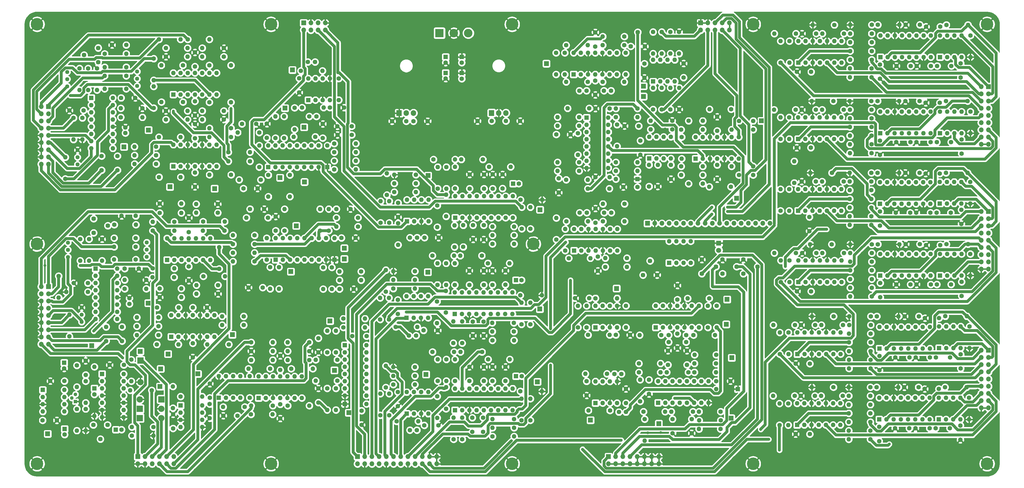
<source format=gbr>
%TF.GenerationSoftware,KiCad,Pcbnew,(5.1.7-0-10_14)*%
%TF.CreationDate,2020-12-05T22:22:49+11:00*%
%TF.ProjectId,Boom-1,426f6f6d-2d31-42e6-9b69-6361645f7063,rev?*%
%TF.SameCoordinates,Original*%
%TF.FileFunction,Copper,L1,Top*%
%TF.FilePolarity,Positive*%
%FSLAX46Y46*%
G04 Gerber Fmt 4.6, Leading zero omitted, Abs format (unit mm)*
G04 Created by KiCad (PCBNEW (5.1.7-0-10_14)) date 2020-12-05 22:22:49*
%MOMM*%
%LPD*%
G01*
G04 APERTURE LIST*
%TA.AperFunction,ComponentPad*%
%ADD10O,1.700000X1.700000*%
%TD*%
%TA.AperFunction,ComponentPad*%
%ADD11R,1.700000X1.700000*%
%TD*%
%TA.AperFunction,ComponentPad*%
%ADD12C,1.600000*%
%TD*%
%TA.AperFunction,ComponentPad*%
%ADD13O,1.600000X1.600000*%
%TD*%
%TA.AperFunction,ComponentPad*%
%ADD14R,1.600000X1.600000*%
%TD*%
%TA.AperFunction,ComponentPad*%
%ADD15C,3.000000*%
%TD*%
%TA.AperFunction,ComponentPad*%
%ADD16R,3.000000X3.000000*%
%TD*%
%TA.AperFunction,ComponentPad*%
%ADD17C,4.400000*%
%TD*%
%TA.AperFunction,ComponentPad*%
%ADD18C,1.620000*%
%TD*%
%TA.AperFunction,ComponentPad*%
%ADD19C,1.800000*%
%TD*%
%TA.AperFunction,ComponentPad*%
%ADD20R,1.800000X1.800000*%
%TD*%
%TA.AperFunction,ComponentPad*%
%ADD21R,2.200000X2.200000*%
%TD*%
%TA.AperFunction,ComponentPad*%
%ADD22O,2.200000X2.200000*%
%TD*%
%TA.AperFunction,ComponentPad*%
%ADD23C,1.300000*%
%TD*%
%TA.AperFunction,ComponentPad*%
%ADD24R,1.300000X1.300000*%
%TD*%
%TA.AperFunction,ComponentPad*%
%ADD25C,1.440000*%
%TD*%
%TA.AperFunction,ComponentPad*%
%ADD26R,1.905000X2.000000*%
%TD*%
%TA.AperFunction,ComponentPad*%
%ADD27O,1.905000X2.000000*%
%TD*%
%TA.AperFunction,ViaPad*%
%ADD28C,0.800000*%
%TD*%
%TA.AperFunction,ViaPad*%
%ADD29C,1.000000*%
%TD*%
%TA.AperFunction,Conductor*%
%ADD30C,1.000000*%
%TD*%
%TA.AperFunction,Conductor*%
%ADD31C,0.254000*%
%TD*%
%TA.AperFunction,Conductor*%
%ADD32C,0.100000*%
%TD*%
G04 APERTURE END LIST*
D10*
%TO.P,J28,18*%
%TO.N,Net-(J28-Pad18)*%
X293444400Y-107720200D03*
%TO.P,J28,17*%
%TO.N,FV1ControlPot3Wiper*%
X290904400Y-107720200D03*
%TO.P,J28,16*%
%TO.N,FV1ControlPot2Wiper*%
X288364400Y-107720200D03*
%TO.P,J28,15*%
%TO.N,FV1ControlPot1Wiper*%
X285824400Y-107720200D03*
%TO.P,J28,14*%
%TO.N,Net-(J28-Pad14)*%
X283284400Y-107720200D03*
%TO.P,J28,13*%
%TO.N,Net-(J28-Pad13)*%
X280744400Y-107720200D03*
%TO.P,J28,12*%
%TO.N,Net-(D10-Pad2)*%
X278204400Y-107720200D03*
%TO.P,J28,11*%
%TO.N,Net-(J28-Pad11)*%
X275664400Y-107720200D03*
%TO.P,J28,10*%
%TO.N,Net-(J28-Pad10)*%
X273124400Y-107720200D03*
%TO.P,J28,9*%
%TO.N,FV1EEpromSCL*%
X270584400Y-107720200D03*
%TO.P,J28,8*%
%TO.N,FV1EEpromSDA*%
X268044400Y-107720200D03*
%TO.P,J28,7*%
%TO.N,Net-(J28-Pad7)*%
X265504400Y-107720200D03*
%TO.P,J28,6*%
%TO.N,Net-(J28-Pad6)*%
X262964400Y-107720200D03*
%TO.P,J28,5*%
%TO.N,Net-(J28-Pad5)*%
X260424400Y-107720200D03*
%TO.P,J28,4*%
%TO.N,Net-(J28-Pad4)*%
X257884400Y-107720200D03*
%TO.P,J28,3*%
%TO.N,FV1ControlCommonHigh*%
X255344400Y-107720200D03*
%TO.P,J28,2*%
%TO.N,GND*%
X252804400Y-107720200D03*
D11*
%TO.P,J28,1*%
%TO.N,+5V*%
X250264400Y-107720200D03*
%TD*%
D12*
%TO.P,C141,1*%
%TO.N,-12V*%
X361036000Y-128348000D03*
%TO.P,C141,2*%
%TO.N,GND*%
X361036000Y-133348000D03*
%TD*%
D13*
%TO.P,U31,8*%
%TO.N,+12V*%
X165370000Y-167240000D03*
%TO.P,U31,4*%
%TO.N,-12V*%
X172990000Y-174860000D03*
%TO.P,U31,7*%
%TO.N,Net-(R140-Pad1)*%
X167910000Y-167240000D03*
%TO.P,U31,3*%
%TO.N,GND*%
X170450000Y-174860000D03*
%TO.P,U31,6*%
%TO.N,Net-(R133-Pad2)*%
X170450000Y-167240000D03*
%TO.P,U31,2*%
%TO.N,Net-(C53-Pad1)*%
X167910000Y-174860000D03*
%TO.P,U31,5*%
%TO.N,Net-(R137-Pad1)*%
X172990000Y-167240000D03*
D14*
%TO.P,U31,1*%
%TO.N,SubFXSend*%
X165370000Y-174860000D03*
%TD*%
D13*
%TO.P,U36,14*%
%TO.N,Net-(R295-Pad2)*%
X303344000Y-95616000D03*
%TO.P,U36,7*%
%TO.N,Net-(R282-Pad2)*%
X318584000Y-103236000D03*
%TO.P,U36,13*%
%TO.N,Net-(R304-Pad2)*%
X305884000Y-95616000D03*
%TO.P,U36,6*%
%TO.N,Net-(R282-Pad2)*%
X316044000Y-103236000D03*
%TO.P,U36,12*%
%TO.N,GND*%
X308424000Y-95616000D03*
%TO.P,U36,5*%
%TO.N,OscAmpEnvSustainCV*%
X313504000Y-103236000D03*
%TO.P,U36,11*%
%TO.N,-12V*%
X310964000Y-95616000D03*
%TO.P,U36,4*%
%TO.N,+12V*%
X310964000Y-103236000D03*
%TO.P,U36,10*%
%TO.N,GND*%
X313504000Y-95616000D03*
%TO.P,U36,3*%
X308424000Y-103236000D03*
%TO.P,U36,9*%
%TO.N,Net-(R302-Pad2)*%
X316044000Y-95616000D03*
%TO.P,U36,2*%
%TO.N,Net-(R290-Pad2)*%
X305884000Y-103236000D03*
%TO.P,U36,8*%
%TO.N,Net-(R296-Pad2)*%
X318584000Y-95616000D03*
D14*
%TO.P,U36,1*%
%TO.N,Net-(R281-Pad2)*%
X303344000Y-103236000D03*
%TD*%
D12*
%TO.P,R154,1*%
%TO.N,OscFiltEnv2AmtWiper*%
X156158000Y-107518000D03*
D13*
%TO.P,R154,2*%
%TO.N,Net-(R146-Pad2)*%
X156158000Y-99898000D03*
%TD*%
D14*
%TO.P,U20,1*%
%TO.N,Net-(R66-Pad1)*%
X83040000Y-87572000D03*
D13*
%TO.P,U20,8*%
%TO.N,Net-(R67-Pad1)*%
X98280000Y-79952000D03*
%TO.P,U20,2*%
%TO.N,Net-(R52-Pad1)*%
X85580000Y-87572000D03*
%TO.P,U20,9*%
%TO.N,Net-(R53-Pad1)*%
X95740000Y-79952000D03*
%TO.P,U20,3*%
%TO.N,GND*%
X88120000Y-87572000D03*
%TO.P,U20,10*%
X93200000Y-79952000D03*
%TO.P,U20,4*%
%TO.N,+12V*%
X90660000Y-87572000D03*
%TO.P,U20,11*%
%TO.N,-12V*%
X90660000Y-79952000D03*
%TO.P,U20,5*%
%TO.N,GND*%
X93200000Y-87572000D03*
%TO.P,U20,12*%
X88120000Y-79952000D03*
%TO.P,U20,6*%
%TO.N,Net-(R51-Pad1)*%
X95740000Y-87572000D03*
%TO.P,U20,13*%
%TO.N,Net-(R64-Pad2)*%
X85580000Y-79952000D03*
%TO.P,U20,7*%
%TO.N,Net-(R65-Pad1)*%
X98280000Y-87572000D03*
%TO.P,U20,14*%
%TO.N,Osc1TuningOut*%
X83040000Y-79952000D03*
%TD*%
D14*
%TO.P,U28,1*%
%TO.N,Net-(R177-Pad2)*%
X303394000Y-77924000D03*
D13*
%TO.P,U28,8*%
%TO.N,Net-(R194-Pad2)*%
X318634000Y-70304000D03*
%TO.P,U28,2*%
%TO.N,Net-(R187-Pad2)*%
X305934000Y-77924000D03*
%TO.P,U28,9*%
%TO.N,Net-(R209-Pad2)*%
X316094000Y-70304000D03*
%TO.P,U28,3*%
%TO.N,GND*%
X308474000Y-77924000D03*
%TO.P,U28,10*%
X313554000Y-70304000D03*
%TO.P,U28,4*%
%TO.N,+12V*%
X311014000Y-77924000D03*
%TO.P,U28,11*%
%TO.N,-12V*%
X311014000Y-70304000D03*
%TO.P,U28,5*%
%TO.N,OscFiltEnv2SustainCV*%
X313554000Y-77924000D03*
%TO.P,U28,12*%
%TO.N,GND*%
X308474000Y-70304000D03*
%TO.P,U28,6*%
%TO.N,Net-(R179-Pad2)*%
X316094000Y-77924000D03*
%TO.P,U28,13*%
%TO.N,Net-(R215-Pad2)*%
X305934000Y-70304000D03*
%TO.P,U28,7*%
%TO.N,Net-(R179-Pad2)*%
X318634000Y-77924000D03*
%TO.P,U28,14*%
%TO.N,Net-(R195-Pad2)*%
X303394000Y-70304000D03*
%TD*%
D10*
%TO.P,J42,18*%
%TO.N,GND*%
X367960000Y-79820000D03*
%TO.P,J42,17*%
X370500000Y-79820000D03*
%TO.P,J42,16*%
%TO.N,OscFiltEnv2Trigger*%
X367960000Y-77280000D03*
%TO.P,J42,15*%
%TO.N,OscFiltEnv2ReleaseCV*%
X370500000Y-77280000D03*
%TO.P,J42,14*%
%TO.N,OscFiltEnv2Gate*%
X367960000Y-74740000D03*
%TO.P,J42,13*%
%TO.N,OscFiltEnv2SustainCV*%
X370500000Y-74740000D03*
%TO.P,J42,12*%
%TO.N,OscFiltEnv2AmtHigh*%
X367960000Y-72200000D03*
%TO.P,J42,11*%
%TO.N,OscFiltEnv2DecayCV*%
X370500000Y-72200000D03*
%TO.P,J42,10*%
%TO.N,OscFiltEnv2AmtWiper*%
X367960000Y-69660000D03*
%TO.P,J42,9*%
%TO.N,OscFiltEnv2AttackCV*%
X370500000Y-69660000D03*
%TO.P,J42,8*%
%TO.N,OscFiltEnv1AttackCV*%
X367960000Y-67120000D03*
%TO.P,J42,7*%
%TO.N,OscFiltEnv1AmtWiper*%
X370500000Y-67120000D03*
%TO.P,J42,6*%
%TO.N,OscFiltEnv1DecayCV*%
X367960000Y-64580000D03*
%TO.P,J42,5*%
%TO.N,OscFiltEnv1AmtHigh*%
X370500000Y-64580000D03*
%TO.P,J42,4*%
%TO.N,OscFiltEnv1SustainCV*%
X367960000Y-62040000D03*
%TO.P,J42,3*%
%TO.N,OscFiltEnv1Gate*%
X370500000Y-62040000D03*
%TO.P,J42,2*%
%TO.N,OscFiltEnv1ReleaseCV*%
X367960000Y-59500000D03*
D11*
%TO.P,J42,1*%
%TO.N,OscFiltEnv1Trigger*%
X370500000Y-59500000D03*
%TD*%
D10*
%TO.P,J46,18*%
%TO.N,GND*%
X367960000Y-172820000D03*
%TO.P,J46,17*%
X370500000Y-172820000D03*
%TO.P,J46,16*%
%TO.N,SubFiltEnv1Trigger*%
X367960000Y-170280000D03*
%TO.P,J46,15*%
%TO.N,SubFiltEnv1ReleaseCV*%
X370500000Y-170280000D03*
%TO.P,J46,14*%
%TO.N,SubFiltEnv1Gate*%
X367960000Y-167740000D03*
%TO.P,J46,13*%
%TO.N,SubFiltEnv1SustainCV*%
X370500000Y-167740000D03*
%TO.P,J46,12*%
%TO.N,SubFiltEnv1AmtHigh*%
X367960000Y-165200000D03*
%TO.P,J46,11*%
%TO.N,SubFiltEnv1DecayCV*%
X370500000Y-165200000D03*
%TO.P,J46,10*%
%TO.N,SubFiltEnv1AmtWiper*%
X367960000Y-162660000D03*
%TO.P,J46,9*%
%TO.N,SubFiltEnv1AttackCV*%
X370500000Y-162660000D03*
%TO.P,J46,8*%
%TO.N,SubFiltEnv2AttackCV*%
X367960000Y-160120000D03*
%TO.P,J46,7*%
%TO.N,SubFiltEnv2AmtHigh*%
X370500000Y-160120000D03*
%TO.P,J46,6*%
%TO.N,SubFiltEnv2DecayCV*%
X367960000Y-157580000D03*
%TO.P,J46,5*%
%TO.N,SubFiltEnv2AmtWiper*%
X370500000Y-157580000D03*
%TO.P,J46,4*%
%TO.N,SubFiltEnv2SustainCV*%
X367960000Y-155040000D03*
%TO.P,J46,3*%
%TO.N,SubFiltEnv2Gate*%
X370500000Y-155040000D03*
%TO.P,J46,2*%
%TO.N,SubFiltEnv2ReleaseCV*%
X367960000Y-152500000D03*
D11*
%TO.P,J46,1*%
%TO.N,SubFiltEnv2Trigger*%
X370500000Y-152500000D03*
%TD*%
D10*
%TO.P,J41,18*%
%TO.N,GND*%
X367960000Y-123820000D03*
%TO.P,J41,17*%
X370500000Y-123820000D03*
%TO.P,J41,16*%
%TO.N,SubAmpEnvTrigger*%
X367960000Y-121280000D03*
%TO.P,J41,15*%
%TO.N,SubAmpEnvReleaseCV*%
X370500000Y-121280000D03*
%TO.P,J41,14*%
%TO.N,SubAmpEnvGate*%
X367960000Y-118740000D03*
%TO.P,J41,13*%
%TO.N,SubAmpEnvSustainCV*%
X370500000Y-118740000D03*
%TO.P,J41,12*%
%TO.N,SubAmpEnvAmtHigh*%
X367960000Y-116200000D03*
%TO.P,J41,11*%
%TO.N,SubAmpEnvDecayCV*%
X370500000Y-116200000D03*
%TO.P,J41,10*%
%TO.N,SubAmpEnvAmtWiper*%
X367960000Y-113660000D03*
%TO.P,J41,9*%
%TO.N,SubAmpEnvAttackCV*%
X370500000Y-113660000D03*
%TO.P,J41,8*%
%TO.N,OscAmpEnvAttackCV*%
X367960000Y-111120000D03*
%TO.P,J41,7*%
%TO.N,OscAmpEnvAmtWiper*%
X370500000Y-111120000D03*
%TO.P,J41,6*%
%TO.N,OscAmpEnvDecayCV*%
X367960000Y-108580000D03*
%TO.P,J41,5*%
%TO.N,OscAmpEnvAmtHigh*%
X370500000Y-108580000D03*
%TO.P,J41,4*%
%TO.N,OscAmpEnvSustainCV*%
X367960000Y-106040000D03*
%TO.P,J41,3*%
%TO.N,OscAmpEnvGate*%
X370500000Y-106040000D03*
%TO.P,J41,2*%
%TO.N,OscAmpEnvReleaseCV*%
X367960000Y-103500000D03*
D11*
%TO.P,J41,1*%
%TO.N,OscAmpEnvTrigger*%
X370500000Y-103500000D03*
%TD*%
D10*
%TO.P,J45,10*%
%TO.N,GND*%
X279160000Y-39540000D03*
%TO.P,J45,9*%
X279160000Y-37000000D03*
%TO.P,J45,8*%
%TO.N,MixOutRightTip*%
X276620000Y-39540000D03*
%TO.P,J45,7*%
%TO.N,FV1EEpromSDA*%
X276620000Y-37000000D03*
%TO.P,J45,6*%
%TO.N,MixOutLeftTip*%
X274080000Y-39540000D03*
%TO.P,J45,5*%
%TO.N,FV1EEpromSCL*%
X274080000Y-37000000D03*
%TO.P,J45,4*%
%TO.N,FV1WetDryCV*%
X271540000Y-39540000D03*
%TO.P,J45,3*%
%TO.N,GND*%
X271540000Y-37000000D03*
%TO.P,J45,2*%
%TO.N,FV1FeedbackCV*%
X269000000Y-39540000D03*
D11*
%TO.P,J45,1*%
%TO.N,GND*%
X269000000Y-37000000D03*
%TD*%
D10*
%TO.P,J43,16*%
%TO.N,GND*%
X254280000Y-192540000D03*
%TO.P,J43,15*%
X254280000Y-190000000D03*
%TO.P,J43,14*%
X251740000Y-192540000D03*
%TO.P,J43,13*%
X251740000Y-190000000D03*
%TO.P,J43,12*%
X249200000Y-192540000D03*
%TO.P,J43,11*%
X249200000Y-190000000D03*
%TO.P,J43,10*%
X246660000Y-192540000D03*
%TO.P,J43,9*%
X246660000Y-190000000D03*
%TO.P,J43,8*%
X244120000Y-192540000D03*
%TO.P,J43,7*%
%TO.N,FV1ControlPot3Wiper*%
X244120000Y-190000000D03*
%TO.P,J43,6*%
%TO.N,GND*%
X241580000Y-192540000D03*
%TO.P,J43,5*%
%TO.N,FV1ControlPot2Wiper*%
X241580000Y-190000000D03*
%TO.P,J43,4*%
%TO.N,GND*%
X239040000Y-192540000D03*
%TO.P,J43,3*%
%TO.N,FV1ControlPot1Wiper*%
X239040000Y-190000000D03*
%TO.P,J43,2*%
%TO.N,GND*%
X236500000Y-192540000D03*
D11*
%TO.P,J43,1*%
%TO.N,FV1ControlCommonHigh*%
X236500000Y-190000000D03*
%TD*%
D10*
%TO.P,J40,24*%
%TO.N,GND*%
X175940000Y-192540000D03*
%TO.P,J40,23*%
X175940000Y-190000000D03*
%TO.P,J40,22*%
%TO.N,SubAmpAudioBypassSend*%
X173400000Y-192540000D03*
%TO.P,J40,21*%
%TO.N,GND*%
X173400000Y-190000000D03*
%TO.P,J40,20*%
%TO.N,SubAmpAudioBypassReturn*%
X170860000Y-192540000D03*
%TO.P,J40,19*%
%TO.N,PreFV1FXReturn*%
X170860000Y-190000000D03*
%TO.P,J40,18*%
%TO.N,-12V*%
X168320000Y-192540000D03*
%TO.P,J40,17*%
%TO.N,PreFV1FXSend*%
X168320000Y-190000000D03*
%TO.P,J40,16*%
%TO.N,GND*%
X165780000Y-192540000D03*
%TO.P,J40,15*%
%TO.N,SubFiltResCV*%
X165780000Y-190000000D03*
%TO.P,J40,14*%
%TO.N,+12V*%
X163240000Y-192540000D03*
%TO.P,J40,13*%
%TO.N,SubFXSend*%
X163240000Y-190000000D03*
%TO.P,J40,12*%
%TO.N,-12V*%
X160700000Y-192540000D03*
%TO.P,J40,11*%
%TO.N,SubFXReturn*%
X160700000Y-190000000D03*
%TO.P,J40,10*%
%TO.N,GND*%
X158160000Y-192540000D03*
%TO.P,J40,9*%
%TO.N,SubFiltFreqCV*%
X158160000Y-190000000D03*
%TO.P,J40,8*%
%TO.N,+12V*%
X155620000Y-192540000D03*
%TO.P,J40,7*%
%TO.N,Osc2FXSend*%
X155620000Y-190000000D03*
%TO.P,J40,6*%
%TO.N,-12V*%
X153080000Y-192540000D03*
%TO.P,J40,5*%
%TO.N,Osc2FiltResCV*%
X153080000Y-190000000D03*
%TO.P,J40,4*%
%TO.N,GND*%
X150540000Y-192540000D03*
%TO.P,J40,3*%
%TO.N,Osc2FXReturn*%
X150540000Y-190000000D03*
%TO.P,J40,2*%
%TO.N,+12V*%
X148000000Y-192540000D03*
D11*
%TO.P,J40,1*%
%TO.N,Osc2FiltFreqCV*%
X148000000Y-190000000D03*
%TD*%
D10*
%TO.P,J44,8*%
%TO.N,Osc1FXReturn*%
X136620000Y-39540000D03*
%TO.P,J44,7*%
%TO.N,GND*%
X136620000Y-37000000D03*
%TO.P,J44,6*%
%TO.N,Osc1FiltResCV*%
X134080000Y-39540000D03*
%TO.P,J44,5*%
%TO.N,-12V*%
X134080000Y-37000000D03*
%TO.P,J44,4*%
%TO.N,Osc1FiltFreqCV*%
X131540000Y-39540000D03*
%TO.P,J44,3*%
%TO.N,GND*%
X131540000Y-37000000D03*
%TO.P,J44,2*%
%TO.N,Osc1FXSend*%
X129000000Y-39540000D03*
D11*
%TO.P,J44,1*%
%TO.N,+12V*%
X129000000Y-37000000D03*
%TD*%
D10*
%TO.P,J39,12*%
%TO.N,NoiseToOsc2FiltMixCV*%
X83200000Y-192540000D03*
%TO.P,J39,11*%
%TO.N,GND*%
X83200000Y-190000000D03*
%TO.P,J39,10*%
%TO.N,NoiseToSubFiltMixCV*%
X80660000Y-192540000D03*
%TO.P,J39,9*%
%TO.N,SubToSubFiltMixCV*%
X80660000Y-190000000D03*
%TO.P,J39,8*%
%TO.N,WhiteNoiseOut*%
X78120000Y-192540000D03*
%TO.P,J39,7*%
%TO.N,SubOct2Out*%
X78120000Y-190000000D03*
%TO.P,J39,6*%
%TO.N,PinkNoiseOut*%
X75580000Y-192540000D03*
%TO.P,J39,5*%
%TO.N,SubOctBothOut*%
X75580000Y-190000000D03*
%TO.P,J39,4*%
%TO.N,GND*%
X73040000Y-192540000D03*
%TO.P,J39,3*%
%TO.N,SubOct1Out*%
X73040000Y-190000000D03*
%TO.P,J39,2*%
%TO.N,GND*%
X70500000Y-192540000D03*
D11*
%TO.P,J39,1*%
%TO.N,SubToOsc2FiltMixCV*%
X70500000Y-190000000D03*
%TD*%
D10*
%TO.P,J38,18*%
%TO.N,Osc2TuningOut*%
X36460000Y-150320000D03*
%TO.P,J38,17*%
%TO.N,Osc2HardSyncIn*%
X39000000Y-150320000D03*
%TO.P,J38,16*%
%TO.N,GND*%
X36460000Y-147780000D03*
%TO.P,J38,15*%
%TO.N,Osc2SoftSyncIn*%
X39000000Y-147780000D03*
%TO.P,J38,14*%
%TO.N,GND*%
X36460000Y-145240000D03*
%TO.P,J38,13*%
%TO.N,Osc2SyncOut*%
X39000000Y-145240000D03*
%TO.P,J38,12*%
%TO.N,GND*%
X36460000Y-142700000D03*
%TO.P,J38,11*%
%TO.N,Osc2HFTrackWiper*%
X39000000Y-142700000D03*
%TO.P,J38,10*%
%TO.N,GND*%
X36460000Y-140160000D03*
%TO.P,J38,9*%
%TO.N,Osc2HFTrackHigh*%
X39000000Y-140160000D03*
%TO.P,J38,8*%
%TO.N,GND*%
X36460000Y-137620000D03*
%TO.P,J38,7*%
%TO.N,-5V*%
X39000000Y-137620000D03*
%TO.P,J38,6*%
%TO.N,GND*%
X36460000Y-135080000D03*
%TO.P,J38,5*%
%TO.N,Osc2Scale*%
X39000000Y-135080000D03*
%TO.P,J38,4*%
%TO.N,Osc2SqrMixCV*%
X36460000Y-132540000D03*
%TO.P,J38,3*%
%TO.N,Osc2PWMCV*%
X39000000Y-132540000D03*
%TO.P,J38,2*%
%TO.N,Osc2SawMixCV*%
X36460000Y-130000000D03*
D11*
%TO.P,J38,1*%
%TO.N,Osc2NoteCV*%
X39000000Y-130000000D03*
%TD*%
D10*
%TO.P,J37,18*%
%TO.N,Osc1TuningOut*%
X36460000Y-86820000D03*
%TO.P,J37,17*%
%TO.N,Osc1SoftSyncIn*%
X39000000Y-86820000D03*
%TO.P,J37,16*%
%TO.N,GND*%
X36460000Y-84280000D03*
%TO.P,J37,15*%
%TO.N,Osc1HardSyncIn*%
X39000000Y-84280000D03*
%TO.P,J37,14*%
%TO.N,GND*%
X36460000Y-81740000D03*
%TO.P,J37,13*%
%TO.N,Osc1SyncOut*%
X39000000Y-81740000D03*
%TO.P,J37,12*%
%TO.N,GND*%
X36460000Y-79200000D03*
%TO.P,J37,11*%
%TO.N,Osc1HFTrackWiper*%
X39000000Y-79200000D03*
%TO.P,J37,10*%
%TO.N,GND*%
X36460000Y-76660000D03*
%TO.P,J37,9*%
%TO.N,Osc1HFTrackHigh*%
X39000000Y-76660000D03*
%TO.P,J37,8*%
%TO.N,Osc1ToOsc2FiltMixCV*%
X36460000Y-74120000D03*
%TO.P,J37,7*%
%TO.N,Osc1PWMCV*%
X39000000Y-74120000D03*
%TO.P,J37,6*%
%TO.N,Osc1SqrMixCV*%
X36460000Y-71580000D03*
%TO.P,J37,5*%
%TO.N,Osc1NoteCV*%
X39000000Y-71580000D03*
%TO.P,J37,4*%
%TO.N,Osc1SawMixCV*%
X36460000Y-69040000D03*
%TO.P,J37,3*%
%TO.N,-5V*%
X39000000Y-69040000D03*
%TO.P,J37,2*%
%TO.N,Osc1ToOsc1FiltMixCV*%
X36460000Y-66500000D03*
D11*
%TO.P,J37,1*%
%TO.N,Osc1Scale*%
X39000000Y-66500000D03*
%TD*%
D15*
%TO.P,J27,3*%
%TO.N,-12V*%
X187060000Y-40600000D03*
%TO.P,J27,2*%
%TO.N,GND*%
X181980000Y-40600000D03*
D16*
%TO.P,J27,1*%
%TO.N,+12V*%
X176900000Y-40600000D03*
%TD*%
D14*
%TO.P,U14,1*%
%TO.N,Net-(C66-Pad1)*%
X332052000Y-151856000D03*
D13*
%TO.P,U14,9*%
%TO.N,Net-(R199-Pad1)*%
X349832000Y-144236000D03*
%TO.P,U14,2*%
%TO.N,SubFiltEnv2AmtHigh*%
X334592000Y-151856000D03*
%TO.P,U14,10*%
%TO.N,Net-(R165-Pad1)*%
X347292000Y-144236000D03*
%TO.P,U14,3*%
%TO.N,Net-(U14-Pad3)*%
X337132000Y-151856000D03*
%TO.P,U14,11*%
%TO.N,+12V*%
X344752000Y-144236000D03*
%TO.P,U14,4*%
%TO.N,Net-(R160-Pad1)*%
X339672000Y-151856000D03*
%TO.P,U14,12*%
%TO.N,Net-(R212-Pad1)*%
X342212000Y-144236000D03*
%TO.P,U14,5*%
%TO.N,Net-(C74-Pad1)*%
X342212000Y-151856000D03*
%TO.P,U14,13*%
%TO.N,Net-(R189-Pad1)*%
X339672000Y-144236000D03*
%TO.P,U14,6*%
%TO.N,-5V*%
X344752000Y-151856000D03*
%TO.P,U14,14*%
%TO.N,GND*%
X337132000Y-144236000D03*
%TO.P,U14,7*%
X347292000Y-151856000D03*
%TO.P,U14,15*%
%TO.N,Net-(R213-Pad1)*%
X334592000Y-144236000D03*
%TO.P,U14,8*%
%TO.N,Net-(C72-Pad2)*%
X349832000Y-151856000D03*
%TO.P,U14,16*%
%TO.N,Net-(U14-Pad16)*%
X332052000Y-144236000D03*
%TD*%
D17*
%TO.P,H13,1*%
%TO.N,GND*%
X370000000Y-192500000D03*
%TD*%
%TO.P,H12,1*%
%TO.N,GND*%
X287500000Y-192500000D03*
%TD*%
%TO.P,H11,1*%
%TO.N,GND*%
X202500000Y-192500000D03*
%TD*%
%TO.P,H10,1*%
%TO.N,GND*%
X117500000Y-192500000D03*
%TD*%
%TO.P,H9,1*%
%TO.N,GND*%
X35000000Y-192500000D03*
%TD*%
%TO.P,H7,1*%
%TO.N,GND*%
X210000000Y-115000000D03*
%TD*%
%TO.P,H6,1*%
%TO.N,GND*%
X35000000Y-115000000D03*
%TD*%
%TO.P,H5,1*%
%TO.N,GND*%
X370000000Y-37500000D03*
%TD*%
%TO.P,H4,1*%
%TO.N,GND*%
X287500000Y-37500000D03*
%TD*%
%TO.P,H3,1*%
%TO.N,GND*%
X202500000Y-37500000D03*
%TD*%
%TO.P,H2,1*%
%TO.N,GND*%
X117500000Y-37500000D03*
%TD*%
%TO.P,H1,1*%
%TO.N,GND*%
X35000000Y-37500000D03*
%TD*%
D13*
%TO.P,U33,8*%
%TO.N,+12V*%
X352968000Y-169228000D03*
%TO.P,U33,4*%
%TO.N,-12V*%
X360588000Y-176848000D03*
%TO.P,U33,7*%
%TO.N,Net-(R159-Pad1)*%
X355508000Y-169228000D03*
%TO.P,U33,3*%
%TO.N,SubFiltEnv1Trigger*%
X358048000Y-176848000D03*
%TO.P,U33,6*%
%TO.N,Net-(R159-Pad1)*%
X358048000Y-169228000D03*
%TO.P,U33,2*%
%TO.N,Net-(C73-Pad2)*%
X355508000Y-176848000D03*
%TO.P,U33,5*%
%TO.N,SubFiltEnv1Gate*%
X360588000Y-169228000D03*
D14*
%TO.P,U33,1*%
%TO.N,Net-(C73-Pad2)*%
X352968000Y-176848000D03*
%TD*%
D12*
%TO.P,C56,2*%
%TO.N,GND*%
X332248000Y-83554000D03*
%TO.P,C56,1*%
%TO.N,Net-(C56-Pad1)*%
X332248000Y-78554000D03*
%TD*%
%TO.P,C58,1*%
%TO.N,GND*%
X345138000Y-79024000D03*
%TO.P,C58,2*%
%TO.N,Net-(C58-Pad2)*%
X350138000Y-79024000D03*
%TD*%
%TO.P,C62,2*%
%TO.N,Net-(C62-Pad2)*%
X357298000Y-79024000D03*
%TO.P,C62,1*%
%TO.N,Net-(C62-Pad1)*%
X352298000Y-79024000D03*
%TD*%
%TO.P,C67,1*%
%TO.N,GND*%
X302858000Y-81034000D03*
%TO.P,C67,2*%
%TO.N,+12V*%
X307858000Y-81034000D03*
%TD*%
%TO.P,C68,2*%
%TO.N,GND*%
X304668000Y-67654000D03*
%TO.P,C68,1*%
%TO.N,-12V*%
X309668000Y-67654000D03*
%TD*%
%TO.P,C75,1*%
%TO.N,GND*%
X348348000Y-65194000D03*
%TO.P,C75,2*%
%TO.N,+12V*%
X353348000Y-65194000D03*
%TD*%
%TO.P,C76,2*%
%TO.N,GND*%
X361008000Y-83114000D03*
%TO.P,C76,1*%
%TO.N,-12V*%
X361008000Y-78114000D03*
%TD*%
%TO.P,C81,1*%
%TO.N,GND*%
X341188000Y-64554000D03*
%TO.P,C81,2*%
%TO.N,+12V*%
X346188000Y-64554000D03*
%TD*%
%TO.P,C82,2*%
%TO.N,GND*%
X337978000Y-79024000D03*
%TO.P,C82,1*%
%TO.N,-5V*%
X342978000Y-79024000D03*
%TD*%
D14*
%TO.P,U12,1*%
%TO.N,Net-(C56-Pad1)*%
X332360000Y-75904000D03*
D13*
%TO.P,U12,9*%
%TO.N,Net-(R179-Pad1)*%
X350140000Y-68284000D03*
%TO.P,U12,2*%
%TO.N,OscFiltEnv2AmtHigh*%
X334900000Y-75904000D03*
%TO.P,U12,10*%
%TO.N,Net-(R152-Pad1)*%
X347600000Y-68284000D03*
%TO.P,U12,3*%
%TO.N,Net-(U12-Pad3)*%
X337440000Y-75904000D03*
%TO.P,U12,11*%
%TO.N,+12V*%
X345060000Y-68284000D03*
%TO.P,U12,4*%
%TO.N,Net-(R149-Pad1)*%
X339980000Y-75904000D03*
%TO.P,U12,12*%
%TO.N,Net-(R184-Pad1)*%
X342520000Y-68284000D03*
%TO.P,U12,5*%
%TO.N,Net-(C62-Pad1)*%
X342520000Y-75904000D03*
%TO.P,U12,13*%
%TO.N,Net-(R174-Pad1)*%
X339980000Y-68284000D03*
%TO.P,U12,6*%
%TO.N,-5V*%
X345060000Y-75904000D03*
%TO.P,U12,14*%
%TO.N,GND*%
X337440000Y-68284000D03*
%TO.P,U12,7*%
X347600000Y-75904000D03*
%TO.P,U12,15*%
%TO.N,Net-(R185-Pad1)*%
X334900000Y-68284000D03*
%TO.P,U12,8*%
%TO.N,Net-(C58-Pad2)*%
X350140000Y-75904000D03*
%TO.P,U12,16*%
%TO.N,Net-(U12-Pad16)*%
X332360000Y-68284000D03*
%TD*%
%TO.P,R231,2*%
%TO.N,Net-(R215-Pad2)*%
X297198000Y-70304000D03*
D12*
%TO.P,R231,1*%
%TO.N,OscFiltEnv2AttackCV*%
X297198000Y-77924000D03*
%TD*%
D14*
%TO.P,U29,1*%
%TO.N,Net-(C62-Pad2)*%
X353378000Y-75914000D03*
D13*
%TO.P,U29,5*%
%TO.N,OscFiltEnv2Gate*%
X360998000Y-68294000D03*
%TO.P,U29,2*%
%TO.N,Net-(C62-Pad2)*%
X355918000Y-75914000D03*
%TO.P,U29,6*%
%TO.N,Net-(R149-Pad1)*%
X358458000Y-68294000D03*
%TO.P,U29,3*%
%TO.N,OscFiltEnv2Trigger*%
X358458000Y-75914000D03*
%TO.P,U29,7*%
%TO.N,Net-(R149-Pad1)*%
X355918000Y-68294000D03*
%TO.P,U29,4*%
%TO.N,-12V*%
X360998000Y-75914000D03*
%TO.P,U29,8*%
%TO.N,+12V*%
X353378000Y-68294000D03*
%TD*%
D12*
%TO.P,R149,1*%
%TO.N,Net-(R149-Pad1)*%
X364118000Y-68284000D03*
D13*
%TO.P,R149,2*%
%TO.N,GND*%
X364118000Y-75904000D03*
%TD*%
%TO.P,R152,2*%
%TO.N,OscFiltEnv2AmtHigh*%
X363148000Y-64554000D03*
D12*
%TO.P,R152,1*%
%TO.N,Net-(R152-Pad1)*%
X355528000Y-64554000D03*
%TD*%
D13*
%TO.P,R174,2*%
%TO.N,GND*%
X308188000Y-64564000D03*
D12*
%TO.P,R174,1*%
%TO.N,Net-(R174-Pad1)*%
X315808000Y-64564000D03*
%TD*%
%TO.P,R177,1*%
%TO.N,Net-(R174-Pad1)*%
X329238000Y-73744000D03*
D13*
%TO.P,R177,2*%
%TO.N,Net-(R177-Pad2)*%
X321618000Y-73744000D03*
%TD*%
%TO.P,R179,2*%
%TO.N,Net-(R179-Pad2)*%
X321618000Y-79864000D03*
D12*
%TO.P,R179,1*%
%TO.N,Net-(R179-Pad1)*%
X329238000Y-79864000D03*
%TD*%
D13*
%TO.P,R184,2*%
%TO.N,GND*%
X339028000Y-64574000D03*
D12*
%TO.P,R184,1*%
%TO.N,Net-(R184-Pad1)*%
X331408000Y-64574000D03*
%TD*%
D13*
%TO.P,R185,2*%
%TO.N,GND*%
X321608000Y-64564000D03*
D12*
%TO.P,R185,1*%
%TO.N,Net-(R185-Pad1)*%
X329228000Y-64564000D03*
%TD*%
D13*
%TO.P,R187,2*%
%TO.N,Net-(R187-Pad2)*%
X300268000Y-77924000D03*
D12*
%TO.P,R187,1*%
%TO.N,Net-(R177-Pad2)*%
X300268000Y-70304000D03*
%TD*%
%TO.P,R194,1*%
%TO.N,Net-(R184-Pad1)*%
X329238000Y-67624000D03*
D13*
%TO.P,R194,2*%
%TO.N,Net-(R194-Pad2)*%
X321618000Y-67624000D03*
%TD*%
D12*
%TO.P,R195,1*%
%TO.N,Net-(R185-Pad1)*%
X329238000Y-70684000D03*
D13*
%TO.P,R195,2*%
%TO.N,Net-(R195-Pad2)*%
X321618000Y-70684000D03*
%TD*%
D12*
%TO.P,R207,1*%
%TO.N,OscFiltEnv2ReleaseCV*%
X329238000Y-76804000D03*
D13*
%TO.P,R207,2*%
%TO.N,Net-(R187-Pad2)*%
X321618000Y-76804000D03*
%TD*%
D12*
%TO.P,R209,1*%
%TO.N,Net-(R194-Pad2)*%
X319448000Y-67654000D03*
D13*
%TO.P,R209,2*%
%TO.N,Net-(R209-Pad2)*%
X311828000Y-67654000D03*
%TD*%
D12*
%TO.P,R215,1*%
%TO.N,Net-(R195-Pad2)*%
X302498000Y-67654000D03*
D13*
%TO.P,R215,2*%
%TO.N,Net-(R215-Pad2)*%
X294878000Y-67654000D03*
%TD*%
%TO.P,R228,2*%
%TO.N,Net-(R209-Pad2)*%
X321618000Y-82934000D03*
D12*
%TO.P,R228,1*%
%TO.N,OscFiltEnv2DecayCV*%
X329238000Y-82934000D03*
%TD*%
%TO.P,C65,2*%
%TO.N,GND*%
X331948000Y-184516000D03*
%TO.P,C65,1*%
%TO.N,Net-(C65-Pad1)*%
X331948000Y-179516000D03*
%TD*%
%TO.P,C71,2*%
%TO.N,Net-(C71-Pad2)*%
X349728000Y-179966000D03*
%TO.P,C71,1*%
%TO.N,GND*%
X344728000Y-179966000D03*
%TD*%
%TO.P,C73,2*%
%TO.N,Net-(C73-Pad2)*%
X356888000Y-179966000D03*
%TO.P,C73,1*%
%TO.N,Net-(C73-Pad1)*%
X351888000Y-179966000D03*
%TD*%
%TO.P,C88,2*%
%TO.N,+12V*%
X307478000Y-182056000D03*
%TO.P,C88,1*%
%TO.N,GND*%
X302478000Y-182056000D03*
%TD*%
%TO.P,C89,1*%
%TO.N,-12V*%
X309308000Y-168576000D03*
%TO.P,C89,2*%
%TO.N,GND*%
X304308000Y-168576000D03*
%TD*%
%TO.P,C100,2*%
%TO.N,+12V*%
X352998000Y-166136000D03*
%TO.P,C100,1*%
%TO.N,GND*%
X347998000Y-166136000D03*
%TD*%
%TO.P,C101,1*%
%TO.N,-12V*%
X360588000Y-179056000D03*
%TO.P,C101,2*%
%TO.N,GND*%
X360588000Y-184056000D03*
%TD*%
%TO.P,C110,2*%
%TO.N,+12V*%
X345828000Y-165506000D03*
%TO.P,C110,1*%
%TO.N,GND*%
X340828000Y-165506000D03*
%TD*%
%TO.P,C111,1*%
%TO.N,-5V*%
X342568000Y-179966000D03*
%TO.P,C111,2*%
%TO.N,GND*%
X337568000Y-179966000D03*
%TD*%
D13*
%TO.P,R159,2*%
%TO.N,GND*%
X363678000Y-176856000D03*
D12*
%TO.P,R159,1*%
%TO.N,Net-(R159-Pad1)*%
X363678000Y-169236000D03*
%TD*%
%TO.P,R164,1*%
%TO.N,Net-(R164-Pad1)*%
X355178000Y-165496000D03*
D13*
%TO.P,R164,2*%
%TO.N,SubFiltEnv1AmtHigh*%
X362798000Y-165496000D03*
%TD*%
D12*
%TO.P,R188,1*%
%TO.N,Net-(R188-Pad1)*%
X315848000Y-165506000D03*
D13*
%TO.P,R188,2*%
%TO.N,GND*%
X308228000Y-165506000D03*
%TD*%
D12*
%TO.P,R196,1*%
%TO.N,Net-(R188-Pad1)*%
X328868000Y-174706000D03*
D13*
%TO.P,R196,2*%
%TO.N,Net-(R196-Pad2)*%
X321248000Y-174706000D03*
%TD*%
%TO.P,R198,2*%
%TO.N,Net-(R198-Pad2)*%
X321238000Y-180826000D03*
D12*
%TO.P,R198,1*%
%TO.N,Net-(R198-Pad1)*%
X328858000Y-180826000D03*
%TD*%
%TO.P,R210,1*%
%TO.N,Net-(R210-Pad1)*%
X331048000Y-165506000D03*
D13*
%TO.P,R210,2*%
%TO.N,GND*%
X338668000Y-165506000D03*
%TD*%
%TO.P,R211,2*%
%TO.N,GND*%
X321248000Y-165506000D03*
D12*
%TO.P,R211,1*%
%TO.N,Net-(R211-Pad1)*%
X328868000Y-165506000D03*
%TD*%
D13*
%TO.P,R216,2*%
%TO.N,Net-(R216-Pad2)*%
X299878000Y-178856000D03*
D12*
%TO.P,R216,1*%
%TO.N,Net-(R196-Pad2)*%
X299878000Y-171236000D03*
%TD*%
D13*
%TO.P,R220,2*%
%TO.N,Net-(R220-Pad2)*%
X321248000Y-168576000D03*
D12*
%TO.P,R220,1*%
%TO.N,Net-(R210-Pad1)*%
X328868000Y-168576000D03*
%TD*%
%TO.P,R221,1*%
%TO.N,Net-(R211-Pad1)*%
X328868000Y-171646000D03*
D13*
%TO.P,R221,2*%
%TO.N,Net-(R221-Pad2)*%
X321248000Y-171646000D03*
%TD*%
D12*
%TO.P,R233,1*%
%TO.N,SubFiltEnv1ReleaseCV*%
X328868000Y-177766000D03*
D13*
%TO.P,R233,2*%
%TO.N,Net-(R216-Pad2)*%
X321248000Y-177766000D03*
%TD*%
D12*
%TO.P,R236,1*%
%TO.N,Net-(R220-Pad2)*%
X319088000Y-168576000D03*
D13*
%TO.P,R236,2*%
%TO.N,Net-(R236-Pad2)*%
X311468000Y-168576000D03*
%TD*%
D12*
%TO.P,R238,1*%
%TO.N,Net-(R221-Pad2)*%
X302148000Y-168576000D03*
D13*
%TO.P,R238,2*%
%TO.N,Net-(R238-Pad2)*%
X294528000Y-168576000D03*
%TD*%
%TO.P,R246,2*%
%TO.N,Net-(R236-Pad2)*%
X321238000Y-183886000D03*
D12*
%TO.P,R246,1*%
%TO.N,SubFiltEnv1DecayCV*%
X328858000Y-183886000D03*
%TD*%
D13*
%TO.P,R248,2*%
%TO.N,Net-(R238-Pad2)*%
X296808000Y-171236000D03*
D12*
%TO.P,R248,1*%
%TO.N,SubFiltEnv1AttackCV*%
X296808000Y-178856000D03*
%TD*%
D14*
%TO.P,U13,1*%
%TO.N,Net-(C65-Pad1)*%
X331948000Y-176858000D03*
D13*
%TO.P,U13,9*%
%TO.N,Net-(R198-Pad1)*%
X349728000Y-169238000D03*
%TO.P,U13,2*%
%TO.N,SubFiltEnv1AmtHigh*%
X334488000Y-176858000D03*
%TO.P,U13,10*%
%TO.N,Net-(R164-Pad1)*%
X347188000Y-169238000D03*
%TO.P,U13,3*%
%TO.N,Net-(U13-Pad3)*%
X337028000Y-176858000D03*
%TO.P,U13,11*%
%TO.N,+12V*%
X344648000Y-169238000D03*
%TO.P,U13,4*%
%TO.N,Net-(R159-Pad1)*%
X339568000Y-176858000D03*
%TO.P,U13,12*%
%TO.N,Net-(R210-Pad1)*%
X342108000Y-169238000D03*
%TO.P,U13,5*%
%TO.N,Net-(C73-Pad1)*%
X342108000Y-176858000D03*
%TO.P,U13,13*%
%TO.N,Net-(R188-Pad1)*%
X339568000Y-169238000D03*
%TO.P,U13,6*%
%TO.N,-5V*%
X344648000Y-176858000D03*
%TO.P,U13,14*%
%TO.N,GND*%
X337028000Y-169238000D03*
%TO.P,U13,7*%
X347188000Y-176858000D03*
%TO.P,U13,15*%
%TO.N,Net-(R211-Pad1)*%
X334488000Y-169238000D03*
%TO.P,U13,8*%
%TO.N,Net-(C71-Pad2)*%
X349728000Y-176858000D03*
%TO.P,U13,16*%
%TO.N,Net-(U13-Pad16)*%
X331948000Y-169238000D03*
%TD*%
%TO.P,U32,14*%
%TO.N,Net-(R221-Pad2)*%
X302998000Y-171216000D03*
%TO.P,U32,7*%
%TO.N,Net-(R198-Pad2)*%
X318238000Y-178836000D03*
%TO.P,U32,13*%
%TO.N,Net-(R238-Pad2)*%
X305538000Y-171216000D03*
%TO.P,U32,6*%
%TO.N,Net-(R198-Pad2)*%
X315698000Y-178836000D03*
%TO.P,U32,12*%
%TO.N,GND*%
X308078000Y-171216000D03*
%TO.P,U32,5*%
%TO.N,SubFiltEnv1SustainCV*%
X313158000Y-178836000D03*
%TO.P,U32,11*%
%TO.N,-12V*%
X310618000Y-171216000D03*
%TO.P,U32,4*%
%TO.N,+12V*%
X310618000Y-178836000D03*
%TO.P,U32,10*%
%TO.N,GND*%
X313158000Y-171216000D03*
%TO.P,U32,3*%
X308078000Y-178836000D03*
%TO.P,U32,9*%
%TO.N,Net-(R236-Pad2)*%
X315698000Y-171216000D03*
%TO.P,U32,2*%
%TO.N,Net-(R216-Pad2)*%
X305538000Y-178836000D03*
%TO.P,U32,8*%
%TO.N,Net-(R220-Pad2)*%
X318238000Y-171216000D03*
D14*
%TO.P,U32,1*%
%TO.N,Net-(R196-Pad2)*%
X302998000Y-178836000D03*
%TD*%
D13*
%TO.P,SW1,8*%
%TO.N,Net-(J28-Pad4)*%
X257860000Y-114036000D03*
%TO.P,SW1,4*%
%TO.N,FV1ControlCommonHigh*%
X265480000Y-121656000D03*
%TO.P,SW1,7*%
%TO.N,Net-(J28-Pad5)*%
X260400000Y-114036000D03*
%TO.P,SW1,3*%
%TO.N,FV1ControlCommonHigh*%
X262940000Y-121656000D03*
%TO.P,SW1,6*%
%TO.N,Net-(J28-Pad6)*%
X262940000Y-114036000D03*
%TO.P,SW1,2*%
%TO.N,FV1ControlCommonHigh*%
X260400000Y-121656000D03*
%TO.P,SW1,5*%
%TO.N,Net-(J28-Pad7)*%
X265480000Y-114036000D03*
D14*
%TO.P,SW1,1*%
%TO.N,FV1ControlCommonHigh*%
X257860000Y-121656000D03*
%TD*%
D18*
%TO.P,RV20,3*%
%TO.N,GND*%
X269390000Y-120476000D03*
%TO.P,RV20,2*%
%TO.N,FV1ControlPot1Wiper*%
X274390000Y-122976000D03*
%TO.P,RV20,1*%
%TO.N,FV1ControlCommonHigh*%
X269390000Y-125476000D03*
%TD*%
D19*
%TO.P,D10,2*%
%TO.N,Net-(D10-Pad2)*%
X275380000Y-117206000D03*
D20*
%TO.P,D10,1*%
%TO.N,GND*%
X275380000Y-114666000D03*
%TD*%
D18*
%TO.P,RV19,1*%
%TO.N,FV1ControlCommonHigh*%
X276730000Y-125486000D03*
%TO.P,RV19,2*%
%TO.N,FV1ControlPot2Wiper*%
X281730000Y-122986000D03*
%TO.P,RV19,3*%
%TO.N,GND*%
X276730000Y-120486000D03*
%TD*%
%TO.P,RV17,3*%
%TO.N,GND*%
X284070000Y-120486000D03*
%TO.P,RV17,2*%
%TO.N,FV1ControlPot3Wiper*%
X289070000Y-122986000D03*
%TO.P,RV17,1*%
%TO.N,FV1ControlCommonHigh*%
X284070000Y-125486000D03*
%TD*%
D11*
%TO.P,TP40,1*%
%TO.N,PreFV1FXReturn*%
X214606000Y-51370000D03*
%TD*%
D12*
%TO.P,C146,1*%
%TO.N,Net-(C146-Pad1)*%
X226260000Y-60906000D03*
%TO.P,C146,2*%
%TO.N,Net-(C146-Pad2)*%
X228760000Y-60906000D03*
%TD*%
%TO.P,C147,1*%
%TO.N,Net-(C147-Pad1)*%
X226342000Y-103950000D03*
%TO.P,C147,2*%
%TO.N,Net-(C147-Pad2)*%
X228842000Y-103950000D03*
%TD*%
%TO.P,C148,1*%
%TO.N,Net-(C148-Pad1)*%
X237410000Y-60906000D03*
%TO.P,C148,2*%
%TO.N,Net-(C148-Pad2)*%
X234910000Y-60906000D03*
%TD*%
%TO.P,C149,2*%
%TO.N,Net-(C149-Pad2)*%
X234992000Y-103940000D03*
%TO.P,C149,1*%
%TO.N,Net-(C149-Pad1)*%
X237492000Y-103940000D03*
%TD*%
%TO.P,C150,2*%
%TO.N,+12V*%
X231830000Y-57396000D03*
%TO.P,C150,1*%
%TO.N,GND*%
X231830000Y-62396000D03*
%TD*%
%TO.P,C151,1*%
%TO.N,-12V*%
X231840000Y-45336000D03*
%TO.P,C151,2*%
%TO.N,GND*%
X231840000Y-40336000D03*
%TD*%
%TO.P,C156,2*%
%TO.N,+12V*%
X232732000Y-119470000D03*
%TO.P,C156,1*%
%TO.N,GND*%
X232732000Y-124470000D03*
%TD*%
%TO.P,C157,1*%
%TO.N,-12V*%
X231912000Y-107470000D03*
%TO.P,C157,2*%
%TO.N,GND*%
X231912000Y-102470000D03*
%TD*%
%TO.P,C158,1*%
%TO.N,GND*%
X247750000Y-83536000D03*
%TO.P,C158,2*%
%TO.N,+12V*%
X247750000Y-78536000D03*
%TD*%
%TO.P,C160,2*%
%TO.N,+12V*%
X274812000Y-87140000D03*
%TO.P,C160,1*%
%TO.N,GND*%
X274812000Y-92140000D03*
%TD*%
%TO.P,C161,1*%
%TO.N,-12V*%
X274812000Y-75100000D03*
%TO.P,C161,2*%
%TO.N,GND*%
X274812000Y-70100000D03*
%TD*%
%TO.P,C163,2*%
%TO.N,GND*%
X218960000Y-96856000D03*
%TO.P,C163,1*%
%TO.N,Net-(C163-Pad1)*%
X218960000Y-91856000D03*
%TD*%
%TO.P,C166,1*%
%TO.N,+12V*%
X236890000Y-67216000D03*
%TO.P,C166,2*%
%TO.N,GND*%
X231890000Y-67216000D03*
%TD*%
%TO.P,C170,2*%
%TO.N,GND*%
X242170000Y-73376000D03*
%TO.P,C170,1*%
%TO.N,Net-(C170-Pad1)*%
X247170000Y-73376000D03*
%TD*%
%TO.P,C172,1*%
%TO.N,Net-(C172-Pad1)*%
X264750000Y-71566000D03*
%TO.P,C172,2*%
%TO.N,Net-(C172-Pad2)*%
X269750000Y-71566000D03*
%TD*%
%TO.P,C173,2*%
%TO.N,Net-(C173-Pad2)*%
X282522000Y-71570000D03*
%TO.P,C173,1*%
%TO.N,MixOutLeftTip*%
X287522000Y-71570000D03*
%TD*%
%TO.P,C174,2*%
%TO.N,Net-(C174-Pad2)*%
X269730000Y-93736000D03*
%TO.P,C174,1*%
%TO.N,Net-(C174-Pad1)*%
X264730000Y-93736000D03*
%TD*%
%TO.P,C175,2*%
%TO.N,Net-(C175-Pad2)*%
X282502000Y-90660000D03*
%TO.P,C175,1*%
%TO.N,MixOutRightTip*%
X287502000Y-90660000D03*
%TD*%
%TO.P,R317,1*%
%TO.N,Net-(C146-Pad2)*%
X242570000Y-47586000D03*
D13*
%TO.P,R317,2*%
%TO.N,Net-(C148-Pad1)*%
X242570000Y-55206000D03*
%TD*%
%TO.P,R318,2*%
%TO.N,Net-(C147-Pad2)*%
X234552000Y-100860000D03*
D12*
%TO.P,R318,1*%
%TO.N,Net-(C149-Pad1)*%
X242172000Y-100860000D03*
%TD*%
%TO.P,R319,1*%
%TO.N,Net-(C146-Pad2)*%
X229200000Y-57836000D03*
D13*
%TO.P,R319,2*%
%TO.N,Net-(C146-Pad1)*%
X221580000Y-57836000D03*
%TD*%
%TO.P,R320,2*%
%TO.N,Net-(C147-Pad2)*%
X229292000Y-107020000D03*
D12*
%TO.P,R320,1*%
%TO.N,Net-(C147-Pad1)*%
X221672000Y-107020000D03*
%TD*%
D13*
%TO.P,R321,2*%
%TO.N,Net-(C148-Pad1)*%
X242080000Y-57846000D03*
D12*
%TO.P,R321,1*%
%TO.N,Net-(C148-Pad2)*%
X234460000Y-57846000D03*
%TD*%
%TO.P,R322,1*%
%TO.N,Net-(C149-Pad2)*%
X234552000Y-107020000D03*
D13*
%TO.P,R322,2*%
%TO.N,Net-(C149-Pad1)*%
X242172000Y-107020000D03*
%TD*%
%TO.P,R323,2*%
%TO.N,Net-(C146-Pad1)*%
X221090000Y-55176000D03*
D12*
%TO.P,R323,1*%
%TO.N,Net-(R323-Pad1)*%
X221090000Y-47556000D03*
%TD*%
%TO.P,R324,1*%
%TO.N,Net-(R324-Pad1)*%
X221232000Y-117340000D03*
D13*
%TO.P,R324,2*%
%TO.N,Net-(C147-Pad1)*%
X221232000Y-109720000D03*
%TD*%
D12*
%TO.P,R325,1*%
%TO.N,Net-(R324-Pad1)*%
X218116000Y-113420000D03*
D13*
%TO.P,R325,2*%
%TO.N,PreFV1FXReturn*%
X218116000Y-105800000D03*
%TD*%
%TO.P,R326,2*%
%TO.N,PreFV1FXReturn*%
X218000000Y-55176000D03*
D12*
%TO.P,R326,1*%
%TO.N,Net-(R323-Pad1)*%
X218000000Y-47556000D03*
%TD*%
%TO.P,R327,1*%
%TO.N,Net-(R327-Pad1)*%
X221580000Y-44886000D03*
D13*
%TO.P,R327,2*%
%TO.N,Net-(R323-Pad1)*%
X229200000Y-44886000D03*
%TD*%
D12*
%TO.P,R357,1*%
%TO.N,Net-(R357-Pad1)*%
X236820000Y-95446000D03*
D13*
%TO.P,R357,2*%
%TO.N,Net-(R351-Pad2)*%
X229200000Y-95446000D03*
%TD*%
D12*
%TO.P,R358,1*%
%TO.N,Net-(C172-Pad2)*%
X262330000Y-77296000D03*
D13*
%TO.P,R358,2*%
%TO.N,PreFV1FXReturn*%
X262330000Y-84916000D03*
%TD*%
D12*
%TO.P,R359,1*%
%TO.N,PreFV1FXReturn*%
X262120000Y-90676000D03*
D13*
%TO.P,R359,2*%
%TO.N,Net-(C174-Pad2)*%
X269740000Y-90676000D03*
%TD*%
D12*
%TO.P,R360,1*%
%TO.N,Net-(C172-Pad1)*%
X262122000Y-74640000D03*
D13*
%TO.P,R360,2*%
%TO.N,Net-(C172-Pad2)*%
X269742000Y-74640000D03*
%TD*%
D12*
%TO.P,R361,1*%
%TO.N,MixOutLeftTip*%
X287522000Y-74640000D03*
D13*
%TO.P,R361,2*%
%TO.N,Net-(C173-Pad2)*%
X279902000Y-74640000D03*
%TD*%
%TO.P,R362,2*%
%TO.N,Net-(C172-Pad1)*%
X272140000Y-67446000D03*
D12*
%TO.P,R362,1*%
%TO.N,Net-(C173-Pad2)*%
X279760000Y-67446000D03*
%TD*%
%TO.P,R363,1*%
%TO.N,Net-(C175-Pad2)*%
X279670000Y-94796000D03*
D13*
%TO.P,R363,2*%
%TO.N,Net-(C174-Pad1)*%
X272050000Y-94796000D03*
%TD*%
%TO.P,R364,2*%
%TO.N,Net-(C174-Pad2)*%
X269732000Y-87600000D03*
D12*
%TO.P,R364,1*%
%TO.N,Net-(C174-Pad1)*%
X262112000Y-87600000D03*
%TD*%
D13*
%TO.P,R365,2*%
%TO.N,Net-(C175-Pad2)*%
X279882000Y-87590000D03*
D12*
%TO.P,R365,1*%
%TO.N,MixOutRightTip*%
X287502000Y-87590000D03*
%TD*%
D18*
%TO.P,RV16,3*%
%TO.N,Net-(R331-Pad1)*%
X244320000Y-45286000D03*
%TO.P,RV16,2*%
%TO.N,Net-(J28-Pad11)*%
X246820000Y-40286000D03*
%TO.P,RV16,1*%
%TO.N,GND*%
X249320000Y-45286000D03*
%TD*%
%TO.P,RV18,3*%
%TO.N,Net-(R332-Pad1)*%
X248666000Y-125930000D03*
%TO.P,RV18,2*%
%TO.N,Net-(J28-Pad10)*%
X251166000Y-120930000D03*
%TO.P,RV18,1*%
%TO.N,GND*%
X253666000Y-125930000D03*
%TD*%
D11*
%TO.P,TP42,1*%
%TO.N,Net-(R351-Pad2)*%
X248842000Y-62972000D03*
%TD*%
%TO.P,TP43,1*%
%TO.N,MixOutLeftTip*%
X290442000Y-71560000D03*
%TD*%
%TO.P,TP44,1*%
%TO.N,MixOutRightTip*%
X281660000Y-98886000D03*
%TD*%
D13*
%TO.P,U18,16*%
%TO.N,+12V*%
X236436400Y-70398200D03*
%TO.P,U18,8*%
%TO.N,GND*%
X228816400Y-88178200D03*
%TO.P,U18,15*%
%TO.N,Net-(R352-Pad1)*%
X236436400Y-72938200D03*
%TO.P,U18,7*%
%TO.N,Net-(R340-Pad1)*%
X228816400Y-85638200D03*
%TO.P,U18,14*%
%TO.N,Net-(R356-Pad2)*%
X236436400Y-75478200D03*
%TO.P,U18,6*%
%TO.N,Net-(R335-Pad1)*%
X228816400Y-83098200D03*
%TO.P,U18,13*%
%TO.N,Net-(C172-Pad2)*%
X236436400Y-78018200D03*
%TO.P,U18,5*%
%TO.N,Net-(C149-Pad2)*%
X228816400Y-80558200D03*
%TO.P,U18,12*%
%TO.N,Net-(C174-Pad2)*%
X236436400Y-80558200D03*
%TO.P,U18,4*%
%TO.N,Net-(C148-Pad2)*%
X228816400Y-78018200D03*
%TO.P,U18,11*%
%TO.N,Net-(R357-Pad1)*%
X236436400Y-83098200D03*
%TO.P,U18,3*%
%TO.N,Net-(R334-Pad2)*%
X228816400Y-75478200D03*
%TO.P,U18,10*%
%TO.N,Net-(R353-Pad1)*%
X236436400Y-85638200D03*
%TO.P,U18,2*%
%TO.N,Net-(R339-Pad1)*%
X228816400Y-72938200D03*
%TO.P,U18,9*%
%TO.N,-12V*%
X236436400Y-88178200D03*
D14*
%TO.P,U18,1*%
%TO.N,Net-(R348-Pad1)*%
X228816400Y-70398200D03*
%TD*%
D13*
%TO.P,U41,14*%
%TO.N,Net-(R327-Pad1)*%
X224210000Y-47546000D03*
%TO.P,U41,7*%
%TO.N,Net-(C148-Pad1)*%
X239450000Y-55166000D03*
%TO.P,U41,13*%
%TO.N,Net-(R323-Pad1)*%
X226750000Y-47546000D03*
%TO.P,U41,6*%
%TO.N,Net-(C148-Pad2)*%
X236910000Y-55166000D03*
%TO.P,U41,12*%
%TO.N,GND*%
X229290000Y-47546000D03*
%TO.P,U41,5*%
X234370000Y-55166000D03*
%TO.P,U41,11*%
%TO.N,-12V*%
X231830000Y-47546000D03*
%TO.P,U41,4*%
%TO.N,+12V*%
X231830000Y-55166000D03*
%TO.P,U41,10*%
%TO.N,GND*%
X234370000Y-47546000D03*
%TO.P,U41,3*%
X229290000Y-55166000D03*
%TO.P,U41,9*%
%TO.N,Net-(R329-Pad1)*%
X236910000Y-47546000D03*
%TO.P,U41,2*%
%TO.N,Net-(C146-Pad2)*%
X226750000Y-55166000D03*
%TO.P,U41,8*%
%TO.N,Net-(R331-Pad1)*%
X239450000Y-47546000D03*
D14*
%TO.P,U41,1*%
%TO.N,Net-(C146-Pad1)*%
X224210000Y-55166000D03*
%TD*%
D12*
%TO.P,C159,2*%
%TO.N,GND*%
X258530000Y-92076000D03*
%TO.P,C159,1*%
%TO.N,-12V*%
X258530000Y-87076000D03*
%TD*%
%TO.P,C171,2*%
%TO.N,GND*%
X241730000Y-94886000D03*
%TO.P,C171,1*%
%TO.N,Net-(C171-Pad1)*%
X246730000Y-94886000D03*
%TD*%
D11*
%TO.P,TP41,1*%
%TO.N,Net-(R333-Pad2)*%
X248842000Y-59292000D03*
%TD*%
D13*
%TO.P,R341,2*%
%TO.N,Net-(R341-Pad2)*%
X225690000Y-83536000D03*
D12*
%TO.P,R341,1*%
%TO.N,Net-(R339-Pad1)*%
X225690000Y-75916000D03*
%TD*%
%TO.P,R348,1*%
%TO.N,Net-(R348-Pad1)*%
X226150000Y-70226000D03*
D13*
%TO.P,R348,2*%
%TO.N,+12V*%
X218530000Y-70226000D03*
%TD*%
D12*
%TO.P,R334,1*%
%TO.N,Net-(R333-Pad2)*%
X229710000Y-67146000D03*
D13*
%TO.P,R334,2*%
%TO.N,Net-(R334-Pad2)*%
X222090000Y-67146000D03*
%TD*%
D14*
%TO.P,U51,1*%
%TO.N,Net-(R351-Pad2)*%
X252262000Y-57682000D03*
D13*
%TO.P,U51,5*%
%TO.N,Net-(R336-Pad2)*%
X259882000Y-50062000D03*
%TO.P,U51,2*%
%TO.N,Net-(R345-Pad2)*%
X254802000Y-57682000D03*
%TO.P,U51,6*%
%TO.N,Net-(R333-Pad1)*%
X257342000Y-50062000D03*
%TO.P,U51,3*%
%TO.N,Net-(R343-Pad2)*%
X257342000Y-57682000D03*
%TO.P,U51,7*%
%TO.N,Net-(R333-Pad2)*%
X254802000Y-50062000D03*
%TO.P,U51,4*%
%TO.N,-12V*%
X259882000Y-57682000D03*
%TO.P,U51,8*%
%TO.N,+12V*%
X252262000Y-50062000D03*
%TD*%
D12*
%TO.P,C162,1*%
%TO.N,Net-(C162-Pad1)*%
X218070000Y-76366000D03*
%TO.P,C162,2*%
%TO.N,GND*%
X223070000Y-76366000D03*
%TD*%
D14*
%TO.P,U42,1*%
%TO.N,Net-(R328-Pad1)*%
X224352000Y-117320000D03*
D13*
%TO.P,U42,8*%
%TO.N,Net-(C149-Pad1)*%
X239592000Y-109700000D03*
%TO.P,U42,2*%
%TO.N,Net-(R324-Pad1)*%
X226892000Y-117320000D03*
%TO.P,U42,9*%
%TO.N,Net-(C149-Pad2)*%
X237052000Y-109700000D03*
%TO.P,U42,3*%
%TO.N,GND*%
X229432000Y-117320000D03*
%TO.P,U42,10*%
X234512000Y-109700000D03*
%TO.P,U42,4*%
%TO.N,+12V*%
X231972000Y-117320000D03*
%TO.P,U42,11*%
%TO.N,-12V*%
X231972000Y-109700000D03*
%TO.P,U42,5*%
%TO.N,GND*%
X234512000Y-117320000D03*
%TO.P,U42,12*%
X229432000Y-109700000D03*
%TO.P,U42,6*%
%TO.N,Net-(R330-Pad1)*%
X237052000Y-117320000D03*
%TO.P,U42,13*%
%TO.N,Net-(C147-Pad2)*%
X226892000Y-109700000D03*
%TO.P,U42,7*%
%TO.N,Net-(R332-Pad1)*%
X239592000Y-117320000D03*
%TO.P,U42,14*%
%TO.N,Net-(C147-Pad1)*%
X224352000Y-109700000D03*
%TD*%
D12*
%TO.P,C167,2*%
%TO.N,-12V*%
X236930000Y-91386000D03*
%TO.P,C167,1*%
%TO.N,GND*%
X231930000Y-91386000D03*
%TD*%
D14*
%TO.P,U44,1*%
%TO.N,Net-(C174-Pad1)*%
X267202000Y-84920000D03*
D13*
%TO.P,U44,8*%
%TO.N,MixOutLeftTip*%
X282442000Y-77300000D03*
%TO.P,U44,2*%
%TO.N,Net-(C174-Pad2)*%
X269742000Y-84920000D03*
%TO.P,U44,9*%
%TO.N,Net-(C173-Pad2)*%
X279902000Y-77300000D03*
%TO.P,U44,3*%
%TO.N,GND*%
X272282000Y-84920000D03*
%TO.P,U44,10*%
X277362000Y-77300000D03*
%TO.P,U44,4*%
%TO.N,+12V*%
X274822000Y-84920000D03*
%TO.P,U44,11*%
%TO.N,-12V*%
X274822000Y-77300000D03*
%TO.P,U44,5*%
%TO.N,GND*%
X277362000Y-84920000D03*
%TO.P,U44,12*%
X272282000Y-77300000D03*
%TO.P,U44,6*%
%TO.N,Net-(C175-Pad2)*%
X279902000Y-84920000D03*
%TO.P,U44,13*%
%TO.N,Net-(C172-Pad2)*%
X269742000Y-77300000D03*
%TO.P,U44,7*%
%TO.N,MixOutRightTip*%
X282442000Y-84920000D03*
%TO.P,U44,14*%
%TO.N,Net-(C172-Pad1)*%
X267202000Y-77300000D03*
%TD*%
%TO.P,U43,8*%
%TO.N,+12V*%
X250880000Y-77236000D03*
%TO.P,U43,4*%
%TO.N,-12V*%
X258500000Y-84856000D03*
%TO.P,U43,7*%
%TO.N,Net-(R341-Pad2)*%
X253420000Y-77236000D03*
%TO.P,U43,3*%
%TO.N,Net-(J28-Pad13)*%
X255960000Y-84856000D03*
%TO.P,U43,6*%
%TO.N,Net-(R346-Pad2)*%
X255960000Y-77236000D03*
%TO.P,U43,2*%
%TO.N,Net-(R347-Pad2)*%
X253420000Y-84856000D03*
%TO.P,U43,5*%
%TO.N,Net-(J28-Pad14)*%
X258500000Y-77236000D03*
D14*
%TO.P,U43,1*%
%TO.N,Net-(R342-Pad2)*%
X250880000Y-84856000D03*
%TD*%
D12*
%TO.P,C185,1*%
%TO.N,-12V*%
X262982000Y-56312000D03*
%TO.P,C185,2*%
%TO.N,GND*%
X262982000Y-51312000D03*
%TD*%
%TO.P,C184,1*%
%TO.N,GND*%
X249152000Y-56372000D03*
%TO.P,C184,2*%
%TO.N,+12V*%
X249152000Y-51372000D03*
%TD*%
D14*
%TO.P,D11,1*%
%TO.N,GND*%
X246720000Y-92076000D03*
D13*
%TO.P,D11,2*%
%TO.N,-12V*%
X239100000Y-92076000D03*
%TD*%
%TO.P,R328,2*%
%TO.N,Net-(R324-Pad1)*%
X230092000Y-120000000D03*
D12*
%TO.P,R328,1*%
%TO.N,Net-(R328-Pad1)*%
X222472000Y-120000000D03*
%TD*%
%TO.P,R329,1*%
%TO.N,Net-(R329-Pad1)*%
X242100000Y-41816000D03*
D13*
%TO.P,R329,2*%
%TO.N,Net-(R327-Pad1)*%
X234480000Y-41816000D03*
%TD*%
%TO.P,R330,2*%
%TO.N,Net-(R328-Pad1)*%
X242982000Y-123050000D03*
D12*
%TO.P,R330,1*%
%TO.N,Net-(R330-Pad1)*%
X235362000Y-123050000D03*
%TD*%
%TO.P,R331,1*%
%TO.N,Net-(R331-Pad1)*%
X242090000Y-44886000D03*
D13*
%TO.P,R331,2*%
%TO.N,Net-(R329-Pad1)*%
X234470000Y-44886000D03*
%TD*%
%TO.P,R332,2*%
%TO.N,Net-(R330-Pad1)*%
X235372000Y-119990000D03*
D12*
%TO.P,R332,1*%
%TO.N,Net-(R332-Pad1)*%
X242992000Y-119990000D03*
%TD*%
%TO.P,R333,1*%
%TO.N,Net-(R333-Pad1)*%
X252222000Y-40232000D03*
D13*
%TO.P,R333,2*%
%TO.N,Net-(R333-Pad2)*%
X252222000Y-47852000D03*
%TD*%
%TO.P,R335,2*%
%TO.N,Net-(R333-Pad2)*%
X229220000Y-92326000D03*
D12*
%TO.P,R335,1*%
%TO.N,Net-(R335-Pad1)*%
X221600000Y-92326000D03*
%TD*%
D13*
%TO.P,R336,2*%
%TO.N,Net-(R336-Pad2)*%
X261412000Y-47852000D03*
D12*
%TO.P,R336,1*%
%TO.N,GND*%
X261412000Y-40232000D03*
%TD*%
D13*
%TO.P,R337,2*%
%TO.N,Net-(R336-Pad2)*%
X258342000Y-47852000D03*
D12*
%TO.P,R337,1*%
%TO.N,+5V*%
X258342000Y-40232000D03*
%TD*%
D13*
%TO.P,R338,2*%
%TO.N,Net-(R333-Pad1)*%
X255282000Y-47852000D03*
D12*
%TO.P,R338,1*%
%TO.N,FV1FeedbackCV*%
X255282000Y-40232000D03*
%TD*%
%TO.P,R339,1*%
%TO.N,Net-(R339-Pad1)*%
X226140000Y-73286000D03*
D13*
%TO.P,R339,2*%
%TO.N,Net-(C162-Pad1)*%
X218520000Y-73286000D03*
%TD*%
D12*
%TO.P,R340,1*%
%TO.N,Net-(R340-Pad1)*%
X226140000Y-89236000D03*
D13*
%TO.P,R340,2*%
%TO.N,Net-(C163-Pad1)*%
X218520000Y-89236000D03*
%TD*%
D12*
%TO.P,R342,1*%
%TO.N,Net-(R340-Pad1)*%
X226140000Y-86166000D03*
D13*
%TO.P,R342,2*%
%TO.N,Net-(R342-Pad2)*%
X218520000Y-86166000D03*
%TD*%
%TO.P,R343,2*%
%TO.N,Net-(R343-Pad2)*%
X261442000Y-59892000D03*
D12*
%TO.P,R343,1*%
%TO.N,GND*%
X261442000Y-67512000D03*
%TD*%
%TO.P,R344,1*%
%TO.N,+5V*%
X258352000Y-67512000D03*
D13*
%TO.P,R344,2*%
%TO.N,Net-(R343-Pad2)*%
X258352000Y-59892000D03*
%TD*%
%TO.P,R345,2*%
%TO.N,Net-(R345-Pad2)*%
X255272000Y-59902000D03*
D12*
%TO.P,R345,1*%
%TO.N,FV1WetDryCV*%
X255272000Y-67522000D03*
%TD*%
D13*
%TO.P,R346,2*%
%TO.N,Net-(R346-Pad2)*%
X251350000Y-71506000D03*
D12*
%TO.P,R346,1*%
%TO.N,GND*%
X258970000Y-71506000D03*
%TD*%
%TO.P,R347,1*%
%TO.N,GND*%
X253890000Y-94696000D03*
D13*
%TO.P,R347,2*%
%TO.N,Net-(R347-Pad2)*%
X253890000Y-87076000D03*
%TD*%
%TO.P,R349,2*%
%TO.N,Net-(R341-Pad2)*%
X251350000Y-74576000D03*
D12*
%TO.P,R349,1*%
%TO.N,Net-(R346-Pad2)*%
X258970000Y-74576000D03*
%TD*%
%TO.P,R350,1*%
%TO.N,Net-(R347-Pad2)*%
X250830000Y-94696000D03*
D13*
%TO.P,R350,2*%
%TO.N,Net-(R342-Pad2)*%
X250830000Y-87076000D03*
%TD*%
D12*
%TO.P,R351,1*%
%TO.N,Net-(R345-Pad2)*%
X252212000Y-67522000D03*
D13*
%TO.P,R351,2*%
%TO.N,Net-(R351-Pad2)*%
X252212000Y-59902000D03*
%TD*%
D12*
%TO.P,R352,1*%
%TO.N,Net-(R352-Pad1)*%
X239530000Y-72916000D03*
D13*
%TO.P,R352,2*%
%TO.N,Net-(R341-Pad2)*%
X239530000Y-80536000D03*
%TD*%
%TO.P,R353,2*%
%TO.N,Net-(R342-Pad2)*%
X246720000Y-86166000D03*
D12*
%TO.P,R353,1*%
%TO.N,Net-(R353-Pad1)*%
X239100000Y-86166000D03*
%TD*%
%TO.P,R354,1*%
%TO.N,Net-(R352-Pad1)*%
X239080000Y-70296000D03*
D13*
%TO.P,R354,2*%
%TO.N,Net-(C170-Pad1)*%
X246700000Y-70296000D03*
%TD*%
D12*
%TO.P,R355,1*%
%TO.N,Net-(R353-Pad1)*%
X239100000Y-89256000D03*
D13*
%TO.P,R355,2*%
%TO.N,Net-(C171-Pad1)*%
X246720000Y-89256000D03*
%TD*%
%TO.P,R356,2*%
%TO.N,Net-(R356-Pad2)*%
X239080000Y-67216000D03*
D12*
%TO.P,R356,1*%
%TO.N,Net-(R351-Pad2)*%
X246700000Y-67216000D03*
%TD*%
%TO.P,C29,2*%
%TO.N,-12V*%
X135750000Y-77630000D03*
%TO.P,C29,1*%
%TO.N,GND*%
X135750000Y-72630000D03*
%TD*%
D13*
%TO.P,R371,2*%
%TO.N,Net-(R371-Pad2)*%
X125500000Y-77170000D03*
D12*
%TO.P,R371,1*%
%TO.N,Net-(C52-Pad1)*%
X133120000Y-77170000D03*
%TD*%
%TO.P,R142,1*%
%TO.N,Osc2FXSend*%
X161480000Y-144226000D03*
D13*
%TO.P,R142,2*%
%TO.N,Net-(C54-Pad1)*%
X169100000Y-144226000D03*
%TD*%
D11*
%TO.P,TP38,1*%
%TO.N,Net-(C145-Pad2)*%
X230160000Y-177118000D03*
%TD*%
D14*
%TO.P,U49,1*%
%TO.N,Net-(R264-Pad1)*%
X231940000Y-144418000D03*
D13*
%TO.P,U49,5*%
%TO.N,GND*%
X239560000Y-136798000D03*
%TO.P,U49,2*%
%TO.N,Net-(R262-Pad1)*%
X234480000Y-144418000D03*
%TO.P,U49,6*%
%TO.N,Net-(R265-Pad1)*%
X237020000Y-136798000D03*
%TO.P,U49,3*%
%TO.N,GND*%
X237020000Y-144418000D03*
%TO.P,U49,7*%
%TO.N,Net-(R266-Pad1)*%
X234480000Y-136798000D03*
%TO.P,U49,4*%
%TO.N,-12V*%
X239560000Y-144418000D03*
%TO.P,U49,8*%
%TO.N,+12V*%
X231940000Y-136798000D03*
%TD*%
D12*
%TO.P,C181,1*%
%TO.N,-12V*%
X239110000Y-147088000D03*
%TO.P,C181,2*%
%TO.N,GND*%
X244110000Y-147088000D03*
%TD*%
%TO.P,C180,1*%
%TO.N,GND*%
X224720000Y-134128000D03*
%TO.P,C180,2*%
%TO.N,+12V*%
X229720000Y-134128000D03*
%TD*%
%TO.P,R262,1*%
%TO.N,Net-(R262-Pad1)*%
X228810000Y-144438000D03*
D13*
%TO.P,R262,2*%
%TO.N,Net-(C108-Pad2)*%
X228810000Y-136818000D03*
%TD*%
%TO.P,R263,2*%
%TO.N,Net-(R262-Pad1)*%
X225720000Y-136808000D03*
D12*
%TO.P,R263,1*%
%TO.N,Net-(C109-Pad2)*%
X225720000Y-144428000D03*
%TD*%
%TO.P,R264,1*%
%TO.N,Net-(R264-Pad1)*%
X229320000Y-147088000D03*
D13*
%TO.P,R264,2*%
%TO.N,Net-(R262-Pad1)*%
X236940000Y-147088000D03*
%TD*%
%TO.P,R265,2*%
%TO.N,Net-(R264-Pad1)*%
X242680000Y-144398000D03*
D12*
%TO.P,R265,1*%
%TO.N,Net-(R265-Pad1)*%
X242680000Y-136778000D03*
%TD*%
D13*
%TO.P,R266,2*%
%TO.N,Net-(R265-Pad1)*%
X239540000Y-134138000D03*
D12*
%TO.P,R266,1*%
%TO.N,Net-(R266-Pad1)*%
X231920000Y-134138000D03*
%TD*%
D11*
%TO.P,TP33,1*%
%TO.N,Net-(R266-Pad1)*%
X239356000Y-130680000D03*
%TD*%
%TO.P,TP35,1*%
%TO.N,Net-(R273-Pad1)*%
X254250000Y-178360000D03*
%TD*%
D13*
%TO.P,R284,2*%
%TO.N,Net-(C136-Pad1)*%
X256480000Y-174118000D03*
D12*
%TO.P,R284,1*%
%TO.N,Net-(R273-Pad1)*%
X248860000Y-174118000D03*
%TD*%
%TO.P,R313,1*%
%TO.N,Net-(C144-Pad1)*%
X235960000Y-160798000D03*
D13*
%TO.P,R313,2*%
%TO.N,Net-(R313-Pad2)*%
X228340000Y-160798000D03*
%TD*%
D14*
%TO.P,U15,1*%
%TO.N,Net-(R277-Pad1)*%
X253970000Y-170988000D03*
D13*
%TO.P,U15,9*%
%TO.N,-12V*%
X271750000Y-163368000D03*
%TO.P,U15,2*%
%TO.N,Net-(R273-Pad1)*%
X256510000Y-170988000D03*
%TO.P,U15,10*%
%TO.N,Net-(R271-Pad1)*%
X269210000Y-163368000D03*
%TO.P,U15,3*%
%TO.N,Net-(R313-Pad2)*%
X259050000Y-170988000D03*
%TO.P,U15,11*%
%TO.N,Net-(R310-Pad2)*%
X266670000Y-163368000D03*
%TO.P,U15,4*%
%TO.N,Net-(C145-Pad1)*%
X261590000Y-170988000D03*
%TO.P,U15,12*%
%TO.N,Net-(C138-Pad2)*%
X264130000Y-163368000D03*
%TO.P,U15,5*%
%TO.N,Net-(C144-Pad2)*%
X264130000Y-170988000D03*
%TO.P,U15,13*%
%TO.N,Net-(C139-Pad1)*%
X261590000Y-163368000D03*
%TO.P,U15,6*%
%TO.N,Net-(R313-Pad2)*%
X266670000Y-170988000D03*
%TO.P,U15,14*%
%TO.N,Net-(R310-Pad2)*%
X259050000Y-163368000D03*
%TO.P,U15,7*%
%TO.N,Net-(R275-Pad1)*%
X269210000Y-170988000D03*
%TO.P,U15,15*%
%TO.N,Net-(R272-Pad2)*%
X256510000Y-163368000D03*
%TO.P,U15,8*%
%TO.N,GND*%
X271750000Y-170988000D03*
%TO.P,U15,16*%
%TO.N,+12V*%
X253970000Y-163368000D03*
%TD*%
%TO.P,U50,8*%
%TO.N,+12V*%
X353078000Y-144062000D03*
%TO.P,U50,4*%
%TO.N,-12V*%
X360698000Y-151682000D03*
%TO.P,U50,7*%
%TO.N,Net-(R160-Pad1)*%
X355618000Y-144062000D03*
%TO.P,U50,3*%
%TO.N,SubFiltEnv2Trigger*%
X358158000Y-151682000D03*
%TO.P,U50,6*%
%TO.N,Net-(R160-Pad1)*%
X358158000Y-144062000D03*
%TO.P,U50,2*%
%TO.N,Net-(C74-Pad2)*%
X355618000Y-151682000D03*
%TO.P,U50,5*%
%TO.N,SubFiltEnv2Gate*%
X360698000Y-144062000D03*
D14*
%TO.P,U50,1*%
%TO.N,Net-(C74-Pad2)*%
X353078000Y-151682000D03*
%TD*%
D12*
%TO.P,C183,2*%
%TO.N,GND*%
X360702000Y-158896000D03*
%TO.P,C183,1*%
%TO.N,-12V*%
X360702000Y-153896000D03*
%TD*%
%TO.P,C182,2*%
%TO.N,+12V*%
X353082000Y-141136000D03*
%TO.P,C182,1*%
%TO.N,GND*%
X348082000Y-141136000D03*
%TD*%
%TO.P,C78,2*%
%TO.N,GND*%
X360718000Y-56264000D03*
%TO.P,C78,1*%
%TO.N,-12V*%
X360718000Y-51264000D03*
%TD*%
D13*
%TO.P,R193,2*%
%TO.N,Net-(R193-Pad2)*%
X321698000Y-43874000D03*
D12*
%TO.P,R193,1*%
%TO.N,Net-(R183-Pad1)*%
X329318000Y-43874000D03*
%TD*%
D13*
%TO.P,R162,2*%
%TO.N,Net-(C87-Pad1)*%
X182396000Y-155706000D03*
D12*
%TO.P,R162,1*%
%TO.N,Net-(R145-Pad1)*%
X182396000Y-163326000D03*
%TD*%
%TO.P,C79,1*%
%TO.N,GND*%
X162236000Y-172216000D03*
%TO.P,C79,2*%
%TO.N,+12V*%
X162236000Y-167216000D03*
%TD*%
D13*
%TO.P,R144,2*%
%TO.N,Net-(R144-Pad2)*%
X179316000Y-163326000D03*
D12*
%TO.P,R144,1*%
%TO.N,-12V*%
X179316000Y-155706000D03*
%TD*%
%TO.P,R253,1*%
%TO.N,Net-(R203-Pad1)*%
X174420000Y-119126000D03*
D13*
%TO.P,R253,2*%
%TO.N,Net-(R251-Pad2)*%
X182040000Y-119126000D03*
%TD*%
D14*
%TO.P,U30,1*%
%TO.N,Osc2FXSend*%
X165310000Y-141016000D03*
D13*
%TO.P,U30,5*%
%TO.N,Net-(R171-Pad1)*%
X172930000Y-133396000D03*
%TO.P,U30,2*%
%TO.N,Net-(C54-Pad1)*%
X167850000Y-141016000D03*
%TO.P,U30,6*%
%TO.N,Net-(R147-Pad2)*%
X170390000Y-133396000D03*
%TO.P,U30,3*%
%TO.N,GND*%
X170390000Y-141016000D03*
%TO.P,U30,7*%
%TO.N,Net-(R191-Pad1)*%
X167850000Y-133396000D03*
%TO.P,U30,4*%
%TO.N,-12V*%
X172930000Y-141016000D03*
%TO.P,U30,8*%
%TO.N,+12V*%
X165310000Y-133396000D03*
%TD*%
D12*
%TO.P,C53,2*%
%TO.N,SubFXSend*%
X166446000Y-180626000D03*
%TO.P,C53,1*%
%TO.N,Net-(C53-Pad1)*%
X168946000Y-180626000D03*
%TD*%
%TO.P,C80,2*%
%TO.N,GND*%
X176566000Y-178946000D03*
%TO.P,C80,1*%
%TO.N,-12V*%
X171566000Y-178946000D03*
%TD*%
%TO.P,R141,1*%
%TO.N,SubFXSend*%
X161776000Y-177546000D03*
D13*
%TO.P,R141,2*%
%TO.N,Net-(C53-Pad1)*%
X169396000Y-177546000D03*
%TD*%
D12*
%TO.P,C177,2*%
%TO.N,GND*%
X176608000Y-112738000D03*
%TO.P,C177,1*%
%TO.N,-12V*%
X171608000Y-112738000D03*
%TD*%
%TO.P,C178,2*%
%TO.N,+12V*%
X44660000Y-163340000D03*
%TO.P,C178,1*%
%TO.N,GND*%
X39660000Y-163340000D03*
%TD*%
D13*
%TO.P,U24,8*%
%TO.N,+12V*%
X93240000Y-171950000D03*
%TO.P,U24,4*%
%TO.N,-12V*%
X85620000Y-179570000D03*
%TO.P,U24,7*%
%TO.N,Net-(U24-Pad6)*%
X93240000Y-174490000D03*
%TO.P,U24,3*%
%TO.N,GND*%
X85620000Y-177030000D03*
%TO.P,U24,6*%
%TO.N,Net-(U24-Pad6)*%
X93240000Y-177030000D03*
%TO.P,U24,2*%
%TO.N,Net-(R62-Pad1)*%
X85620000Y-174490000D03*
%TO.P,U24,5*%
%TO.N,GND*%
X93240000Y-179570000D03*
D14*
%TO.P,U24,1*%
%TO.N,Net-(R119-Pad2)*%
X85620000Y-171950000D03*
%TD*%
D12*
%TO.P,R123,1*%
%TO.N,Net-(R119-Pad1)*%
X137870000Y-110270000D03*
D13*
%TO.P,R123,2*%
%TO.N,Net-(C47-Pad1)*%
X137870000Y-102650000D03*
%TD*%
D12*
%TO.P,R369,1*%
%TO.N,Net-(C53-Pad1)*%
X149270000Y-124695000D03*
D13*
%TO.P,R369,2*%
%TO.N,Net-(R369-Pad2)*%
X141650000Y-124695000D03*
%TD*%
%TO.P,R128,2*%
%TO.N,Net-(R128-Pad2)*%
X111715000Y-115045000D03*
D12*
%TO.P,R128,1*%
%TO.N,Net-(R118-Pad2)*%
X104095000Y-115045000D03*
%TD*%
%TO.P,R129,1*%
%TO.N,Net-(R129-Pad1)*%
X104070000Y-118120000D03*
D13*
%TO.P,R129,2*%
%TO.N,Net-(R129-Pad2)*%
X111690000Y-118120000D03*
%TD*%
D12*
%TO.P,R103,1*%
%TO.N,Net-(R103-Pad1)*%
X111720000Y-121170000D03*
D13*
%TO.P,R103,2*%
%TO.N,Net-(R103-Pad2)*%
X104100000Y-121170000D03*
%TD*%
%TO.P,R101,2*%
%TO.N,Net-(R101-Pad2)*%
X104100000Y-111945000D03*
D12*
%TO.P,R101,1*%
%TO.N,Net-(R101-Pad1)*%
X111720000Y-111945000D03*
%TD*%
D13*
%TO.P,U48,8*%
%TO.N,+12V*%
X44635000Y-166470000D03*
%TO.P,U48,4*%
%TO.N,-12V*%
X37015000Y-174090000D03*
%TO.P,U48,7*%
%TO.N,Net-(C3-Pad1)*%
X44635000Y-169010000D03*
%TO.P,U48,3*%
%TO.N,GND*%
X37015000Y-171550000D03*
%TO.P,U48,6*%
%TO.N,Net-(C3-Pad1)*%
X44635000Y-171550000D03*
%TO.P,U48,2*%
%TO.N,Net-(U48-Pad1)*%
X37015000Y-169010000D03*
%TO.P,U48,5*%
%TO.N,Net-(R45-Pad2)*%
X44635000Y-174090000D03*
D14*
%TO.P,U48,1*%
%TO.N,Net-(U48-Pad1)*%
X37015000Y-166470000D03*
%TD*%
D11*
%TO.P,TP22,1*%
%TO.N,Net-(R128-Pad2)*%
X143345000Y-116470000D03*
%TD*%
D12*
%TO.P,C16,2*%
%TO.N,Net-(C16-Pad2)*%
X59335000Y-144220000D03*
%TO.P,C16,1*%
%TO.N,Osc2HardSyncIn*%
X59335000Y-149220000D03*
%TD*%
D13*
%TO.P,R77,2*%
%TO.N,Net-(R77-Pad2)*%
X91100000Y-100895000D03*
D12*
%TO.P,R77,1*%
%TO.N,GND*%
X98720000Y-100895000D03*
%TD*%
%TO.P,R78,1*%
%TO.N,+5V*%
X98720000Y-103995000D03*
D13*
%TO.P,R78,2*%
%TO.N,Net-(R77-Pad2)*%
X91100000Y-103995000D03*
%TD*%
D12*
%TO.P,R79,1*%
%TO.N,Osc2SawMixCV*%
X101120000Y-110295000D03*
D13*
%TO.P,R79,2*%
%TO.N,Net-(R79-Pad2)*%
X93500000Y-110295000D03*
%TD*%
%TO.P,R87,2*%
%TO.N,Net-(R103-Pad2)*%
X75720000Y-126735000D03*
D12*
%TO.P,R87,1*%
%TO.N,Net-(R61-Pad2)*%
X83340000Y-126735000D03*
%TD*%
D13*
%TO.P,R104,2*%
%TO.N,Net-(R104-Pad2)*%
X85873600Y-100743000D03*
D12*
%TO.P,R104,1*%
%TO.N,GND*%
X78253600Y-100743000D03*
%TD*%
%TO.P,R105,1*%
%TO.N,+5V*%
X78253600Y-104045000D03*
D13*
%TO.P,R105,2*%
%TO.N,Net-(R104-Pad2)*%
X85873600Y-104045000D03*
%TD*%
%TO.P,R106,2*%
%TO.N,Net-(R106-Pad2)*%
X83440000Y-110295000D03*
D12*
%TO.P,R106,1*%
%TO.N,SubToOsc2FiltMixCV*%
X75820000Y-110295000D03*
%TD*%
%TO.P,R40,1*%
%TO.N,GND*%
X98820000Y-132595000D03*
D13*
%TO.P,R40,2*%
%TO.N,Net-(R40-Pad2)*%
X91200000Y-132595000D03*
%TD*%
%TO.P,R41,2*%
%TO.N,Net-(R40-Pad2)*%
X91200000Y-129495000D03*
D12*
%TO.P,R41,1*%
%TO.N,+5V*%
X98820000Y-129495000D03*
%TD*%
%TO.P,R42,1*%
%TO.N,SubToSubFiltMixCV*%
X99200000Y-116140000D03*
D13*
%TO.P,R42,2*%
%TO.N,Net-(R42-Pad2)*%
X99200000Y-123760000D03*
%TD*%
%TO.P,R54,2*%
%TO.N,Net-(R129-Pad1)*%
X101240000Y-126395000D03*
D12*
%TO.P,R54,1*%
%TO.N,Net-(R42-Pad2)*%
X93620000Y-126395000D03*
%TD*%
%TO.P,R59,1*%
%TO.N,GND*%
X78220000Y-133795000D03*
D13*
%TO.P,R59,2*%
%TO.N,Net-(R59-Pad2)*%
X85840000Y-133795000D03*
%TD*%
%TO.P,R60,2*%
%TO.N,Net-(R59-Pad2)*%
X85840000Y-130695000D03*
D12*
%TO.P,R60,1*%
%TO.N,+5V*%
X78220000Y-130695000D03*
%TD*%
%TO.P,R61,1*%
%TO.N,Osc2SqrMixCV*%
X75740000Y-123635000D03*
D13*
%TO.P,R61,2*%
%TO.N,Net-(R61-Pad2)*%
X83360000Y-123635000D03*
%TD*%
D12*
%TO.P,R118,1*%
%TO.N,Net-(R106-Pad2)*%
X83420000Y-107195000D03*
D13*
%TO.P,R118,2*%
%TO.N,Net-(R118-Pad2)*%
X75800000Y-107195000D03*
%TD*%
D12*
%TO.P,C23,1*%
%TO.N,GND*%
X88520000Y-127895000D03*
%TO.P,C23,2*%
%TO.N,+12V*%
X88520000Y-122895000D03*
%TD*%
%TO.P,C24,2*%
%TO.N,GND*%
X88500000Y-105780000D03*
%TO.P,C24,1*%
%TO.N,-12V*%
X88500000Y-110780000D03*
%TD*%
D13*
%TO.P,U23,14*%
%TO.N,Net-(R118-Pad2)*%
X80820000Y-112975000D03*
%TO.P,U23,7*%
%TO.N,Net-(R129-Pad1)*%
X96060000Y-120595000D03*
%TO.P,U23,13*%
%TO.N,Net-(R106-Pad2)*%
X83360000Y-112975000D03*
%TO.P,U23,6*%
%TO.N,Net-(R42-Pad2)*%
X93520000Y-120595000D03*
%TO.P,U23,12*%
%TO.N,Net-(R104-Pad2)*%
X85900000Y-112975000D03*
%TO.P,U23,5*%
%TO.N,Net-(R40-Pad2)*%
X90980000Y-120595000D03*
%TO.P,U23,11*%
%TO.N,-12V*%
X88440000Y-112975000D03*
%TO.P,U23,4*%
%TO.N,+12V*%
X88440000Y-120595000D03*
%TO.P,U23,10*%
%TO.N,Net-(R77-Pad2)*%
X90980000Y-112975000D03*
%TO.P,U23,3*%
%TO.N,Net-(R59-Pad2)*%
X85900000Y-120595000D03*
%TO.P,U23,9*%
%TO.N,Net-(R79-Pad2)*%
X93520000Y-112975000D03*
%TO.P,U23,2*%
%TO.N,Net-(R61-Pad2)*%
X83360000Y-120595000D03*
%TO.P,U23,8*%
%TO.N,Net-(R101-Pad2)*%
X96060000Y-112975000D03*
D14*
%TO.P,U23,1*%
%TO.N,Net-(R103-Pad2)*%
X80820000Y-120595000D03*
%TD*%
D13*
%TO.P,R98,2*%
%TO.N,Net-(R101-Pad2)*%
X101140000Y-107095000D03*
D12*
%TO.P,R98,1*%
%TO.N,Net-(R79-Pad2)*%
X93520000Y-107095000D03*
%TD*%
%TO.P,C48,2*%
%TO.N,GND*%
X146620000Y-130895000D03*
%TO.P,C48,1*%
%TO.N,Net-(C48-Pad1)*%
X141620000Y-130895000D03*
%TD*%
%TO.P,R81,1*%
%TO.N,Net-(R75-Pad1)*%
X117220000Y-123195000D03*
D13*
%TO.P,R81,2*%
%TO.N,Net-(C37-Pad1)*%
X117220000Y-130815000D03*
%TD*%
%TO.P,R372,2*%
%TO.N,Net-(R372-Pad2)*%
X140525000Y-108845000D03*
D12*
%TO.P,R372,1*%
%TO.N,Net-(C54-Pad1)*%
X148145000Y-108845000D03*
%TD*%
D13*
%TO.P,U22,14*%
%TO.N,Osc2TuningOut*%
X82310000Y-140075000D03*
%TO.P,U22,7*%
%TO.N,Net-(R46-Pad1)*%
X97550000Y-147695000D03*
%TO.P,U22,13*%
%TO.N,Net-(R63-Pad2)*%
X84850000Y-140075000D03*
%TO.P,U22,6*%
%TO.N,Net-(R43-Pad1)*%
X95010000Y-147695000D03*
%TO.P,U22,12*%
%TO.N,GND*%
X87390000Y-140075000D03*
%TO.P,U22,5*%
X92470000Y-147695000D03*
%TO.P,U22,11*%
%TO.N,-12V*%
X89930000Y-140075000D03*
%TO.P,U22,4*%
%TO.N,+12V*%
X89930000Y-147695000D03*
%TO.P,U22,10*%
%TO.N,GND*%
X92470000Y-140075000D03*
%TO.P,U22,3*%
X87390000Y-147695000D03*
%TO.P,U22,9*%
%TO.N,Net-(R45-Pad1)*%
X95010000Y-140075000D03*
%TO.P,U22,2*%
%TO.N,Net-(R44-Pad1)*%
X84850000Y-147695000D03*
%TO.P,U22,8*%
%TO.N,Net-(R55-Pad1)*%
X97550000Y-140075000D03*
D14*
%TO.P,U22,1*%
%TO.N,Net-(R47-Pad1)*%
X82310000Y-147695000D03*
%TD*%
D12*
%TO.P,C179,2*%
%TO.N,GND*%
X41960000Y-177190000D03*
%TO.P,C179,1*%
%TO.N,-12V*%
X36960000Y-177190000D03*
%TD*%
D13*
%TO.P,U19,14*%
%TO.N,Net-(R114-Pad2)*%
X83028900Y-54644800D03*
%TO.P,U19,7*%
%TO.N,Net-(R126-Pad1)*%
X98268900Y-62264800D03*
%TO.P,U19,13*%
%TO.N,Net-(R50-Pad2)*%
X85568900Y-54644800D03*
%TO.P,U19,6*%
%TO.N,Net-(R74-Pad2)*%
X95728900Y-62264800D03*
%TO.P,U19,12*%
%TO.N,Net-(R48-Pad2)*%
X88108900Y-54644800D03*
%TO.P,U19,5*%
%TO.N,Net-(R72-Pad2)*%
X93188900Y-62264800D03*
%TO.P,U19,11*%
%TO.N,-12V*%
X90648900Y-54644800D03*
%TO.P,U19,4*%
%TO.N,+12V*%
X90648900Y-62264800D03*
%TO.P,U19,10*%
%TO.N,Net-(R69-Pad2)*%
X93188900Y-54644800D03*
%TO.P,U19,3*%
%TO.N,Net-(R84-Pad2)*%
X88108900Y-62264800D03*
%TO.P,U19,9*%
%TO.N,Net-(R71-Pad2)*%
X95728900Y-54644800D03*
%TO.P,U19,2*%
%TO.N,Net-(R102-Pad1)*%
X85568900Y-62264800D03*
%TO.P,U19,8*%
%TO.N,Net-(R124-Pad1)*%
X98268900Y-54644800D03*
D14*
%TO.P,U19,1*%
%TO.N,Net-(R102-Pad2)*%
X83028900Y-62264800D03*
%TD*%
D13*
%TO.P,R368,2*%
%TO.N,Net-(C50-Pad1)*%
X124155600Y-98249200D03*
D12*
%TO.P,R368,1*%
%TO.N,Net-(R368-Pad1)*%
X124155600Y-90629200D03*
%TD*%
D14*
%TO.P,U5,1*%
%TO.N,Net-(R22-Pad1)*%
X116548300Y-87898700D03*
D13*
%TO.P,U5,9*%
%TO.N,-12V*%
X134328300Y-80278700D03*
%TO.P,U5,2*%
%TO.N,Net-(R96-Pad1)*%
X119088300Y-87898700D03*
%TO.P,U5,10*%
%TO.N,Net-(R109-Pad1)*%
X131788300Y-80278700D03*
%TO.P,U5,3*%
%TO.N,Net-(R117-Pad1)*%
X121628300Y-87898700D03*
%TO.P,U5,11*%
%TO.N,Net-(R124-Pad2)*%
X129248300Y-80278700D03*
%TO.P,U5,4*%
%TO.N,Net-(R368-Pad1)*%
X124168300Y-87898700D03*
%TO.P,U5,12*%
%TO.N,Net-(R371-Pad2)*%
X126708300Y-80278700D03*
%TO.P,U5,5*%
%TO.N,Net-(C54-Pad1)*%
X126708300Y-87898700D03*
%TO.P,U5,13*%
%TO.N,Net-(C50-Pad1)*%
X124168300Y-80278700D03*
%TO.P,U5,6*%
%TO.N,Net-(R126-Pad2)*%
X129248300Y-87898700D03*
%TO.P,U5,14*%
%TO.N,Net-(R114-Pad1)*%
X121628300Y-80278700D03*
%TO.P,U5,7*%
%TO.N,Net-(R108-Pad1)*%
X131788300Y-87898700D03*
%TO.P,U5,15*%
%TO.N,Net-(R100-Pad1)*%
X119088300Y-80278700D03*
%TO.P,U5,8*%
%TO.N,GND*%
X134328300Y-87898700D03*
%TO.P,U5,16*%
%TO.N,+12V*%
X116548300Y-80278700D03*
%TD*%
D11*
%TO.P,TP21,1*%
%TO.N,Net-(R124-Pad2)*%
X129160000Y-73800000D03*
%TD*%
D12*
%TO.P,C19,2*%
%TO.N,GND*%
X143225600Y-66885800D03*
%TO.P,C19,1*%
%TO.N,-12V*%
X138225600Y-66885800D03*
%TD*%
%TO.P,R52,1*%
%TO.N,Net-(R52-Pad1)*%
X77007500Y-86746500D03*
D13*
%TO.P,R52,2*%
%TO.N,Osc1SyncOut*%
X69387500Y-86746500D03*
%TD*%
D12*
%TO.P,C28,1*%
%TO.N,+12V*%
X116027600Y-77573600D03*
%TO.P,C28,2*%
%TO.N,GND*%
X116027600Y-72573600D03*
%TD*%
%TO.P,C40,2*%
%TO.N,GND*%
X112747200Y-95404400D03*
%TO.P,C40,1*%
%TO.N,Net-(C40-Pad1)*%
X107747200Y-95404400D03*
%TD*%
%TO.P,C41,1*%
%TO.N,Net-(C41-Pad1)*%
X107239200Y-72646000D03*
%TO.P,C41,2*%
%TO.N,GND*%
X112239200Y-72646000D03*
%TD*%
%TO.P,C42,1*%
%TO.N,Net-(C42-Pad1)*%
X145930000Y-73450000D03*
%TO.P,C42,2*%
%TO.N,GND*%
X140930000Y-73450000D03*
%TD*%
%TO.P,C43,2*%
%TO.N,GND*%
X140934800Y-76511600D03*
%TO.P,C43,1*%
%TO.N,Net-(C43-Pad1)*%
X145934800Y-76511600D03*
%TD*%
D13*
%TO.P,D2,2*%
%TO.N,-12V*%
X137376300Y-80278700D03*
D14*
%TO.P,D2,1*%
%TO.N,GND*%
X137376300Y-87898700D03*
%TD*%
D12*
%TO.P,R22,1*%
%TO.N,Net-(R22-Pad1)*%
X113335200Y-87886000D03*
D13*
%TO.P,R22,2*%
%TO.N,+12V*%
X113335200Y-80266000D03*
%TD*%
D12*
%TO.P,R96,1*%
%TO.N,Net-(R96-Pad1)*%
X116548300Y-90692700D03*
D13*
%TO.P,R96,2*%
%TO.N,Net-(R65-Pad1)*%
X116548300Y-98312700D03*
%TD*%
%TO.P,R97,2*%
%TO.N,Net-(R66-Pad1)*%
X119075600Y-70004400D03*
D12*
%TO.P,R97,1*%
%TO.N,Net-(R100-Pad1)*%
X119075600Y-77624400D03*
%TD*%
D13*
%TO.P,R99,2*%
%TO.N,Net-(C40-Pad1)*%
X106261300Y-92356400D03*
D12*
%TO.P,R99,1*%
%TO.N,Net-(R96-Pad1)*%
X113881300Y-92356400D03*
%TD*%
%TO.P,R100,1*%
%TO.N,Net-(R100-Pad1)*%
X113335200Y-75694000D03*
D13*
%TO.P,R100,2*%
%TO.N,Net-(C41-Pad1)*%
X105715200Y-75694000D03*
%TD*%
%TO.P,R108,2*%
%TO.N,Net-(C51-Pad2)*%
X147408000Y-88703600D03*
D12*
%TO.P,R108,1*%
%TO.N,Net-(R108-Pad1)*%
X139788000Y-88703600D03*
%TD*%
%TO.P,R109,1*%
%TO.N,Net-(R109-Pad1)*%
X139788000Y-79559600D03*
D13*
%TO.P,R109,2*%
%TO.N,Net-(C51-Pad2)*%
X147408000Y-79559600D03*
%TD*%
D12*
%TO.P,R112,1*%
%TO.N,Net-(R108-Pad1)*%
X139788000Y-85655600D03*
D13*
%TO.P,R112,2*%
%TO.N,Net-(C42-Pad1)*%
X147408000Y-85655600D03*
%TD*%
%TO.P,R113,2*%
%TO.N,Net-(C43-Pad1)*%
X147408000Y-82607600D03*
D12*
%TO.P,R113,1*%
%TO.N,Net-(R109-Pad1)*%
X139788000Y-82607600D03*
%TD*%
%TO.P,R114,1*%
%TO.N,Net-(R114-Pad1)*%
X122123600Y-77624400D03*
D13*
%TO.P,R114,2*%
%TO.N,Net-(R114-Pad2)*%
X122123600Y-70004400D03*
%TD*%
%TO.P,R117,2*%
%TO.N,Net-(R102-Pad2)*%
X102464000Y-85803200D03*
D12*
%TO.P,R117,1*%
%TO.N,Net-(R117-Pad1)*%
X110084000Y-85803200D03*
%TD*%
%TO.P,R124,1*%
%TO.N,Net-(R124-Pad1)*%
X125790000Y-66950000D03*
D13*
%TO.P,R124,2*%
%TO.N,Net-(R124-Pad2)*%
X125790000Y-74570000D03*
%TD*%
%TO.P,R126,2*%
%TO.N,Net-(R126-Pad2)*%
X110084000Y-82602800D03*
D12*
%TO.P,R126,1*%
%TO.N,Net-(R126-Pad1)*%
X102464000Y-82602800D03*
%TD*%
D11*
%TO.P,TP18,1*%
%TO.N,Net-(R114-Pad1)*%
X122410000Y-67080000D03*
%TD*%
%TO.P,TP19,1*%
%TO.N,Net-(R117-Pad1)*%
X120675000Y-91600000D03*
%TD*%
%TO.P,TP20,1*%
%TO.N,Net-(R126-Pad2)*%
X129286400Y-93118400D03*
%TD*%
D13*
%TO.P,R84,2*%
%TO.N,Net-(R84-Pad2)*%
X88045400Y-68043300D03*
D12*
%TO.P,R84,1*%
%TO.N,GND*%
X80425400Y-68043300D03*
%TD*%
%TO.P,R85,1*%
%TO.N,+5V*%
X80425400Y-71091300D03*
D13*
%TO.P,R85,2*%
%TO.N,Net-(R84-Pad2)*%
X88045400Y-71091300D03*
%TD*%
%TO.P,R69,2*%
%TO.N,Net-(R69-Pad2)*%
X93252400Y-45881800D03*
D12*
%TO.P,R69,1*%
%TO.N,GND*%
X100872400Y-45881800D03*
%TD*%
D13*
%TO.P,U21,8*%
%TO.N,+12V*%
X130605600Y-56598800D03*
%TO.P,U21,4*%
%TO.N,-12V*%
X138225600Y-64218800D03*
%TO.P,U21,7*%
%TO.N,Net-(C51-Pad2)*%
X133145600Y-56598800D03*
%TO.P,U21,3*%
%TO.N,GND*%
X135685600Y-64218800D03*
%TO.P,U21,6*%
%TO.N,Net-(C51-Pad1)*%
X135685600Y-56598800D03*
%TO.P,U21,2*%
%TO.N,Net-(C50-Pad1)*%
X133145600Y-64218800D03*
%TO.P,U21,5*%
%TO.N,GND*%
X138225600Y-56598800D03*
D14*
%TO.P,U21,1*%
%TO.N,Net-(C50-Pad2)*%
X130605600Y-64218800D03*
%TD*%
D13*
%TO.P,U47,8*%
%TO.N,+12V*%
X165412000Y-99372000D03*
%TO.P,U47,4*%
%TO.N,-12V*%
X173032000Y-106992000D03*
%TO.P,U47,7*%
%TO.N,Net-(R190-Pad1)*%
X167952000Y-99372000D03*
%TO.P,U47,3*%
%TO.N,GND*%
X170492000Y-106992000D03*
%TO.P,U47,6*%
%TO.N,Net-(R146-Pad2)*%
X170492000Y-99372000D03*
%TO.P,U47,2*%
%TO.N,Net-(C52-Pad1)*%
X167952000Y-106992000D03*
%TO.P,U47,5*%
%TO.N,Net-(R169-Pad1)*%
X173032000Y-99372000D03*
D14*
%TO.P,U47,1*%
%TO.N,Osc1FXSend*%
X165412000Y-106992000D03*
%TD*%
D12*
%TO.P,C176,2*%
%TO.N,+12V*%
X162288000Y-100518000D03*
%TO.P,C176,1*%
%TO.N,GND*%
X162288000Y-105518000D03*
%TD*%
%TO.P,C18,2*%
%TO.N,+12V*%
X127456000Y-56577200D03*
%TO.P,C18,1*%
%TO.N,GND*%
X127456000Y-61577200D03*
%TD*%
%TO.P,R70,1*%
%TO.N,+5V*%
X100872400Y-48929800D03*
D13*
%TO.P,R70,2*%
%TO.N,Net-(R69-Pad2)*%
X93252400Y-48929800D03*
%TD*%
D12*
%TO.P,R169,1*%
%TO.N,Net-(R169-Pad1)*%
X168598000Y-90558000D03*
D13*
%TO.P,R169,2*%
%TO.N,GND*%
X160978000Y-90558000D03*
%TD*%
D12*
%TO.P,R146,1*%
%TO.N,OscFiltEnv1AmtWiper*%
X159218000Y-107518000D03*
D13*
%TO.P,R146,2*%
%TO.N,Net-(R146-Pad2)*%
X159218000Y-99898000D03*
%TD*%
%TO.P,R72,2*%
%TO.N,Net-(R72-Pad2)*%
X93252400Y-71091300D03*
D12*
%TO.P,R72,1*%
%TO.N,GND*%
X100872400Y-71091300D03*
%TD*%
%TO.P,R73,1*%
%TO.N,+5V*%
X100872400Y-68043300D03*
D13*
%TO.P,R73,2*%
%TO.N,Net-(R72-Pad2)*%
X93252400Y-68043300D03*
%TD*%
D12*
%TO.P,C1,1*%
%TO.N,GND*%
X90648900Y-69630800D03*
%TO.P,C1,2*%
%TO.N,+12V*%
X90648900Y-64630800D03*
%TD*%
%TO.P,C2,2*%
%TO.N,GND*%
X90648900Y-47422300D03*
%TO.P,C2,1*%
%TO.N,-12V*%
X90648900Y-52422300D03*
%TD*%
%TO.P,C3,2*%
%TO.N,Net-(C3-Pad2)*%
X44700000Y-182220000D03*
D14*
%TO.P,C3,1*%
%TO.N,Net-(C3-Pad1)*%
X44700000Y-180220000D03*
%TD*%
D12*
%TO.P,C4,2*%
%TO.N,GND*%
X70910000Y-123695000D03*
%TO.P,C4,1*%
%TO.N,+12V*%
X65910000Y-123695000D03*
%TD*%
%TO.P,C5,1*%
%TO.N,GND*%
X47888400Y-128795000D03*
%TO.P,C5,2*%
%TO.N,-5V*%
X52888400Y-128795000D03*
%TD*%
%TO.P,C6,2*%
%TO.N,Net-(C6-Pad2)*%
X69810000Y-105095000D03*
%TO.P,C6,1*%
%TO.N,GND*%
X64810000Y-105095000D03*
%TD*%
%TO.P,C7,1*%
%TO.N,GND*%
X60580000Y-157670000D03*
%TO.P,C7,2*%
%TO.N,+12V*%
X65580000Y-157670000D03*
%TD*%
D14*
%TO.P,C8,1*%
%TO.N,+12V*%
X44560000Y-156880000D03*
D12*
%TO.P,C8,2*%
%TO.N,GND*%
X44560000Y-158880000D03*
%TD*%
%TO.P,C9,1*%
%TO.N,GND*%
X90660000Y-94811000D03*
%TO.P,C9,2*%
%TO.N,+12V*%
X90660000Y-89811000D03*
%TD*%
%TO.P,C10,2*%
%TO.N,GND*%
X90650000Y-72729500D03*
%TO.P,C10,1*%
%TO.N,-12V*%
X90650000Y-77729500D03*
%TD*%
%TO.P,C11,1*%
%TO.N,GND*%
X61430000Y-44810000D03*
%TO.P,C11,2*%
%TO.N,Net-(C11-Pad2)*%
X66430000Y-44810000D03*
%TD*%
%TO.P,C12,1*%
%TO.N,GND*%
X89910000Y-154995000D03*
%TO.P,C12,2*%
%TO.N,+12V*%
X89910000Y-149995000D03*
%TD*%
%TO.P,C13,2*%
%TO.N,GND*%
X94910000Y-137410000D03*
%TO.P,C13,1*%
%TO.N,-12V*%
X89910000Y-137410000D03*
%TD*%
%TO.P,C14,2*%
%TO.N,GND*%
X52130000Y-156170000D03*
%TO.P,C14,1*%
%TO.N,Net-(C14-Pad1)*%
X52130000Y-161170000D03*
%TD*%
%TO.P,C15,1*%
%TO.N,Osc2SoftSyncIn*%
X64985000Y-149220000D03*
%TO.P,C15,2*%
%TO.N,Net-(C15-Pad2)*%
X64985000Y-144220000D03*
%TD*%
%TO.P,C17,1*%
%TO.N,GND*%
X67548000Y-134113800D03*
%TO.P,C17,2*%
%TO.N,Net-(C17-Pad2)*%
X67548000Y-136113800D03*
%TD*%
%TO.P,C20,1*%
%TO.N,GND*%
X95890000Y-176450000D03*
%TO.P,C20,2*%
%TO.N,+12V*%
X95890000Y-171450000D03*
%TD*%
%TO.P,C21,2*%
%TO.N,GND*%
X82940000Y-175040000D03*
%TO.P,C21,1*%
%TO.N,-12V*%
X82940000Y-180040000D03*
%TD*%
%TO.P,C22,2*%
%TO.N,Net-(C22-Pad2)*%
X63355000Y-83969000D03*
%TO.P,C22,1*%
%TO.N,Osc1SoftSyncIn*%
X63355000Y-88969000D03*
%TD*%
%TO.P,C25,2*%
%TO.N,Net-(C25-Pad2)*%
X57767000Y-83969000D03*
%TO.P,C25,1*%
%TO.N,Osc1HardSyncIn*%
X57767000Y-88969000D03*
%TD*%
%TO.P,C26,1*%
%TO.N,Net-(C26-Pad1)*%
X105650000Y-175550000D03*
%TO.P,C26,2*%
%TO.N,GND*%
X100650000Y-175550000D03*
%TD*%
%TO.P,C27,2*%
%TO.N,Net-(C27-Pad2)*%
X66149000Y-75856000D03*
%TO.P,C27,1*%
%TO.N,GND*%
X66149000Y-73856000D03*
%TD*%
%TO.P,C30,1*%
%TO.N,+5V*%
X95900000Y-169250000D03*
%TO.P,C30,2*%
%TO.N,GND*%
X95900000Y-164250000D03*
%TD*%
%TO.P,C31,2*%
%TO.N,Net-(C31-Pad2)*%
X64780000Y-180470000D03*
D14*
%TO.P,C31,1*%
%TO.N,Net-(C31-Pad1)*%
X62780000Y-180470000D03*
%TD*%
D12*
%TO.P,C32,2*%
%TO.N,GND*%
X69625000Y-63442000D03*
%TO.P,C32,1*%
%TO.N,+12V*%
X64625000Y-63442000D03*
%TD*%
%TO.P,C33,1*%
%TO.N,GND*%
X46410000Y-67890000D03*
%TO.P,C33,2*%
%TO.N,-5V*%
X51410000Y-67890000D03*
%TD*%
%TO.P,C34,1*%
%TO.N,GND*%
X120740000Y-176550000D03*
%TO.P,C34,2*%
%TO.N,+12V*%
X120740000Y-171550000D03*
%TD*%
%TO.P,C35,2*%
%TO.N,GND*%
X120740000Y-154450000D03*
%TO.P,C35,1*%
%TO.N,-12V*%
X120740000Y-159450000D03*
%TD*%
%TO.P,C36,1*%
%TO.N,+12V*%
X151180000Y-147510000D03*
%TO.P,C36,2*%
%TO.N,GND*%
X146180000Y-147510000D03*
%TD*%
%TO.P,C37,2*%
%TO.N,GND*%
X109570000Y-130345000D03*
%TO.P,C37,1*%
%TO.N,Net-(C37-Pad1)*%
X114570000Y-130345000D03*
%TD*%
%TO.P,C38,1*%
%TO.N,Net-(C38-Pad1)*%
X110108000Y-102645000D03*
%TO.P,C38,2*%
%TO.N,GND*%
X115108000Y-102645000D03*
%TD*%
%TO.P,C39,2*%
%TO.N,-12V*%
X149430000Y-173770000D03*
%TO.P,C39,1*%
%TO.N,GND*%
X149430000Y-178770000D03*
%TD*%
%TO.P,C44,1*%
%TO.N,Net-(C44-Pad1)*%
X134200000Y-148200000D03*
%TO.P,C44,2*%
%TO.N,GND*%
X134200000Y-153200000D03*
%TD*%
%TO.P,C45,2*%
%TO.N,GND*%
X134200000Y-165900000D03*
%TO.P,C45,1*%
%TO.N,Net-(C45-Pad1)*%
X134200000Y-170900000D03*
%TD*%
%TO.P,C46,1*%
%TO.N,+12V*%
X119170000Y-110295000D03*
%TO.P,C46,2*%
%TO.N,GND*%
X119170000Y-105295000D03*
%TD*%
%TO.P,C47,1*%
%TO.N,Net-(C47-Pad1)*%
X140520000Y-102645000D03*
%TO.P,C47,2*%
%TO.N,GND*%
X145520000Y-102645000D03*
%TD*%
%TO.P,C49,2*%
%TO.N,-12V*%
X142320000Y-112870000D03*
%TO.P,C49,1*%
%TO.N,GND*%
X147320000Y-112870000D03*
%TD*%
%TO.P,C50,1*%
%TO.N,Net-(C50-Pad1)*%
X133495600Y-70000800D03*
%TO.P,C50,2*%
%TO.N,Net-(C50-Pad2)*%
X130995600Y-70000800D03*
%TD*%
%TO.P,C51,1*%
%TO.N,Net-(C51-Pad1)*%
X133004000Y-50807600D03*
%TO.P,C51,2*%
%TO.N,Net-(C51-Pad2)*%
X130504000Y-50807600D03*
%TD*%
%TO.P,C52,1*%
%TO.N,Net-(C52-Pad1)*%
X168988000Y-112728000D03*
%TO.P,C52,2*%
%TO.N,Osc1FXSend*%
X166488000Y-112728000D03*
%TD*%
%TO.P,C54,1*%
%TO.N,Net-(C54-Pad1)*%
X168640000Y-147306000D03*
%TO.P,C54,2*%
%TO.N,Osc2FXSend*%
X166140000Y-147306000D03*
%TD*%
%TO.P,C55,2*%
%TO.N,GND*%
X332278000Y-56724000D03*
%TO.P,C55,1*%
%TO.N,Net-(C55-Pad1)*%
X332278000Y-51724000D03*
%TD*%
%TO.P,C57,2*%
%TO.N,Net-(C57-Pad2)*%
X350208000Y-52184000D03*
%TO.P,C57,1*%
%TO.N,GND*%
X345208000Y-52184000D03*
%TD*%
%TO.P,C59,1*%
%TO.N,GND*%
X192280000Y-181277000D03*
%TO.P,C59,2*%
%TO.N,Net-(C59-Pad2)*%
X192280000Y-176277000D03*
%TD*%
%TO.P,C60,1*%
%TO.N,Net-(C60-Pad1)*%
X187476000Y-163306000D03*
%TO.P,C60,2*%
%TO.N,GND*%
X187476000Y-158306000D03*
%TD*%
%TO.P,C61,1*%
%TO.N,Net-(C61-Pad1)*%
X352418000Y-52184000D03*
%TO.P,C61,2*%
%TO.N,Net-(C61-Pad2)*%
X357418000Y-52184000D03*
%TD*%
%TO.P,C63,2*%
%TO.N,GND*%
X188480000Y-181277000D03*
%TO.P,C63,1*%
%TO.N,Net-(C63-Pad1)*%
X188480000Y-176277000D03*
%TD*%
%TO.P,C64,2*%
%TO.N,GND*%
X200176000Y-158326000D03*
%TO.P,C64,1*%
%TO.N,Net-(C64-Pad1)*%
X200176000Y-163326000D03*
%TD*%
%TO.P,C66,1*%
%TO.N,Net-(C66-Pad1)*%
X332052000Y-154516000D03*
%TO.P,C66,2*%
%TO.N,GND*%
X332052000Y-159516000D03*
%TD*%
%TO.P,C69,1*%
%TO.N,GND*%
X302978000Y-54284000D03*
%TO.P,C69,2*%
%TO.N,+12V*%
X307978000Y-54284000D03*
%TD*%
%TO.P,C70,2*%
%TO.N,GND*%
X304758000Y-40764000D03*
%TO.P,C70,1*%
%TO.N,-12V*%
X309758000Y-40764000D03*
%TD*%
%TO.P,C72,2*%
%TO.N,Net-(C72-Pad2)*%
X349832000Y-154966000D03*
%TO.P,C72,1*%
%TO.N,GND*%
X344832000Y-154966000D03*
%TD*%
%TO.P,C74,1*%
%TO.N,Net-(C74-Pad1)*%
X351992000Y-154966000D03*
%TO.P,C74,2*%
%TO.N,Net-(C74-Pad2)*%
X356992000Y-154966000D03*
%TD*%
%TO.P,C77,1*%
%TO.N,GND*%
X348468000Y-38334000D03*
%TO.P,C77,2*%
%TO.N,+12V*%
X353468000Y-38334000D03*
%TD*%
%TO.P,C83,1*%
%TO.N,+12V*%
X192536000Y-163336000D03*
%TO.P,C83,2*%
%TO.N,GND*%
X192536000Y-158336000D03*
%TD*%
%TO.P,C84,2*%
%TO.N,Net-(C84-Pad2)*%
X195596000Y-163326000D03*
%TO.P,C84,1*%
%TO.N,GND*%
X195596000Y-158326000D03*
%TD*%
%TO.P,C85,2*%
%TO.N,+12V*%
X346298000Y-37694000D03*
%TO.P,C85,1*%
%TO.N,GND*%
X341298000Y-37694000D03*
%TD*%
%TO.P,C86,1*%
%TO.N,-5V*%
X343038000Y-52184000D03*
%TO.P,C86,2*%
%TO.N,GND*%
X338038000Y-52184000D03*
%TD*%
%TO.P,C87,2*%
%TO.N,SubAmpAudioBypassSend*%
X205896000Y-161646000D03*
D14*
%TO.P,C87,1*%
%TO.N,Net-(C87-Pad1)*%
X203896000Y-161646000D03*
%TD*%
D12*
%TO.P,C90,2*%
%TO.N,Net-(C90-Pad2)*%
X192498000Y-108388000D03*
%TO.P,C90,1*%
%TO.N,GND*%
X192498000Y-113388000D03*
%TD*%
%TO.P,C91,2*%
%TO.N,GND*%
X187548000Y-90458000D03*
%TO.P,C91,1*%
%TO.N,Net-(C91-Pad1)*%
X187548000Y-95458000D03*
%TD*%
%TO.P,C92,2*%
%TO.N,GND*%
X187420000Y-124406000D03*
%TO.P,C92,1*%
%TO.N,Net-(C92-Pad1)*%
X187420000Y-129406000D03*
%TD*%
%TO.P,C93,2*%
%TO.N,Net-(C93-Pad2)*%
X192470000Y-142356000D03*
%TO.P,C93,1*%
%TO.N,GND*%
X192470000Y-147356000D03*
%TD*%
%TO.P,C94,1*%
%TO.N,Net-(C94-Pad1)*%
X188738000Y-108388000D03*
%TO.P,C94,2*%
%TO.N,GND*%
X188738000Y-113388000D03*
%TD*%
%TO.P,C95,1*%
%TO.N,Net-(C95-Pad1)*%
X199138000Y-95438000D03*
%TO.P,C95,2*%
%TO.N,GND*%
X199138000Y-90438000D03*
%TD*%
%TO.P,C96,1*%
%TO.N,Net-(C96-Pad1)*%
X200130000Y-129386000D03*
%TO.P,C96,2*%
%TO.N,GND*%
X200130000Y-124386000D03*
%TD*%
%TO.P,C97,1*%
%TO.N,Net-(C97-Pad1)*%
X188680000Y-142356000D03*
%TO.P,C97,2*%
%TO.N,GND*%
X188680000Y-147356000D03*
%TD*%
%TO.P,C98,2*%
%TO.N,+12V*%
X162190000Y-134716000D03*
%TO.P,C98,1*%
%TO.N,GND*%
X162190000Y-139716000D03*
%TD*%
%TO.P,C99,1*%
%TO.N,-12V*%
X171280000Y-145476000D03*
%TO.P,C99,2*%
%TO.N,GND*%
X176280000Y-145476000D03*
%TD*%
%TO.P,C102,2*%
%TO.N,GND*%
X192520000Y-124406000D03*
%TO.P,C102,1*%
%TO.N,+12V*%
X192520000Y-129406000D03*
%TD*%
%TO.P,C103,1*%
%TO.N,GND*%
X195580000Y-124396000D03*
%TO.P,C103,2*%
%TO.N,Net-(C103-Pad2)*%
X195580000Y-129396000D03*
%TD*%
%TO.P,C104,2*%
%TO.N,GND*%
X192588000Y-90458000D03*
%TO.P,C104,1*%
%TO.N,+12V*%
X192588000Y-95458000D03*
%TD*%
%TO.P,C105,1*%
%TO.N,GND*%
X195678000Y-90448000D03*
%TO.P,C105,2*%
%TO.N,Net-(C105-Pad2)*%
X195678000Y-95448000D03*
%TD*%
%TO.P,C106,2*%
%TO.N,+12V*%
X307522000Y-157216000D03*
%TO.P,C106,1*%
%TO.N,GND*%
X302522000Y-157216000D03*
%TD*%
%TO.P,C107,1*%
%TO.N,-12V*%
X309412000Y-143566000D03*
%TO.P,C107,2*%
%TO.N,GND*%
X304412000Y-143566000D03*
%TD*%
%TO.P,C108,2*%
%TO.N,Net-(C108-Pad2)*%
X204858000Y-93708000D03*
D14*
%TO.P,C108,1*%
%TO.N,Net-(C108-Pad1)*%
X202858000Y-93708000D03*
%TD*%
D12*
%TO.P,C109,2*%
%TO.N,Net-(C109-Pad2)*%
X205870000Y-127756000D03*
D14*
%TO.P,C109,1*%
%TO.N,Net-(C109-Pad1)*%
X203870000Y-127756000D03*
%TD*%
D12*
%TO.P,C112,2*%
%TO.N,+12V*%
X345922000Y-140496000D03*
%TO.P,C112,1*%
%TO.N,GND*%
X340922000Y-140496000D03*
%TD*%
%TO.P,C113,1*%
%TO.N,-5V*%
X342662000Y-154966000D03*
%TO.P,C113,2*%
%TO.N,GND*%
X337662000Y-154966000D03*
%TD*%
%TO.P,C114,1*%
%TO.N,GND*%
X341176000Y-89880000D03*
%TO.P,C114,2*%
%TO.N,+12V*%
X346176000Y-89880000D03*
%TD*%
%TO.P,C115,2*%
%TO.N,GND*%
X337866000Y-103950000D03*
%TO.P,C115,1*%
%TO.N,-5V*%
X342866000Y-103950000D03*
%TD*%
%TO.P,C116,1*%
%TO.N,GND*%
X341326000Y-115078000D03*
%TO.P,C116,2*%
%TO.N,+12V*%
X346326000Y-115078000D03*
%TD*%
%TO.P,C117,2*%
%TO.N,GND*%
X337976000Y-129248000D03*
%TO.P,C117,1*%
%TO.N,-5V*%
X342976000Y-129248000D03*
%TD*%
%TO.P,C118,1*%
%TO.N,Net-(C118-Pad1)*%
X332266000Y-103520000D03*
%TO.P,C118,2*%
%TO.N,GND*%
X332266000Y-108520000D03*
%TD*%
%TO.P,C119,1*%
%TO.N,Net-(C119-Pad1)*%
X332346000Y-128788000D03*
%TO.P,C119,2*%
%TO.N,GND*%
X332346000Y-133788000D03*
%TD*%
%TO.P,C120,2*%
%TO.N,Net-(C120-Pad2)*%
X350036000Y-103950000D03*
%TO.P,C120,1*%
%TO.N,GND*%
X345036000Y-103950000D03*
%TD*%
%TO.P,C121,2*%
%TO.N,Net-(C121-Pad2)*%
X350146000Y-129248000D03*
%TO.P,C121,1*%
%TO.N,GND*%
X345146000Y-129248000D03*
%TD*%
%TO.P,C122,1*%
%TO.N,Net-(C122-Pad1)*%
X352196000Y-103950000D03*
%TO.P,C122,2*%
%TO.N,Net-(C122-Pad2)*%
X357196000Y-103950000D03*
%TD*%
%TO.P,C123,1*%
%TO.N,Net-(C123-Pad1)*%
X352316000Y-129248000D03*
%TO.P,C123,2*%
%TO.N,Net-(C123-Pad2)*%
X357316000Y-129248000D03*
%TD*%
%TO.P,C124,1*%
%TO.N,GND*%
X302966000Y-131688000D03*
%TO.P,C124,2*%
%TO.N,+12V*%
X307966000Y-131688000D03*
%TD*%
%TO.P,C125,2*%
%TO.N,GND*%
X304776000Y-118168000D03*
%TO.P,C125,1*%
%TO.N,-12V*%
X309776000Y-118168000D03*
%TD*%
%TO.P,C126,1*%
%TO.N,GND*%
X307370000Y-110450000D03*
%TO.P,C126,2*%
%TO.N,+12V*%
X307370000Y-105450000D03*
%TD*%
%TO.P,C127,2*%
%TO.N,GND*%
X304616000Y-92960000D03*
%TO.P,C127,1*%
%TO.N,-12V*%
X309616000Y-92960000D03*
%TD*%
%TO.P,C128,1*%
%TO.N,Net-(C128-Pad1)*%
X264180000Y-157608000D03*
%TO.P,C128,2*%
%TO.N,GND*%
X264180000Y-152608000D03*
%TD*%
%TO.P,C129,2*%
%TO.N,GND*%
X257490000Y-152608000D03*
%TO.P,C129,1*%
%TO.N,Net-(C129-Pad1)*%
X257490000Y-157608000D03*
%TD*%
%TO.P,C130,1*%
%TO.N,+12V*%
X250770000Y-162888000D03*
%TO.P,C130,2*%
%TO.N,GND*%
X250770000Y-167888000D03*
%TD*%
%TO.P,C131,1*%
%TO.N,Net-(C131-Pad1)*%
X265820000Y-176738000D03*
%TO.P,C131,2*%
%TO.N,GND*%
X265820000Y-181738000D03*
%TD*%
%TO.P,C132,1*%
%TO.N,GND*%
X260800000Y-151658000D03*
%TO.P,C132,2*%
%TO.N,+12V*%
X260800000Y-146658000D03*
%TD*%
%TO.P,C133,2*%
%TO.N,GND*%
X260820000Y-129620000D03*
%TO.P,C133,1*%
%TO.N,-12V*%
X260820000Y-134620000D03*
%TD*%
%TO.P,C134,1*%
%TO.N,GND*%
X228800000Y-168418000D03*
%TO.P,C134,2*%
%TO.N,+12V*%
X228800000Y-163418000D03*
%TD*%
%TO.P,C135,2*%
%TO.N,GND*%
X242650000Y-166118000D03*
%TO.P,C135,1*%
%TO.N,-12V*%
X242650000Y-171118000D03*
%TD*%
%TO.P,C136,2*%
%TO.N,GND*%
X259090000Y-181728000D03*
%TO.P,C136,1*%
%TO.N,Net-(C136-Pad1)*%
X259090000Y-176728000D03*
%TD*%
%TO.P,C137,2*%
%TO.N,-12V*%
X274510000Y-163348000D03*
%TO.P,C137,1*%
%TO.N,GND*%
X279510000Y-163348000D03*
%TD*%
%TO.P,C138,1*%
%TO.N,Net-(C138-Pad1)*%
X257740000Y-149618000D03*
%TO.P,C138,2*%
%TO.N,Net-(C138-Pad2)*%
X257740000Y-147118000D03*
%TD*%
%TO.P,C139,2*%
%TO.N,Net-(C139-Pad2)*%
X263870000Y-149608000D03*
%TO.P,C139,1*%
%TO.N,Net-(C139-Pad1)*%
X263870000Y-147108000D03*
%TD*%
%TO.P,C140,1*%
%TO.N,GND*%
X348506000Y-115398000D03*
%TO.P,C140,2*%
%TO.N,+12V*%
X353506000Y-115398000D03*
%TD*%
%TO.P,C142,1*%
%TO.N,GND*%
X348336000Y-90120000D03*
%TO.P,C142,2*%
%TO.N,+12V*%
X353336000Y-90120000D03*
%TD*%
%TO.P,C143,2*%
%TO.N,GND*%
X360946000Y-107910000D03*
%TO.P,C143,1*%
%TO.N,-12V*%
X360946000Y-102910000D03*
%TD*%
%TO.P,C144,1*%
%TO.N,Net-(C144-Pad1)*%
X238580000Y-160808000D03*
%TO.P,C144,2*%
%TO.N,Net-(C144-Pad2)*%
X241080000Y-160808000D03*
%TD*%
%TO.P,C145,1*%
%TO.N,Net-(C145-Pad1)*%
X240170000Y-174268000D03*
%TO.P,C145,2*%
%TO.N,Net-(C145-Pad2)*%
X242670000Y-174268000D03*
%TD*%
D14*
%TO.P,C152,1*%
%TO.N,+12V*%
X179090000Y-49024000D03*
D12*
%TO.P,C152,2*%
%TO.N,GND*%
X179090000Y-51024000D03*
%TD*%
D14*
%TO.P,C153,1*%
%TO.N,GND*%
X184760000Y-49014000D03*
D12*
%TO.P,C153,2*%
%TO.N,-12V*%
X184760000Y-51014000D03*
%TD*%
%TO.P,C154,2*%
%TO.N,GND*%
X179080000Y-56664000D03*
D14*
%TO.P,C154,1*%
%TO.N,+12V*%
X179080000Y-54664000D03*
%TD*%
D12*
%TO.P,C155,2*%
%TO.N,-12V*%
X184770000Y-56684000D03*
D14*
%TO.P,C155,1*%
%TO.N,GND*%
X184770000Y-54684000D03*
%TD*%
D12*
%TO.P,C164,2*%
%TO.N,GND*%
X172738000Y-71660000D03*
%TO.P,C164,1*%
%TO.N,-5V*%
X167738000Y-71660000D03*
%TD*%
%TO.P,C165,1*%
%TO.N,GND*%
X160188000Y-71670000D03*
%TO.P,C165,2*%
%TO.N,-12V*%
X165188000Y-71670000D03*
%TD*%
%TO.P,C168,2*%
%TO.N,GND*%
X190296000Y-71616000D03*
%TO.P,C168,1*%
%TO.N,+12V*%
X195296000Y-71616000D03*
%TD*%
%TO.P,C169,1*%
%TO.N,GND*%
X205346000Y-71616000D03*
%TO.P,C169,2*%
%TO.N,+5V*%
X200346000Y-71616000D03*
%TD*%
D14*
%TO.P,D1,1*%
%TO.N,Net-(D1-Pad1)*%
X55230000Y-165914000D03*
D13*
%TO.P,D1,2*%
%TO.N,Net-(C14-Pad1)*%
X55230000Y-158294000D03*
%TD*%
D21*
%TO.P,D3,1*%
%TO.N,SubOct1Out*%
X78830000Y-169820000D03*
D22*
%TO.P,D3,2*%
%TO.N,GND*%
X71210000Y-169820000D03*
%TD*%
D21*
%TO.P,D4,1*%
%TO.N,Net-(D4-Pad1)*%
X71205000Y-176395000D03*
D22*
%TO.P,D4,2*%
%TO.N,SubOctBothOut*%
X78825000Y-176395000D03*
%TD*%
%TO.P,D5,2*%
%TO.N,GND*%
X78825000Y-173120000D03*
D21*
%TO.P,D5,1*%
%TO.N,Net-(D4-Pad1)*%
X71205000Y-173120000D03*
%TD*%
D22*
%TO.P,D6,2*%
%TO.N,GND*%
X71430000Y-163690000D03*
D21*
%TO.P,D6,1*%
%TO.N,SubOct2Out*%
X71430000Y-156070000D03*
%TD*%
D13*
%TO.P,D7,2*%
%TO.N,-12V*%
X151170000Y-171400000D03*
D14*
%TO.P,D7,1*%
%TO.N,GND*%
X143550000Y-171400000D03*
%TD*%
D13*
%TO.P,D8,2*%
%TO.N,-12V*%
X139870000Y-112953000D03*
D14*
%TO.P,D8,1*%
%TO.N,GND*%
X139870000Y-120573000D03*
%TD*%
%TO.P,D9,1*%
%TO.N,GND*%
X282120000Y-166168000D03*
D13*
%TO.P,D9,2*%
%TO.N,-12V*%
X274500000Y-166168000D03*
%TD*%
D23*
%TO.P,Q1,2*%
%TO.N,Net-(Q1-Pad2)*%
X47260000Y-169300000D03*
%TO.P,Q1,3*%
%TO.N,Net-(C14-Pad1)*%
X48530000Y-168030000D03*
D24*
%TO.P,Q1,1*%
%TO.N,GND*%
X48530000Y-170570000D03*
%TD*%
D13*
%TO.P,R1,2*%
%TO.N,GND*%
X52130000Y-180790000D03*
D12*
%TO.P,R1,1*%
%TO.N,Net-(C3-Pad2)*%
X52130000Y-173170000D03*
%TD*%
D13*
%TO.P,R2,2*%
%TO.N,Net-(R10-Pad1)*%
X62190000Y-120495000D03*
D12*
%TO.P,R2,1*%
%TO.N,Net-(R2-Pad1)*%
X69810000Y-120495000D03*
%TD*%
%TO.P,R3,1*%
%TO.N,Net-(R10-Pad1)*%
X62210000Y-108195000D03*
D13*
%TO.P,R3,2*%
%TO.N,Net-(C6-Pad2)*%
X69830000Y-108195000D03*
%TD*%
D12*
%TO.P,R4,1*%
%TO.N,Net-(Q1-Pad2)*%
X49030000Y-173170000D03*
D13*
%TO.P,R4,2*%
%TO.N,Net-(C3-Pad2)*%
X49030000Y-180790000D03*
%TD*%
%TO.P,R5,2*%
%TO.N,Osc2NoteCV*%
X62190000Y-115995000D03*
D12*
%TO.P,R5,1*%
%TO.N,Net-(R10-Pad1)*%
X69810000Y-115995000D03*
%TD*%
%TO.P,R6,1*%
%TO.N,Net-(R6-Pad1)*%
X66429000Y-60235000D03*
D13*
%TO.P,R6,2*%
%TO.N,Net-(R11-Pad1)*%
X58809000Y-60235000D03*
%TD*%
D12*
%TO.P,R7,1*%
%TO.N,Net-(R7-Pad1)*%
X69810000Y-112895000D03*
D13*
%TO.P,R7,2*%
%TO.N,Net-(R10-Pad1)*%
X62190000Y-112895000D03*
%TD*%
D12*
%TO.P,R8,1*%
%TO.N,Net-(R11-Pad1)*%
X58809000Y-47916000D03*
D13*
%TO.P,R8,2*%
%TO.N,Net-(C11-Pad2)*%
X66429000Y-47916000D03*
%TD*%
%TO.P,R9,2*%
%TO.N,Net-(C14-Pad1)*%
X49030000Y-165440000D03*
D12*
%TO.P,R9,1*%
%TO.N,+12V*%
X49030000Y-157820000D03*
%TD*%
D13*
%TO.P,R10,2*%
%TO.N,Osc2HFTrackWiper*%
X46410000Y-139975000D03*
D12*
%TO.P,R10,1*%
%TO.N,Net-(R10-Pad1)*%
X46410000Y-147595000D03*
%TD*%
D13*
%TO.P,R11,2*%
%TO.N,Osc1NoteCV*%
X58809000Y-55663000D03*
D12*
%TO.P,R11,1*%
%TO.N,Net-(R11-Pad1)*%
X66429000Y-55663000D03*
%TD*%
D13*
%TO.P,R12,2*%
%TO.N,Net-(R12-Pad2)*%
X42610000Y-133915000D03*
D12*
%TO.P,R12,1*%
%TO.N,Osc2PWMCV*%
X42610000Y-126295000D03*
%TD*%
%TO.P,R13,1*%
%TO.N,Net-(R13-Pad1)*%
X65910000Y-130795000D03*
D13*
%TO.P,R13,2*%
%TO.N,+12V*%
X73530000Y-130795000D03*
%TD*%
D12*
%TO.P,R14,1*%
%TO.N,Net-(R14-Pad1)*%
X66429000Y-52615000D03*
D13*
%TO.P,R14,2*%
%TO.N,Net-(R11-Pad1)*%
X58809000Y-52615000D03*
%TD*%
%TO.P,R15,2*%
%TO.N,Net-(R13-Pad1)*%
X65890000Y-127695000D03*
D12*
%TO.P,R15,1*%
%TO.N,GND*%
X73510000Y-127695000D03*
%TD*%
D13*
%TO.P,R16,2*%
%TO.N,Osc1HFTrackWiper*%
X44940000Y-84397000D03*
D12*
%TO.P,R16,1*%
%TO.N,Net-(R11-Pad1)*%
X44940000Y-92017000D03*
%TD*%
%TO.P,R17,1*%
%TO.N,Osc1PWMCV*%
X47860000Y-70540000D03*
D13*
%TO.P,R17,2*%
%TO.N,Net-(R17-Pad2)*%
X47860000Y-78160000D03*
%TD*%
%TO.P,R18,2*%
%TO.N,+12V*%
X72118000Y-70300000D03*
D12*
%TO.P,R18,1*%
%TO.N,Net-(R18-Pad1)*%
X64498000Y-70300000D03*
%TD*%
%TO.P,R19,1*%
%TO.N,GND*%
X72118000Y-67125000D03*
D13*
%TO.P,R19,2*%
%TO.N,Net-(R18-Pad1)*%
X64498000Y-67125000D03*
%TD*%
D12*
%TO.P,R20,1*%
%TO.N,Net-(D1-Pad1)*%
X55230000Y-168070000D03*
D13*
%TO.P,R20,2*%
%TO.N,GND*%
X55230000Y-175690000D03*
%TD*%
%TO.P,R21,2*%
%TO.N,Net-(R21-Pad2)*%
X100630000Y-172450000D03*
D12*
%TO.P,R21,1*%
%TO.N,Net-(C26-Pad1)*%
X108250000Y-172450000D03*
%TD*%
D13*
%TO.P,R23,2*%
%TO.N,Net-(R23-Pad2)*%
X52130000Y-170990000D03*
D12*
%TO.P,R23,1*%
%TO.N,Net-(R23-Pad1)*%
X52130000Y-163370000D03*
%TD*%
D13*
%TO.P,R24,2*%
%TO.N,Net-(R24-Pad2)*%
X109950000Y-161630000D03*
D12*
%TO.P,R24,1*%
%TO.N,Net-(R24-Pad1)*%
X109950000Y-169250000D03*
%TD*%
%TO.P,R25,1*%
%TO.N,Net-(C26-Pad1)*%
X110450000Y-175100000D03*
D13*
%TO.P,R25,2*%
%TO.N,Net-(R25-Pad2)*%
X118070000Y-175100000D03*
%TD*%
%TO.P,R26,2*%
%TO.N,Net-(R26-Pad2)*%
X50210000Y-120915000D03*
D12*
%TO.P,R26,1*%
%TO.N,Osc2Scale*%
X50210000Y-113295000D03*
%TD*%
%TO.P,R27,1*%
%TO.N,-5V*%
X53310000Y-113295000D03*
D13*
%TO.P,R27,2*%
%TO.N,Net-(R27-Pad2)*%
X53310000Y-120915000D03*
%TD*%
%TO.P,R28,2*%
%TO.N,Net-(R28-Pad2)*%
X57910000Y-120915000D03*
D12*
%TO.P,R28,1*%
%TO.N,GND*%
X57910000Y-113295000D03*
%TD*%
D13*
%TO.P,R29,2*%
%TO.N,GND*%
X45290000Y-131895000D03*
D12*
%TO.P,R29,1*%
%TO.N,Net-(R29-Pad1)*%
X52910000Y-131895000D03*
%TD*%
%TO.P,R30,1*%
%TO.N,Net-(C31-Pad2)*%
X68430000Y-182620000D03*
D13*
%TO.P,R30,2*%
%TO.N,GND*%
X76050000Y-182620000D03*
%TD*%
D12*
%TO.P,R31,1*%
%TO.N,Net-(R24-Pad1)*%
X123400000Y-172000000D03*
D13*
%TO.P,R31,2*%
%TO.N,PinkNoiseOut*%
X131020000Y-172000000D03*
%TD*%
%TO.P,R32,2*%
%TO.N,WhiteNoiseOut*%
X110480000Y-172000000D03*
D12*
%TO.P,R32,1*%
%TO.N,Net-(R25-Pad2)*%
X118100000Y-172000000D03*
%TD*%
%TO.P,R33,1*%
%TO.N,Osc1Scale*%
X53011000Y-53081000D03*
D13*
%TO.P,R33,2*%
%TO.N,Net-(R33-Pad2)*%
X53011000Y-60701000D03*
%TD*%
D12*
%TO.P,R34,1*%
%TO.N,SubOct1Out*%
X75430000Y-166620000D03*
D13*
%TO.P,R34,2*%
%TO.N,Net-(R34-Pad2)*%
X67810000Y-166620000D03*
%TD*%
%TO.P,R35,2*%
%TO.N,Net-(C31-Pad2)*%
X68410000Y-179545000D03*
D12*
%TO.P,R35,1*%
%TO.N,SubOctBothOut*%
X76030000Y-179545000D03*
%TD*%
D13*
%TO.P,R36,2*%
%TO.N,Net-(R36-Pad2)*%
X68230000Y-163390000D03*
D12*
%TO.P,R36,1*%
%TO.N,SubOct2Out*%
X68230000Y-155770000D03*
%TD*%
D13*
%TO.P,R37,2*%
%TO.N,Net-(R37-Pad2)*%
X49963000Y-60701000D03*
D12*
%TO.P,R37,1*%
%TO.N,-5V*%
X49963000Y-53081000D03*
%TD*%
%TO.P,R38,1*%
%TO.N,GND*%
X56130000Y-53080000D03*
D13*
%TO.P,R38,2*%
%TO.N,Net-(R38-Pad2)*%
X56130000Y-60700000D03*
%TD*%
D12*
%TO.P,R39,1*%
%TO.N,Net-(R39-Pad1)*%
X50960000Y-70550000D03*
D13*
%TO.P,R39,2*%
%TO.N,GND*%
X50960000Y-78170000D03*
%TD*%
%TO.P,R43,2*%
%TO.N,Net-(R29-Pad1)*%
X70190000Y-143995000D03*
D12*
%TO.P,R43,1*%
%TO.N,Net-(R43-Pad1)*%
X77810000Y-143995000D03*
%TD*%
D13*
%TO.P,R44,2*%
%TO.N,Osc2SyncOut*%
X70190000Y-147095000D03*
D12*
%TO.P,R44,1*%
%TO.N,Net-(R44-Pad1)*%
X77810000Y-147095000D03*
%TD*%
D13*
%TO.P,R45,2*%
%TO.N,Net-(R45-Pad2)*%
X70190000Y-140895000D03*
D12*
%TO.P,R45,1*%
%TO.N,Net-(R45-Pad1)*%
X77810000Y-140895000D03*
%TD*%
D13*
%TO.P,R46,2*%
%TO.N,Net-(R43-Pad1)*%
X94990000Y-150395000D03*
D12*
%TO.P,R46,1*%
%TO.N,Net-(R46-Pad1)*%
X102610000Y-150395000D03*
%TD*%
%TO.P,R47,1*%
%TO.N,Net-(R47-Pad1)*%
X77235000Y-150395000D03*
D13*
%TO.P,R47,2*%
%TO.N,Net-(R44-Pad1)*%
X84855000Y-150395000D03*
%TD*%
%TO.P,R48,2*%
%TO.N,Net-(R48-Pad2)*%
X88045400Y-48929800D03*
D12*
%TO.P,R48,1*%
%TO.N,GND*%
X80425400Y-48929800D03*
%TD*%
%TO.P,R49,1*%
%TO.N,+5V*%
X80425400Y-45881800D03*
D13*
%TO.P,R49,2*%
%TO.N,Net-(R48-Pad2)*%
X88045400Y-45881800D03*
%TD*%
%TO.P,R50,2*%
%TO.N,Net-(R50-Pad2)*%
X85581600Y-42808400D03*
D12*
%TO.P,R50,1*%
%TO.N,Osc1SawMixCV*%
X77961600Y-42808400D03*
%TD*%
%TO.P,R51,1*%
%TO.N,Net-(R51-Pad1)*%
X77007500Y-83698500D03*
D13*
%TO.P,R51,2*%
%TO.N,Net-(R39-Pad1)*%
X69387500Y-83698500D03*
%TD*%
%TO.P,R53,2*%
%TO.N,Net-(R53-Pad2)*%
X69324000Y-80650500D03*
D12*
%TO.P,R53,1*%
%TO.N,Net-(R53-Pad1)*%
X76944000Y-80650500D03*
%TD*%
%TO.P,R55,1*%
%TO.N,Net-(R55-Pad1)*%
X107880000Y-143595000D03*
D13*
%TO.P,R55,2*%
%TO.N,Net-(R45-Pad1)*%
X100260000Y-143595000D03*
%TD*%
D12*
%TO.P,R56,1*%
%TO.N,GND*%
X131000000Y-152800000D03*
D13*
%TO.P,R56,2*%
%TO.N,Net-(R56-Pad2)*%
X123380000Y-152800000D03*
%TD*%
%TO.P,R57,2*%
%TO.N,Net-(R56-Pad2)*%
X123380000Y-155900000D03*
D12*
%TO.P,R57,1*%
%TO.N,+5V*%
X131000000Y-155900000D03*
%TD*%
%TO.P,R58,1*%
%TO.N,NoiseToSubFiltMixCV*%
X131000000Y-149700000D03*
D13*
%TO.P,R58,2*%
%TO.N,Net-(R58-Pad2)*%
X123380000Y-149700000D03*
%TD*%
D12*
%TO.P,R62,1*%
%TO.N,Net-(R62-Pad1)*%
X82920000Y-172870000D03*
D13*
%TO.P,R62,2*%
%TO.N,SubOct1Out*%
X82920000Y-165250000D03*
%TD*%
%TO.P,R63,2*%
%TO.N,Net-(R63-Pad2)*%
X100260000Y-140495000D03*
D12*
%TO.P,R63,1*%
%TO.N,Net-(R55-Pad1)*%
X107880000Y-140495000D03*
%TD*%
%TO.P,R64,1*%
%TO.N,Osc1TuningOut*%
X77960000Y-77285000D03*
D13*
%TO.P,R64,2*%
%TO.N,Net-(R64-Pad2)*%
X85580000Y-77285000D03*
%TD*%
%TO.P,R65,2*%
%TO.N,Net-(R51-Pad1)*%
X95803500Y-90556500D03*
D12*
%TO.P,R65,1*%
%TO.N,Net-(R65-Pad1)*%
X103423500Y-90556500D03*
%TD*%
%TO.P,R66,1*%
%TO.N,Net-(R66-Pad1)*%
X78023500Y-91382000D03*
D13*
%TO.P,R66,2*%
%TO.N,Net-(R52-Pad1)*%
X85643500Y-91382000D03*
%TD*%
%TO.P,R67,2*%
%TO.N,Net-(R53-Pad1)*%
X95803500Y-77285000D03*
D12*
%TO.P,R67,1*%
%TO.N,Net-(R67-Pad1)*%
X103423500Y-77285000D03*
%TD*%
%TO.P,R68,1*%
%TO.N,Net-(R50-Pad2)*%
X86410000Y-51990000D03*
D13*
%TO.P,R68,2*%
%TO.N,Net-(R114-Pad2)*%
X78790000Y-51990000D03*
%TD*%
%TO.P,R71,2*%
%TO.N,Net-(R71-Pad2)*%
X95741600Y-42808400D03*
D12*
%TO.P,R71,1*%
%TO.N,Osc1ToOsc2FiltMixCV*%
X88121600Y-42808400D03*
%TD*%
D13*
%TO.P,R74,2*%
%TO.N,Net-(R74-Pad2)*%
X76120000Y-57250000D03*
D12*
%TO.P,R74,1*%
%TO.N,Osc1ToOsc1FiltMixCV*%
X76120000Y-49630000D03*
%TD*%
D13*
%TO.P,R75,2*%
%TO.N,Net-(R46-Pad1)*%
X120320000Y-130815000D03*
D12*
%TO.P,R75,1*%
%TO.N,Net-(R75-Pad1)*%
X120320000Y-123195000D03*
%TD*%
%TO.P,R76,1*%
%TO.N,Net-(R76-Pad1)*%
X122270000Y-110295000D03*
D13*
%TO.P,R76,2*%
%TO.N,Net-(R47-Pad1)*%
X122270000Y-102675000D03*
%TD*%
D12*
%TO.P,R80,1*%
%TO.N,Net-(R58-Pad2)*%
X124600000Y-159000000D03*
D13*
%TO.P,R80,2*%
%TO.N,Net-(R121-Pad2)*%
X132220000Y-159000000D03*
%TD*%
%TO.P,R82,2*%
%TO.N,Net-(C38-Pad1)*%
X108838000Y-105741800D03*
D12*
%TO.P,R82,1*%
%TO.N,Net-(R76-Pad1)*%
X116458000Y-105741800D03*
%TD*%
D13*
%TO.P,R83,2*%
%TO.N,Net-(R62-Pad1)*%
X93230000Y-168790000D03*
D12*
%TO.P,R83,1*%
%TO.N,Net-(R119-Pad2)*%
X85610000Y-168790000D03*
%TD*%
D13*
%TO.P,R86,2*%
%TO.N,Net-(R102-Pad1)*%
X76110000Y-59430000D03*
D12*
%TO.P,R86,1*%
%TO.N,Osc1SqrMixCV*%
X76110000Y-67050000D03*
%TD*%
%TO.P,R88,1*%
%TO.N,Osc2TuningOut*%
X77310000Y-137395000D03*
D13*
%TO.P,R88,2*%
%TO.N,Net-(R63-Pad2)*%
X84930000Y-137395000D03*
%TD*%
%TO.P,R89,2*%
%TO.N,+12V*%
X150640000Y-144430000D03*
D12*
%TO.P,R89,1*%
%TO.N,Net-(R89-Pad1)*%
X143020000Y-144430000D03*
%TD*%
D13*
%TO.P,R90,2*%
%TO.N,Net-(R64-Pad2)*%
X95803500Y-74173500D03*
D12*
%TO.P,R90,1*%
%TO.N,Net-(R67-Pad1)*%
X103423500Y-74173500D03*
%TD*%
D13*
%TO.P,R91,2*%
%TO.N,Net-(R91-Pad2)*%
X118120000Y-152800000D03*
D12*
%TO.P,R91,1*%
%TO.N,GND*%
X110500000Y-152800000D03*
%TD*%
%TO.P,R92,1*%
%TO.N,+5V*%
X110500000Y-155900000D03*
D13*
%TO.P,R92,2*%
%TO.N,Net-(R91-Pad2)*%
X118120000Y-155900000D03*
%TD*%
%TO.P,R93,2*%
%TO.N,Net-(R107-Pad1)*%
X118120000Y-149700000D03*
D12*
%TO.P,R93,1*%
%TO.N,NoiseToOsc2FiltMixCV*%
X110500000Y-149700000D03*
%TD*%
%TO.P,R94,1*%
%TO.N,Net-(R71-Pad2)*%
X95728900Y-51977800D03*
D13*
%TO.P,R94,2*%
%TO.N,Net-(R124-Pad1)*%
X103348900Y-51977800D03*
%TD*%
D12*
%TO.P,R95,1*%
%TO.N,Net-(R74-Pad2)*%
X95728900Y-64995300D03*
D13*
%TO.P,R95,2*%
%TO.N,Net-(R126-Pad1)*%
X103348900Y-64995300D03*
%TD*%
D12*
%TO.P,R102,1*%
%TO.N,Net-(R102-Pad1)*%
X86480000Y-64930000D03*
D13*
%TO.P,R102,2*%
%TO.N,Net-(R102-Pad2)*%
X78860000Y-64930000D03*
%TD*%
D12*
%TO.P,R107,1*%
%TO.N,Net-(R107-Pad1)*%
X117150000Y-159000000D03*
D13*
%TO.P,R107,2*%
%TO.N,Net-(R107-Pad2)*%
X109530000Y-159000000D03*
%TD*%
%TO.P,R110,2*%
%TO.N,PinkNoiseOut*%
X140400000Y-145580000D03*
D12*
%TO.P,R110,1*%
%TO.N,Net-(R110-Pad1)*%
X140400000Y-153200000D03*
%TD*%
%TO.P,R111,1*%
%TO.N,Net-(R111-Pad1)*%
X140400000Y-165900000D03*
D13*
%TO.P,R111,2*%
%TO.N,PinkNoiseOut*%
X140400000Y-173520000D03*
%TD*%
D12*
%TO.P,R115,1*%
%TO.N,Net-(R110-Pad1)*%
X137300000Y-153200000D03*
D13*
%TO.P,R115,2*%
%TO.N,Net-(C44-Pad1)*%
X137300000Y-145580000D03*
%TD*%
%TO.P,R116,2*%
%TO.N,Net-(C45-Pad1)*%
X137300000Y-173520000D03*
D12*
%TO.P,R116,1*%
%TO.N,Net-(R111-Pad1)*%
X137300000Y-165900000D03*
%TD*%
D13*
%TO.P,R119,2*%
%TO.N,Net-(R119-Pad2)*%
X134770000Y-102650000D03*
D12*
%TO.P,R119,1*%
%TO.N,Net-(R119-Pad1)*%
X134770000Y-110270000D03*
%TD*%
%TO.P,R120,1*%
%TO.N,Net-(R120-Pad1)*%
X135870000Y-123245000D03*
D13*
%TO.P,R120,2*%
%TO.N,Net-(R119-Pad2)*%
X135870000Y-130865000D03*
%TD*%
D12*
%TO.P,R121,1*%
%TO.N,Net-(R121-Pad1)*%
X140850000Y-155850000D03*
D13*
%TO.P,R121,2*%
%TO.N,Net-(R121-Pad2)*%
X133230000Y-155850000D03*
%TD*%
%TO.P,R122,2*%
%TO.N,Net-(R107-Pad2)*%
X133230000Y-163250000D03*
D12*
%TO.P,R122,1*%
%TO.N,Net-(R122-Pad1)*%
X140850000Y-163250000D03*
%TD*%
D13*
%TO.P,R125,2*%
%TO.N,Net-(C48-Pad1)*%
X138970000Y-130865000D03*
D12*
%TO.P,R125,1*%
%TO.N,Net-(R120-Pad1)*%
X138970000Y-123245000D03*
%TD*%
%TO.P,R127,1*%
%TO.N,Net-(R127-Pad1)*%
X115970000Y-120573000D03*
D13*
%TO.P,R127,2*%
%TO.N,+12V*%
X115970000Y-112953000D03*
%TD*%
D12*
%TO.P,R130,1*%
%TO.N,Net-(C50-Pad2)*%
X128415600Y-66889300D03*
D13*
%TO.P,R130,2*%
%TO.N,Net-(C50-Pad1)*%
X136035600Y-66889300D03*
%TD*%
%TO.P,R131,2*%
%TO.N,Net-(C50-Pad2)*%
X141375200Y-64218800D03*
D12*
%TO.P,R131,1*%
%TO.N,Net-(C51-Pad1)*%
X141375200Y-56598800D03*
%TD*%
D13*
%TO.P,R132,2*%
%TO.N,Net-(C51-Pad1)*%
X135634800Y-53906400D03*
D12*
%TO.P,R132,1*%
%TO.N,Net-(C51-Pad2)*%
X128014800Y-53906400D03*
%TD*%
%TO.P,R133,1*%
%TO.N,SubFiltEnv2AmtWiper*%
X159153000Y-175402000D03*
D13*
%TO.P,R133,2*%
%TO.N,Net-(R133-Pad2)*%
X159153000Y-167782000D03*
%TD*%
D12*
%TO.P,R134,1*%
%TO.N,Net-(R133-Pad2)*%
X157976000Y-165596000D03*
D13*
%TO.P,R134,2*%
%TO.N,SubFiltFreqCV*%
X157976000Y-157976000D03*
%TD*%
D12*
%TO.P,R135,1*%
%TO.N,SubFiltEnv1AmtWiper*%
X156053000Y-175402000D03*
D13*
%TO.P,R135,2*%
%TO.N,Net-(R133-Pad2)*%
X156053000Y-167782000D03*
%TD*%
%TO.P,R136,2*%
%TO.N,Net-(C52-Pad1)*%
X162288000Y-115318000D03*
D12*
%TO.P,R136,1*%
%TO.N,Osc1FXSend*%
X162288000Y-107698000D03*
%TD*%
%TO.P,R137,1*%
%TO.N,Net-(R137-Pad1)*%
X168228000Y-158419000D03*
D13*
%TO.P,R137,2*%
%TO.N,GND*%
X160608000Y-158419000D03*
%TD*%
%TO.P,R138,2*%
%TO.N,+12V*%
X160606000Y-161496000D03*
D12*
%TO.P,R138,1*%
%TO.N,Net-(R137-Pad1)*%
X168226000Y-161496000D03*
%TD*%
D13*
%TO.P,R139,2*%
%TO.N,SubFiltResCV*%
X205856000Y-169576000D03*
D12*
%TO.P,R139,1*%
%TO.N,Net-(R139-Pad1)*%
X205856000Y-177196000D03*
%TD*%
%TO.P,R140,1*%
%TO.N,Net-(R140-Pad1)*%
X160603000Y-164569000D03*
D13*
%TO.P,R140,2*%
%TO.N,Net-(R133-Pad2)*%
X168223000Y-164569000D03*
%TD*%
D12*
%TO.P,R143,1*%
%TO.N,Net-(R143-Pad1)*%
X195590000Y-182873000D03*
D13*
%TO.P,R143,2*%
%TO.N,-12V*%
X203210000Y-182873000D03*
%TD*%
D12*
%TO.P,R145,1*%
%TO.N,Net-(R145-Pad1)*%
X176246000Y-163326000D03*
D13*
%TO.P,R145,2*%
%TO.N,-12V*%
X176246000Y-155706000D03*
%TD*%
%TO.P,R147,2*%
%TO.N,Net-(R147-Pad2)*%
X156000000Y-133976000D03*
D12*
%TO.P,R147,1*%
%TO.N,OscFiltEnv1AmtWiper*%
X156000000Y-141596000D03*
%TD*%
D13*
%TO.P,R148,2*%
%TO.N,GND*%
X364118000Y-49074000D03*
D12*
%TO.P,R148,1*%
%TO.N,Net-(R148-Pad1)*%
X364118000Y-41454000D03*
%TD*%
D13*
%TO.P,R150,2*%
%TO.N,Net-(R140-Pad1)*%
X176116000Y-176326000D03*
D12*
%TO.P,R150,1*%
%TO.N,Net-(R150-Pad1)*%
X176116000Y-168706000D03*
%TD*%
%TO.P,R151,1*%
%TO.N,Net-(R151-Pad1)*%
X355648000Y-37704000D03*
D13*
%TO.P,R151,2*%
%TO.N,OscFiltEnv1AmtHigh*%
X363268000Y-37704000D03*
%TD*%
%TO.P,R153,2*%
%TO.N,Osc1FiltFreqCV*%
X158368000Y-90098000D03*
D12*
%TO.P,R153,1*%
%TO.N,Net-(R146-Pad2)*%
X158368000Y-97718000D03*
%TD*%
%TO.P,R155,1*%
%TO.N,OscFiltEnv2AmtWiper*%
X159090000Y-141596000D03*
D13*
%TO.P,R155,2*%
%TO.N,Net-(R147-Pad2)*%
X159090000Y-133976000D03*
%TD*%
%TO.P,R156,2*%
%TO.N,Osc2FiltFreqCV*%
X157970000Y-124166000D03*
D12*
%TO.P,R156,1*%
%TO.N,Net-(R147-Pad2)*%
X157970000Y-131786000D03*
%TD*%
%TO.P,R157,1*%
%TO.N,Net-(R150-Pad1)*%
X205406000Y-166966000D03*
D13*
%TO.P,R157,2*%
%TO.N,GND*%
X213026000Y-166966000D03*
%TD*%
D12*
%TO.P,R158,1*%
%TO.N,Net-(R158-Pad1)*%
X179216000Y-173116000D03*
D13*
%TO.P,R158,2*%
%TO.N,SubFXReturn*%
X179216000Y-165496000D03*
%TD*%
%TO.P,R160,2*%
%TO.N,GND*%
X363792000Y-151686000D03*
D12*
%TO.P,R160,1*%
%TO.N,Net-(R160-Pad1)*%
X363792000Y-144066000D03*
%TD*%
%TO.P,R161,1*%
%TO.N,Net-(R161-Pad1)*%
X203190000Y-179823000D03*
D13*
%TO.P,R161,2*%
%TO.N,Net-(R143-Pad1)*%
X195570000Y-179823000D03*
%TD*%
%TO.P,R163,2*%
%TO.N,Net-(R144-Pad2)*%
X208936000Y-169576000D03*
D12*
%TO.P,R163,1*%
%TO.N,Net-(R161-Pad1)*%
X208936000Y-177196000D03*
%TD*%
%TO.P,R165,1*%
%TO.N,Net-(R165-Pad1)*%
X355242000Y-140486000D03*
D13*
%TO.P,R165,2*%
%TO.N,SubFiltEnv2AmtHigh*%
X362862000Y-140486000D03*
%TD*%
%TO.P,R166,2*%
%TO.N,Net-(R166-Pad2)*%
X184284000Y-153085000D03*
D12*
%TO.P,R166,1*%
%TO.N,Net-(R144-Pad2)*%
X191904000Y-153085000D03*
%TD*%
%TO.P,R167,1*%
%TO.N,Net-(R145-Pad1)*%
X174454000Y-153085000D03*
D13*
%TO.P,R167,2*%
%TO.N,Net-(R166-Pad2)*%
X182074000Y-153085000D03*
%TD*%
D12*
%TO.P,R168,1*%
%TO.N,Net-(R168-Pad1)*%
X181900000Y-183893000D03*
D13*
%TO.P,R168,2*%
%TO.N,Net-(R158-Pad1)*%
X181900000Y-176273000D03*
%TD*%
%TO.P,R170,2*%
%TO.N,+12V*%
X160978000Y-93628000D03*
D12*
%TO.P,R170,1*%
%TO.N,Net-(R169-Pad1)*%
X168598000Y-93628000D03*
%TD*%
D13*
%TO.P,R171,2*%
%TO.N,+12V*%
X160620000Y-127676000D03*
D12*
%TO.P,R171,1*%
%TO.N,Net-(R171-Pad1)*%
X168240000Y-127676000D03*
%TD*%
%TO.P,R172,1*%
%TO.N,Net-(R171-Pad1)*%
X168240000Y-124606000D03*
D13*
%TO.P,R172,2*%
%TO.N,GND*%
X160620000Y-124606000D03*
%TD*%
%TO.P,R173,2*%
%TO.N,GND*%
X308548000Y-37704000D03*
D12*
%TO.P,R173,1*%
%TO.N,Net-(R173-Pad1)*%
X316168000Y-37704000D03*
%TD*%
D13*
%TO.P,R175,2*%
%TO.N,Net-(R143-Pad1)*%
X184950000Y-176273000D03*
D12*
%TO.P,R175,1*%
%TO.N,Net-(R168-Pad1)*%
X184950000Y-183893000D03*
%TD*%
%TO.P,R176,1*%
%TO.N,Net-(R173-Pad1)*%
X329318000Y-46944000D03*
D13*
%TO.P,R176,2*%
%TO.N,Net-(R176-Pad2)*%
X321698000Y-46944000D03*
%TD*%
%TO.P,R178,2*%
%TO.N,Net-(R178-Pad2)*%
X321688000Y-53094000D03*
D12*
%TO.P,R178,1*%
%TO.N,Net-(R178-Pad1)*%
X329308000Y-53094000D03*
%TD*%
%TO.P,R180,1*%
%TO.N,Net-(R180-Pad1)*%
X205918000Y-109638000D03*
D13*
%TO.P,R180,2*%
%TO.N,Osc1FiltResCV*%
X205918000Y-102018000D03*
%TD*%
%TO.P,R181,2*%
%TO.N,Osc2FiltResCV*%
X205840000Y-135726000D03*
D12*
%TO.P,R181,1*%
%TO.N,Net-(R181-Pad1)*%
X205840000Y-143346000D03*
%TD*%
%TO.P,R182,1*%
%TO.N,Net-(R182-Pad1)*%
X331488000Y-37694000D03*
D13*
%TO.P,R182,2*%
%TO.N,GND*%
X339108000Y-37694000D03*
%TD*%
D12*
%TO.P,R183,1*%
%TO.N,Net-(R183-Pad1)*%
X329328000Y-37694000D03*
D13*
%TO.P,R183,2*%
%TO.N,GND*%
X321708000Y-37694000D03*
%TD*%
D12*
%TO.P,R186,1*%
%TO.N,Net-(R176-Pad2)*%
X300318000Y-43424000D03*
D13*
%TO.P,R186,2*%
%TO.N,Net-(R186-Pad2)*%
X300318000Y-51044000D03*
%TD*%
D12*
%TO.P,R189,1*%
%TO.N,Net-(R189-Pad1)*%
X315862000Y-140496000D03*
D13*
%TO.P,R189,2*%
%TO.N,GND*%
X308242000Y-140496000D03*
%TD*%
D12*
%TO.P,R190,1*%
%TO.N,Net-(R190-Pad1)*%
X160978000Y-96708000D03*
D13*
%TO.P,R190,2*%
%TO.N,Net-(R146-Pad2)*%
X168598000Y-96708000D03*
%TD*%
D12*
%TO.P,R191,1*%
%TO.N,Net-(R191-Pad1)*%
X160630000Y-130746000D03*
D13*
%TO.P,R191,2*%
%TO.N,Net-(R147-Pad2)*%
X168250000Y-130746000D03*
%TD*%
%TO.P,R192,2*%
%TO.N,Net-(R192-Pad2)*%
X321698000Y-40784000D03*
D12*
%TO.P,R192,1*%
%TO.N,Net-(R182-Pad1)*%
X329318000Y-40784000D03*
%TD*%
D13*
%TO.P,R197,2*%
%TO.N,Net-(R197-Pad2)*%
X321352000Y-149696000D03*
D12*
%TO.P,R197,1*%
%TO.N,Net-(R189-Pad1)*%
X328972000Y-149696000D03*
%TD*%
D13*
%TO.P,R199,2*%
%TO.N,Net-(R199-Pad2)*%
X321352000Y-155826000D03*
D12*
%TO.P,R199,1*%
%TO.N,Net-(R199-Pad1)*%
X328972000Y-155826000D03*
%TD*%
D13*
%TO.P,R200,2*%
%TO.N,-12V*%
X203188000Y-114968000D03*
D12*
%TO.P,R200,1*%
%TO.N,Net-(R200-Pad1)*%
X195568000Y-114968000D03*
%TD*%
%TO.P,R201,1*%
%TO.N,-12V*%
X179348000Y-87828000D03*
D13*
%TO.P,R201,2*%
%TO.N,Net-(R201-Pad2)*%
X179348000Y-95448000D03*
%TD*%
%TO.P,R202,2*%
%TO.N,-12V*%
X176258000Y-87828000D03*
D12*
%TO.P,R202,1*%
%TO.N,Net-(R202-Pad1)*%
X176258000Y-95448000D03*
%TD*%
%TO.P,R203,1*%
%TO.N,Net-(R203-Pad1)*%
X176190000Y-129396000D03*
D13*
%TO.P,R203,2*%
%TO.N,-12V*%
X176190000Y-121776000D03*
%TD*%
%TO.P,R204,2*%
%TO.N,Net-(R204-Pad2)*%
X179250000Y-129396000D03*
D12*
%TO.P,R204,1*%
%TO.N,-12V*%
X179250000Y-121776000D03*
%TD*%
%TO.P,R205,1*%
%TO.N,Net-(R205-Pad1)*%
X195550000Y-148966000D03*
D13*
%TO.P,R205,2*%
%TO.N,-12V*%
X203170000Y-148966000D03*
%TD*%
%TO.P,R206,2*%
%TO.N,Net-(R186-Pad2)*%
X321698000Y-49994000D03*
D12*
%TO.P,R206,1*%
%TO.N,OscFiltEnv1ReleaseCV*%
X329318000Y-49994000D03*
%TD*%
%TO.P,R208,1*%
%TO.N,Net-(R192-Pad2)*%
X319528000Y-40784000D03*
D13*
%TO.P,R208,2*%
%TO.N,Net-(R208-Pad2)*%
X311908000Y-40784000D03*
%TD*%
D12*
%TO.P,R212,1*%
%TO.N,Net-(R212-Pad1)*%
X331142000Y-140496000D03*
D13*
%TO.P,R212,2*%
%TO.N,GND*%
X338762000Y-140496000D03*
%TD*%
%TO.P,R213,2*%
%TO.N,GND*%
X321362000Y-140496000D03*
D12*
%TO.P,R213,1*%
%TO.N,Net-(R213-Pad1)*%
X328982000Y-140496000D03*
%TD*%
%TO.P,R214,1*%
%TO.N,Net-(R193-Pad2)*%
X302598000Y-40774000D03*
D13*
%TO.P,R214,2*%
%TO.N,Net-(R214-Pad2)*%
X294978000Y-40774000D03*
%TD*%
D12*
%TO.P,R217,1*%
%TO.N,Net-(R197-Pad2)*%
X299952000Y-146226000D03*
D13*
%TO.P,R217,2*%
%TO.N,Net-(R217-Pad2)*%
X299952000Y-153846000D03*
%TD*%
D12*
%TO.P,R218,1*%
%TO.N,Net-(C84-Pad2)*%
X194066000Y-155706000D03*
D13*
%TO.P,R218,2*%
%TO.N,-5V*%
X201686000Y-155706000D03*
%TD*%
%TO.P,R219,2*%
%TO.N,Net-(R219-Pad2)*%
X195566000Y-176736000D03*
D12*
%TO.P,R219,1*%
%TO.N,SubAmpAudioBypassSend*%
X203186000Y-176736000D03*
%TD*%
D13*
%TO.P,R222,2*%
%TO.N,Net-(R222-Pad2)*%
X321362000Y-143566000D03*
D12*
%TO.P,R222,1*%
%TO.N,Net-(R212-Pad1)*%
X328982000Y-143566000D03*
%TD*%
%TO.P,R223,1*%
%TO.N,Net-(R213-Pad1)*%
X328972000Y-146626000D03*
D13*
%TO.P,R223,2*%
%TO.N,Net-(R223-Pad2)*%
X321352000Y-146626000D03*
%TD*%
%TO.P,R224,2*%
%TO.N,Net-(R190-Pad1)*%
X176148000Y-109038000D03*
D12*
%TO.P,R224,1*%
%TO.N,Net-(R224-Pad1)*%
X176148000Y-101418000D03*
%TD*%
D13*
%TO.P,R225,2*%
%TO.N,Net-(R191-Pad1)*%
X176060000Y-142866000D03*
D12*
%TO.P,R225,1*%
%TO.N,Net-(R225-Pad1)*%
X176060000Y-135246000D03*
%TD*%
%TO.P,R226,1*%
%TO.N,Net-(R226-Pad1)*%
X179140000Y-139206000D03*
D13*
%TO.P,R226,2*%
%TO.N,Osc2FXReturn*%
X179140000Y-131586000D03*
%TD*%
%TO.P,R227,2*%
%TO.N,Net-(R208-Pad2)*%
X321688000Y-56164000D03*
D12*
%TO.P,R227,1*%
%TO.N,OscFiltEnv1DecayCV*%
X329308000Y-56164000D03*
%TD*%
D13*
%TO.P,R229,2*%
%TO.N,GND*%
X213088000Y-99398000D03*
D12*
%TO.P,R229,1*%
%TO.N,Net-(R224-Pad1)*%
X205468000Y-99398000D03*
%TD*%
D13*
%TO.P,R230,2*%
%TO.N,Net-(R214-Pad2)*%
X297218000Y-43424000D03*
D12*
%TO.P,R230,1*%
%TO.N,OscFiltEnv1AttackCV*%
X297218000Y-51044000D03*
%TD*%
%TO.P,R232,1*%
%TO.N,Net-(R225-Pad1)*%
X205380000Y-133106000D03*
D13*
%TO.P,R232,2*%
%TO.N,GND*%
X213000000Y-133106000D03*
%TD*%
D12*
%TO.P,R234,1*%
%TO.N,SubFiltEnv2ReleaseCV*%
X328972000Y-152766000D03*
D13*
%TO.P,R234,2*%
%TO.N,Net-(R217-Pad2)*%
X321352000Y-152766000D03*
%TD*%
D12*
%TO.P,R235,1*%
%TO.N,Net-(R235-Pad1)*%
X179248000Y-105258000D03*
D13*
%TO.P,R235,2*%
%TO.N,Osc1FXReturn*%
X179248000Y-97638000D03*
%TD*%
D12*
%TO.P,R237,1*%
%TO.N,Net-(R222-Pad2)*%
X319202000Y-143566000D03*
D13*
%TO.P,R237,2*%
%TO.N,Net-(R237-Pad2)*%
X311582000Y-143566000D03*
%TD*%
D12*
%TO.P,R239,1*%
%TO.N,Net-(R223-Pad2)*%
X302242000Y-143566000D03*
D13*
%TO.P,R239,2*%
%TO.N,Net-(R239-Pad2)*%
X294622000Y-143566000D03*
%TD*%
%TO.P,R240,2*%
%TO.N,Net-(R200-Pad1)*%
X195558000Y-111898000D03*
D12*
%TO.P,R240,1*%
%TO.N,Net-(R240-Pad1)*%
X203178000Y-111898000D03*
%TD*%
%TO.P,R241,1*%
%TO.N,Net-(R202-Pad1)*%
X182418000Y-95438000D03*
D13*
%TO.P,R241,2*%
%TO.N,Net-(C108-Pad1)*%
X182418000Y-87818000D03*
%TD*%
%TO.P,R242,2*%
%TO.N,Net-(C109-Pad1)*%
X182320000Y-121776000D03*
D12*
%TO.P,R242,1*%
%TO.N,Net-(R203-Pad1)*%
X182320000Y-129396000D03*
%TD*%
%TO.P,R243,1*%
%TO.N,Net-(R243-Pad1)*%
X203160000Y-145886000D03*
D13*
%TO.P,R243,2*%
%TO.N,Net-(R205-Pad1)*%
X195540000Y-145886000D03*
%TD*%
D12*
%TO.P,R244,1*%
%TO.N,Net-(R240-Pad1)*%
X208988000Y-109648000D03*
D13*
%TO.P,R244,2*%
%TO.N,Net-(R201-Pad2)*%
X208988000Y-102028000D03*
%TD*%
%TO.P,R245,2*%
%TO.N,Net-(R204-Pad2)*%
X208930000Y-135736000D03*
D12*
%TO.P,R245,1*%
%TO.N,Net-(R243-Pad1)*%
X208930000Y-143356000D03*
%TD*%
D13*
%TO.P,R247,2*%
%TO.N,Net-(R237-Pad2)*%
X321352000Y-158886000D03*
D12*
%TO.P,R247,1*%
%TO.N,SubFiltEnv2DecayCV*%
X328972000Y-158886000D03*
%TD*%
D13*
%TO.P,R249,2*%
%TO.N,Net-(R239-Pad2)*%
X296892000Y-146226000D03*
D12*
%TO.P,R249,1*%
%TO.N,SubFiltEnv2AttackCV*%
X296892000Y-153846000D03*
%TD*%
%TO.P,R250,1*%
%TO.N,Net-(R201-Pad2)*%
X192218000Y-85188000D03*
D13*
%TO.P,R250,2*%
%TO.N,Net-(R250-Pad2)*%
X184598000Y-85188000D03*
%TD*%
%TO.P,R251,2*%
%TO.N,Net-(R251-Pad2)*%
X184200000Y-119126000D03*
D12*
%TO.P,R251,1*%
%TO.N,Net-(R204-Pad2)*%
X191820000Y-119126000D03*
%TD*%
D13*
%TO.P,R252,2*%
%TO.N,Net-(R250-Pad2)*%
X182418000Y-85188000D03*
D12*
%TO.P,R252,1*%
%TO.N,Net-(R202-Pad1)*%
X174798000Y-85188000D03*
%TD*%
D13*
%TO.P,R254,2*%
%TO.N,Net-(R235-Pad1)*%
X182208000Y-108408000D03*
D12*
%TO.P,R254,1*%
%TO.N,Net-(R254-Pad1)*%
X182208000Y-116028000D03*
%TD*%
%TO.P,R255,1*%
%TO.N,Net-(R255-Pad1)*%
X181780000Y-149956000D03*
D13*
%TO.P,R255,2*%
%TO.N,Net-(R226-Pad1)*%
X181780000Y-142336000D03*
%TD*%
D12*
%TO.P,R256,1*%
%TO.N,Net-(R254-Pad1)*%
X185298000Y-116018000D03*
D13*
%TO.P,R256,2*%
%TO.N,Net-(R200-Pad1)*%
X185298000Y-108398000D03*
%TD*%
%TO.P,R257,2*%
%TO.N,Net-(R205-Pad1)*%
X184880000Y-142346000D03*
D12*
%TO.P,R257,1*%
%TO.N,Net-(R255-Pad1)*%
X184880000Y-149966000D03*
%TD*%
D13*
%TO.P,R258,2*%
%TO.N,-5V*%
X201610000Y-121786000D03*
D12*
%TO.P,R258,1*%
%TO.N,Net-(C103-Pad2)*%
X193990000Y-121786000D03*
%TD*%
D13*
%TO.P,R259,2*%
%TO.N,-5V*%
X201988000Y-87808000D03*
D12*
%TO.P,R259,1*%
%TO.N,Net-(C105-Pad2)*%
X194368000Y-87808000D03*
%TD*%
%TO.P,R260,1*%
%TO.N,Net-(C108-Pad2)*%
X203178000Y-108838000D03*
D13*
%TO.P,R260,2*%
%TO.N,Net-(R260-Pad2)*%
X195558000Y-108838000D03*
%TD*%
%TO.P,R261,2*%
%TO.N,Net-(R261-Pad2)*%
X195520000Y-142816000D03*
D12*
%TO.P,R261,1*%
%TO.N,Net-(C109-Pad2)*%
X203140000Y-142816000D03*
%TD*%
%TO.P,R267,1*%
%TO.N,Net-(R267-Pad1)*%
X364046000Y-93100000D03*
D13*
%TO.P,R267,2*%
%TO.N,GND*%
X364046000Y-100720000D03*
%TD*%
D12*
%TO.P,R268,1*%
%TO.N,Net-(R268-Pad1)*%
X364106000Y-118498000D03*
D13*
%TO.P,R268,2*%
%TO.N,GND*%
X364106000Y-126118000D03*
%TD*%
%TO.P,R269,2*%
%TO.N,OscAmpEnvAmtHigh*%
X363136000Y-89900000D03*
D12*
%TO.P,R269,1*%
%TO.N,Net-(R269-Pad1)*%
X355516000Y-89900000D03*
%TD*%
D13*
%TO.P,R270,2*%
%TO.N,SubAmpEnvAmtHigh*%
X363296000Y-115078000D03*
D12*
%TO.P,R270,1*%
%TO.N,Net-(R270-Pad1)*%
X355676000Y-115078000D03*
%TD*%
D13*
%TO.P,R271,2*%
%TO.N,Net-(C128-Pad1)*%
X266830000Y-157148000D03*
D12*
%TO.P,R271,1*%
%TO.N,Net-(R271-Pad1)*%
X274450000Y-157148000D03*
%TD*%
%TO.P,R272,1*%
%TO.N,Net-(R266-Pad1)*%
X247210000Y-160248000D03*
D13*
%TO.P,R272,2*%
%TO.N,Net-(R272-Pad2)*%
X254830000Y-160248000D03*
%TD*%
D12*
%TO.P,R273,1*%
%TO.N,Net-(R273-Pad1)*%
X249280000Y-176748000D03*
D13*
%TO.P,R273,2*%
%TO.N,SubAmpAudioBypassReturn*%
X249280000Y-184368000D03*
%TD*%
%TO.P,R274,2*%
%TO.N,Net-(C129-Pad1)*%
X254840000Y-157148000D03*
D12*
%TO.P,R274,1*%
%TO.N,Net-(R272-Pad2)*%
X247220000Y-157148000D03*
%TD*%
%TO.P,R275,1*%
%TO.N,Net-(R275-Pad1)*%
X276070000Y-177188000D03*
D13*
%TO.P,R275,2*%
%TO.N,Net-(C131-Pad1)*%
X268450000Y-177188000D03*
%TD*%
%TO.P,R276,2*%
%TO.N,GND*%
X307646000Y-89890000D03*
D12*
%TO.P,R276,1*%
%TO.N,Net-(R276-Pad1)*%
X315266000Y-89890000D03*
%TD*%
%TO.P,R277,1*%
%TO.N,Net-(R277-Pad1)*%
X247660000Y-170508000D03*
D13*
%TO.P,R277,2*%
%TO.N,+12V*%
X247660000Y-162888000D03*
%TD*%
%TO.P,R278,2*%
%TO.N,Net-(C138-Pad2)*%
X266840000Y-154068000D03*
D12*
%TO.P,R278,1*%
%TO.N,OscAmpEnvAmtWiper*%
X274460000Y-154068000D03*
%TD*%
D13*
%TO.P,R279,2*%
%TO.N,Net-(R271-Pad1)*%
X274430000Y-160228000D03*
D12*
%TO.P,R279,1*%
%TO.N,-5V*%
X266810000Y-160228000D03*
%TD*%
D13*
%TO.P,R280,2*%
%TO.N,GND*%
X307596000Y-115098000D03*
D12*
%TO.P,R280,1*%
%TO.N,Net-(R280-Pad1)*%
X315216000Y-115098000D03*
%TD*%
%TO.P,R281,1*%
%TO.N,Net-(R276-Pad1)*%
X329216000Y-99090000D03*
D13*
%TO.P,R281,2*%
%TO.N,Net-(R281-Pad2)*%
X321596000Y-99090000D03*
%TD*%
%TO.P,R282,2*%
%TO.N,Net-(R282-Pad2)*%
X321606000Y-105230000D03*
D12*
%TO.P,R282,1*%
%TO.N,Net-(R282-Pad1)*%
X329226000Y-105230000D03*
%TD*%
%TO.P,R283,1*%
%TO.N,Net-(R280-Pad1)*%
X329326000Y-124308000D03*
D13*
%TO.P,R283,2*%
%TO.N,Net-(R283-Pad2)*%
X321706000Y-124308000D03*
%TD*%
%TO.P,R285,2*%
%TO.N,Net-(R285-Pad2)*%
X321716000Y-130428000D03*
D12*
%TO.P,R285,1*%
%TO.N,Net-(R285-Pad1)*%
X329336000Y-130428000D03*
%TD*%
D13*
%TO.P,R286,2*%
%TO.N,Net-(C144-Pad2)*%
X268430000Y-180268000D03*
D12*
%TO.P,R286,1*%
%TO.N,SubAmpEnvAmtWiper*%
X276050000Y-180268000D03*
%TD*%
%TO.P,R287,1*%
%TO.N,Net-(C138-Pad2)*%
X264640000Y-160238000D03*
D13*
%TO.P,R287,2*%
%TO.N,-5V*%
X257020000Y-160238000D03*
%TD*%
%TO.P,R288,2*%
%TO.N,GND*%
X321596000Y-89890000D03*
D12*
%TO.P,R288,1*%
%TO.N,Net-(R288-Pad1)*%
X329216000Y-89890000D03*
%TD*%
%TO.P,R289,1*%
%TO.N,Net-(R289-Pad1)*%
X331376000Y-89890000D03*
D13*
%TO.P,R289,2*%
%TO.N,GND*%
X338996000Y-89890000D03*
%TD*%
%TO.P,R290,2*%
%TO.N,Net-(R290-Pad2)*%
X300216000Y-103260000D03*
D12*
%TO.P,R290,1*%
%TO.N,Net-(R281-Pad2)*%
X300216000Y-95640000D03*
%TD*%
D13*
%TO.P,R291,2*%
%TO.N,Net-(R275-Pad1)*%
X268440000Y-174108000D03*
D12*
%TO.P,R291,1*%
%TO.N,-5V*%
X276060000Y-174108000D03*
%TD*%
D13*
%TO.P,R292,2*%
%TO.N,GND*%
X339136000Y-115088000D03*
D12*
%TO.P,R292,1*%
%TO.N,Net-(R292-Pad1)*%
X331516000Y-115088000D03*
%TD*%
D13*
%TO.P,R293,2*%
%TO.N,GND*%
X321726000Y-115088000D03*
D12*
%TO.P,R293,1*%
%TO.N,Net-(R293-Pad1)*%
X329346000Y-115088000D03*
%TD*%
D13*
%TO.P,R294,2*%
%TO.N,Net-(R294-Pad2)*%
X300356000Y-128448000D03*
D12*
%TO.P,R294,1*%
%TO.N,Net-(R283-Pad2)*%
X300356000Y-120828000D03*
%TD*%
%TO.P,R295,1*%
%TO.N,Net-(R288-Pad1)*%
X329216000Y-96030000D03*
D13*
%TO.P,R295,2*%
%TO.N,Net-(R295-Pad2)*%
X321596000Y-96030000D03*
%TD*%
D12*
%TO.P,R296,1*%
%TO.N,Net-(R289-Pad1)*%
X329216000Y-92950000D03*
D13*
%TO.P,R296,2*%
%TO.N,Net-(R296-Pad2)*%
X321596000Y-92950000D03*
%TD*%
D12*
%TO.P,R297,1*%
%TO.N,Net-(R292-Pad1)*%
X329336000Y-118158000D03*
D13*
%TO.P,R297,2*%
%TO.N,Net-(R297-Pad2)*%
X321716000Y-118158000D03*
%TD*%
%TO.P,R298,2*%
%TO.N,Net-(R298-Pad2)*%
X321706000Y-121238000D03*
D12*
%TO.P,R298,1*%
%TO.N,Net-(R293-Pad1)*%
X329326000Y-121238000D03*
%TD*%
D13*
%TO.P,R299,2*%
%TO.N,-5V*%
X258640000Y-174108000D03*
D12*
%TO.P,R299,1*%
%TO.N,Net-(C144-Pad2)*%
X266260000Y-174108000D03*
%TD*%
%TO.P,R300,1*%
%TO.N,OscAmpEnvReleaseCV*%
X329226000Y-102160000D03*
D13*
%TO.P,R300,2*%
%TO.N,Net-(R290-Pad2)*%
X321606000Y-102160000D03*
%TD*%
D12*
%TO.P,R301,1*%
%TO.N,Net-(C139-Pad1)*%
X266490000Y-147118000D03*
D13*
%TO.P,R301,2*%
%TO.N,Net-(C139-Pad2)*%
X274110000Y-147118000D03*
%TD*%
%TO.P,R302,2*%
%TO.N,Net-(R302-Pad2)*%
X311796000Y-92960000D03*
D12*
%TO.P,R302,1*%
%TO.N,Net-(R296-Pad2)*%
X319416000Y-92960000D03*
%TD*%
D13*
%TO.P,R303,2*%
%TO.N,Net-(R294-Pad2)*%
X321706000Y-127368000D03*
D12*
%TO.P,R303,1*%
%TO.N,SubAmpEnvReleaseCV*%
X329326000Y-127368000D03*
%TD*%
%TO.P,R304,1*%
%TO.N,Net-(R295-Pad2)*%
X301990000Y-93416000D03*
D13*
%TO.P,R304,2*%
%TO.N,Net-(R304-Pad2)*%
X301990000Y-85796000D03*
%TD*%
%TO.P,R305,2*%
%TO.N,Net-(R305-Pad2)*%
X311926000Y-118168000D03*
D12*
%TO.P,R305,1*%
%TO.N,Net-(R297-Pad2)*%
X319546000Y-118168000D03*
%TD*%
D13*
%TO.P,R306,2*%
%TO.N,Net-(R306-Pad2)*%
X294986000Y-118168000D03*
D12*
%TO.P,R306,1*%
%TO.N,Net-(R298-Pad2)*%
X302606000Y-118168000D03*
%TD*%
D13*
%TO.P,R307,2*%
%TO.N,Net-(C145-Pad2)*%
X229410000Y-173728000D03*
D12*
%TO.P,R307,1*%
%TO.N,Net-(C145-Pad1)*%
X237030000Y-173728000D03*
%TD*%
D13*
%TO.P,R308,2*%
%TO.N,Net-(R302-Pad2)*%
X321606000Y-108290000D03*
D12*
%TO.P,R308,1*%
%TO.N,OscAmpEnvDecayCV*%
X329226000Y-108290000D03*
%TD*%
D13*
%TO.P,R309,2*%
%TO.N,Net-(R304-Pad2)*%
X297156000Y-95650000D03*
D12*
%TO.P,R309,1*%
%TO.N,OscAmpEnvAttackCV*%
X297156000Y-103270000D03*
%TD*%
%TO.P,R310,1*%
%TO.N,Net-(C138-Pad1)*%
X255110000Y-147118000D03*
D13*
%TO.P,R310,2*%
%TO.N,Net-(R310-Pad2)*%
X247490000Y-147118000D03*
%TD*%
D12*
%TO.P,R311,1*%
%TO.N,SubAmpEnvDecayCV*%
X329336000Y-133498000D03*
D13*
%TO.P,R311,2*%
%TO.N,Net-(R305-Pad2)*%
X321716000Y-133498000D03*
%TD*%
D12*
%TO.P,R312,1*%
%TO.N,SubAmpEnvAttackCV*%
X297286000Y-128448000D03*
D13*
%TO.P,R312,2*%
%TO.N,Net-(R306-Pad2)*%
X297286000Y-120828000D03*
%TD*%
D12*
%TO.P,R314,1*%
%TO.N,Net-(C139-Pad2)*%
X271570000Y-144448000D03*
D13*
%TO.P,R314,2*%
%TO.N,Net-(R314-Pad2)*%
X271570000Y-136828000D03*
%TD*%
%TO.P,R315,2*%
%TO.N,Net-(C145-Pad2)*%
X274640000Y-144458000D03*
D12*
%TO.P,R315,1*%
%TO.N,Net-(R314-Pad2)*%
X274640000Y-136838000D03*
%TD*%
%TO.P,R316,1*%
%TO.N,PreFV1FXSend*%
X272010000Y-134168000D03*
D13*
%TO.P,R316,2*%
%TO.N,Net-(R314-Pad2)*%
X264390000Y-134168000D03*
%TD*%
%TO.P,R366,2*%
%TO.N,Net-(C54-Pad1)*%
X149265000Y-127770000D03*
D12*
%TO.P,R366,1*%
%TO.N,Net-(R366-Pad1)*%
X141645000Y-127770000D03*
%TD*%
%TO.P,R367,1*%
%TO.N,Net-(C54-Pad1)*%
X148145000Y-105720000D03*
D13*
%TO.P,R367,2*%
%TO.N,Net-(R367-Pad2)*%
X140525000Y-105720000D03*
%TD*%
%TO.P,R370,2*%
%TO.N,Net-(C54-Pad1)*%
X150640000Y-141330000D03*
D12*
%TO.P,R370,1*%
%TO.N,Net-(R370-Pad1)*%
X143020000Y-141330000D03*
%TD*%
D25*
%TO.P,RV1,3*%
%TO.N,-12V*%
X73690000Y-114420000D03*
%TO.P,RV1,2*%
%TO.N,Net-(R2-Pad1)*%
X73690000Y-116960000D03*
%TO.P,RV1,1*%
%TO.N,+12V*%
X73690000Y-119500000D03*
%TD*%
%TO.P,RV2,3*%
%TO.N,-12V*%
X70290000Y-54160000D03*
%TO.P,RV2,2*%
%TO.N,Net-(R6-Pad1)*%
X70290000Y-56700000D03*
%TO.P,RV2,1*%
%TO.N,+12V*%
X70290000Y-59240000D03*
%TD*%
D18*
%TO.P,RV3,1*%
%TO.N,+12V*%
X54940000Y-111050000D03*
%TO.P,RV3,2*%
%TO.N,Net-(R7-Pad1)*%
X59940000Y-108550000D03*
%TO.P,RV3,3*%
%TO.N,-12V*%
X54940000Y-106050000D03*
%TD*%
%TO.P,RV4,1*%
%TO.N,+12V*%
X56570000Y-45830000D03*
%TO.P,RV4,2*%
%TO.N,Net-(R14-Pad1)*%
X51570000Y-48330000D03*
%TO.P,RV4,3*%
%TO.N,-12V*%
X56570000Y-50830000D03*
%TD*%
%TO.P,RV5,3*%
%TO.N,Net-(R36-Pad2)*%
X59830000Y-178820000D03*
%TO.P,RV5,2*%
%TO.N,Net-(C31-Pad1)*%
X57330000Y-183820000D03*
%TO.P,RV5,1*%
%TO.N,Net-(R34-Pad2)*%
X54830000Y-178820000D03*
%TD*%
D25*
%TO.P,RV6,1*%
%TO.N,Osc2HFTrackHigh*%
X50710000Y-142495000D03*
%TO.P,RV6,2*%
%TO.N,Osc2HFTrackWiper*%
X50710000Y-139955000D03*
%TO.P,RV6,3*%
%TO.N,GND*%
X50710000Y-137415000D03*
%TD*%
%TO.P,RV7,1*%
%TO.N,Osc2Scale*%
X45910000Y-119595000D03*
%TO.P,RV7,2*%
%TO.N,-5V*%
X45910000Y-117055000D03*
%TO.P,RV7,3*%
X45910000Y-114515000D03*
%TD*%
%TO.P,RV8,1*%
%TO.N,Osc1HFTrackHigh*%
X49258000Y-86937000D03*
%TO.P,RV8,2*%
%TO.N,Osc1HFTrackWiper*%
X49258000Y-84397000D03*
%TO.P,RV8,3*%
%TO.N,GND*%
X49258000Y-81857000D03*
%TD*%
%TO.P,RV9,3*%
%TO.N,-5V*%
X45619600Y-54300200D03*
%TO.P,RV9,2*%
X45619600Y-56840200D03*
%TO.P,RV9,1*%
%TO.N,Osc1Scale*%
X45619600Y-59380200D03*
%TD*%
D11*
%TO.P,TP1,1*%
%TO.N,Net-(C3-Pad1)*%
X38740000Y-181940000D03*
%TD*%
%TO.P,TP2,1*%
%TO.N,Net-(R45-Pad2)*%
X54270000Y-150880000D03*
%TD*%
%TO.P,TP3,1*%
%TO.N,SubOct1Out*%
X78340000Y-165280000D03*
%TD*%
%TO.P,TP4,1*%
%TO.N,SubOctBothOut*%
X78580000Y-159050000D03*
%TD*%
%TO.P,TP5,1*%
%TO.N,SubOct2Out*%
X71420000Y-152850000D03*
%TD*%
%TO.P,TP6,1*%
%TO.N,PinkNoiseOut*%
X138300000Y-142150000D03*
%TD*%
%TO.P,TP7,1*%
%TO.N,WhiteNoiseOut*%
X91700000Y-160800000D03*
%TD*%
%TO.P,TP8,1*%
%TO.N,Net-(R53-Pad2)*%
X65641000Y-80714000D03*
%TD*%
%TO.P,TP9,1*%
%TO.N,Osc1TuningOut*%
X74277000Y-74808500D03*
%TD*%
%TO.P,TP10,1*%
%TO.N,Net-(R46-Pad1)*%
X103850000Y-147000000D03*
%TD*%
%TO.P,TP11,1*%
%TO.N,Net-(R47-Pad1)*%
X81185000Y-153795000D03*
%TD*%
%TO.P,TP12,1*%
%TO.N,Net-(R65-Pad1)*%
X97600000Y-95450000D03*
%TD*%
%TO.P,TP13,1*%
%TO.N,Net-(R66-Pad1)*%
X81871600Y-94836400D03*
%TD*%
%TO.P,TP15,1*%
%TO.N,Net-(R101-Pad1)*%
X126395000Y-108595000D03*
%TD*%
%TO.P,TP16,1*%
%TO.N,Net-(R103-Pad1)*%
X124495000Y-124720000D03*
%TD*%
%TO.P,TP17,1*%
%TO.N,Osc2TuningOut*%
X74180000Y-135850000D03*
%TD*%
%TO.P,TP23,1*%
%TO.N,Net-(R129-Pad2)*%
X143345000Y-120270000D03*
%TD*%
%TO.P,TP24,1*%
%TO.N,Net-(R121-Pad1)*%
X139850000Y-159550000D03*
%TD*%
%TO.P,TP25,1*%
%TO.N,Net-(R122-Pad1)*%
X144920000Y-174520000D03*
%TD*%
%TO.P,TP26,1*%
%TO.N,Net-(C51-Pad2)*%
X125050000Y-53610000D03*
%TD*%
%TO.P,TP27,1*%
%TO.N,SubFXReturn*%
X172166000Y-160996000D03*
%TD*%
%TO.P,TP28,1*%
%TO.N,Osc2FXReturn*%
X172790000Y-124916000D03*
%TD*%
%TO.P,TP29,1*%
%TO.N,SubAmpAudioBypassSend*%
X211426000Y-163610000D03*
%TD*%
%TO.P,TP30,1*%
%TO.N,Osc1FXReturn*%
X172888000Y-90838000D03*
%TD*%
%TO.P,TP31,1*%
%TO.N,Net-(C109-Pad2)*%
X212280000Y-137946000D03*
%TD*%
%TO.P,TP32,1*%
%TO.N,Net-(C108-Pad2)*%
X212348000Y-102898000D03*
%TD*%
%TO.P,TP34,1*%
%TO.N,OscAmpEnvAmtWiper*%
X279980000Y-155128000D03*
%TD*%
%TO.P,TP36,1*%
%TO.N,SubAmpEnvAmtWiper*%
X279760000Y-176428000D03*
%TD*%
%TO.P,TP37,1*%
%TO.N,Net-(C139-Pad2)*%
X278030000Y-143328000D03*
%TD*%
%TO.P,TP39,1*%
%TO.N,PreFV1FXSend*%
X278336000Y-134550000D03*
%TD*%
D14*
%TO.P,U1,1*%
%TO.N,Net-(R33-Pad2)*%
X54084000Y-63442000D03*
D13*
%TO.P,U1,9*%
%TO.N,Net-(C22-Pad2)*%
X61704000Y-81222000D03*
%TO.P,U1,2*%
%TO.N,Net-(R37-Pad2)*%
X54084000Y-65982000D03*
%TO.P,U1,10*%
%TO.N,Net-(R53-Pad2)*%
X61704000Y-78682000D03*
%TO.P,U1,3*%
%TO.N,-5V*%
X54084000Y-68522000D03*
%TO.P,U1,11*%
%TO.N,Net-(C27-Pad2)*%
X61704000Y-76142000D03*
%TO.P,U1,4*%
%TO.N,Net-(R39-Pad1)*%
X54084000Y-71062000D03*
%TO.P,U1,12*%
%TO.N,GND*%
X61704000Y-73602000D03*
%TO.P,U1,5*%
%TO.N,Net-(R17-Pad2)*%
X54084000Y-73602000D03*
%TO.P,U1,13*%
%TO.N,Net-(R18-Pad1)*%
X61704000Y-71062000D03*
%TO.P,U1,6*%
%TO.N,Net-(C25-Pad2)*%
X54084000Y-76142000D03*
%TO.P,U1,14*%
%TO.N,Net-(R38-Pad2)*%
X61704000Y-68522000D03*
%TO.P,U1,7*%
%TO.N,Osc1HFTrackHigh*%
X54084000Y-78682000D03*
%TO.P,U1,15*%
%TO.N,Net-(R11-Pad1)*%
X61704000Y-65982000D03*
%TO.P,U1,8*%
%TO.N,Osc1SyncOut*%
X54084000Y-81222000D03*
%TO.P,U1,16*%
%TO.N,+12V*%
X61704000Y-63442000D03*
%TD*%
%TO.P,U2,16*%
%TO.N,+12V*%
X63230000Y-123699800D03*
%TO.P,U2,8*%
%TO.N,Osc2SyncOut*%
X55610000Y-141479800D03*
%TO.P,U2,15*%
%TO.N,Net-(R10-Pad1)*%
X63230000Y-126239800D03*
%TO.P,U2,7*%
%TO.N,Osc2HFTrackHigh*%
X55610000Y-138939800D03*
%TO.P,U2,14*%
%TO.N,Net-(R28-Pad2)*%
X63230000Y-128779800D03*
%TO.P,U2,6*%
%TO.N,Net-(C16-Pad2)*%
X55610000Y-136399800D03*
%TO.P,U2,13*%
%TO.N,Net-(R13-Pad1)*%
X63230000Y-131319800D03*
%TO.P,U2,5*%
%TO.N,Net-(R12-Pad2)*%
X55610000Y-133859800D03*
%TO.P,U2,12*%
%TO.N,GND*%
X63230000Y-133859800D03*
%TO.P,U2,4*%
%TO.N,Net-(R29-Pad1)*%
X55610000Y-131319800D03*
%TO.P,U2,11*%
%TO.N,Net-(C17-Pad2)*%
X63230000Y-136399800D03*
%TO.P,U2,3*%
%TO.N,-5V*%
X55610000Y-128779800D03*
%TO.P,U2,10*%
%TO.N,Net-(R45-Pad2)*%
X63230000Y-138939800D03*
%TO.P,U2,2*%
%TO.N,Net-(R27-Pad2)*%
X55610000Y-126239800D03*
%TO.P,U2,9*%
%TO.N,Net-(C15-Pad2)*%
X63230000Y-141479800D03*
D14*
%TO.P,U2,1*%
%TO.N,Net-(R26-Pad2)*%
X55610000Y-123699800D03*
%TD*%
%TO.P,U3,1*%
%TO.N,Net-(R34-Pad2)*%
X57930000Y-160834000D03*
D13*
%TO.P,U3,8*%
%TO.N,GND*%
X65550000Y-176074000D03*
%TO.P,U3,2*%
%TO.N,Net-(R23-Pad1)*%
X57930000Y-163374000D03*
%TO.P,U3,9*%
%TO.N,Net-(U3-Pad12)*%
X65550000Y-173534000D03*
%TO.P,U3,3*%
%TO.N,Net-(D1-Pad1)*%
X57930000Y-165914000D03*
%TO.P,U3,10*%
%TO.N,GND*%
X65550000Y-170994000D03*
%TO.P,U3,4*%
X57930000Y-168454000D03*
%TO.P,U3,11*%
%TO.N,Net-(R34-Pad2)*%
X65550000Y-168454000D03*
%TO.P,U3,5*%
%TO.N,Net-(R23-Pad2)*%
X57930000Y-170994000D03*
%TO.P,U3,12*%
%TO.N,Net-(U3-Pad12)*%
X65550000Y-165914000D03*
%TO.P,U3,6*%
%TO.N,GND*%
X57930000Y-173534000D03*
%TO.P,U3,13*%
%TO.N,Net-(R36-Pad2)*%
X65550000Y-163374000D03*
%TO.P,U3,7*%
%TO.N,GND*%
X57930000Y-176074000D03*
%TO.P,U3,14*%
%TO.N,+12V*%
X65550000Y-160834000D03*
%TD*%
D14*
%TO.P,U4,1*%
%TO.N,+5V*%
X99100000Y-169272400D03*
D13*
%TO.P,U4,5*%
%TO.N,Net-(U4-Pad5)*%
X106720000Y-161652400D03*
%TO.P,U4,2*%
%TO.N,Net-(U4-Pad2)*%
X101640000Y-169272400D03*
%TO.P,U4,6*%
%TO.N,Net-(U4-Pad6)*%
X104180000Y-161652400D03*
%TO.P,U4,3*%
%TO.N,Net-(R21-Pad2)*%
X104180000Y-169272400D03*
%TO.P,U4,7*%
%TO.N,Net-(R24-Pad2)*%
X101640000Y-161652400D03*
%TO.P,U4,4*%
%TO.N,Net-(U4-Pad4)*%
X106720000Y-169272400D03*
%TO.P,U4,8*%
%TO.N,GND*%
X99100000Y-161652400D03*
%TD*%
%TO.P,U6,16*%
%TO.N,+12V*%
X119114800Y-112953000D03*
%TO.P,U6,8*%
%TO.N,GND*%
X136894800Y-120573000D03*
%TO.P,U6,15*%
%TO.N,Net-(R76-Pad1)*%
X121654800Y-112953000D03*
%TO.P,U6,7*%
%TO.N,Net-(R120-Pad1)*%
X134354800Y-120573000D03*
%TO.P,U6,14*%
%TO.N,Net-(R101-Pad1)*%
X124194800Y-112953000D03*
%TO.P,U6,6*%
%TO.N,Net-(R129-Pad2)*%
X131814800Y-120573000D03*
%TO.P,U6,13*%
%TO.N,Net-(R367-Pad2)*%
X126734800Y-112953000D03*
%TO.P,U6,5*%
%TO.N,Net-(R369-Pad2)*%
X129274800Y-120573000D03*
%TO.P,U6,12*%
%TO.N,Net-(R372-Pad2)*%
X129274800Y-112953000D03*
%TO.P,U6,4*%
%TO.N,Net-(R366-Pad1)*%
X126734800Y-120573000D03*
%TO.P,U6,11*%
%TO.N,Net-(R128-Pad2)*%
X131814800Y-112953000D03*
%TO.P,U6,3*%
%TO.N,Net-(R103-Pad1)*%
X124194800Y-120573000D03*
%TO.P,U6,10*%
%TO.N,Net-(R119-Pad1)*%
X134354800Y-112953000D03*
%TO.P,U6,2*%
%TO.N,Net-(R75-Pad1)*%
X121654800Y-120573000D03*
%TO.P,U6,9*%
%TO.N,-12V*%
X136894800Y-112953000D03*
D14*
%TO.P,U6,1*%
%TO.N,Net-(R127-Pad1)*%
X119114800Y-120573000D03*
%TD*%
D13*
%TO.P,U7,16*%
%TO.N,+12V*%
X151175600Y-150682000D03*
%TO.P,U7,8*%
%TO.N,GND*%
X143555600Y-168462000D03*
%TO.P,U7,15*%
%TO.N,N/C*%
X151175600Y-153222000D03*
%TO.P,U7,7*%
%TO.N,Net-(R111-Pad1)*%
X143555600Y-165922000D03*
%TO.P,U7,14*%
%TO.N,N/C*%
X151175600Y-155762000D03*
%TO.P,U7,6*%
%TO.N,Net-(R122-Pad1)*%
X143555600Y-163382000D03*
%TO.P,U7,13*%
%TO.N,N/C*%
X151175600Y-158302000D03*
%TO.P,U7,5*%
%TO.N,Net-(C53-Pad1)*%
X143555600Y-160842000D03*
%TO.P,U7,12*%
%TO.N,N/C*%
X151175600Y-160842000D03*
%TO.P,U7,4*%
%TO.N,Net-(R370-Pad1)*%
X143555600Y-158302000D03*
%TO.P,U7,11*%
%TO.N,N/C*%
X151175600Y-163382000D03*
%TO.P,U7,3*%
%TO.N,Net-(R121-Pad1)*%
X143555600Y-155762000D03*
%TO.P,U7,10*%
%TO.N,N/C*%
X151175600Y-165922000D03*
%TO.P,U7,2*%
%TO.N,Net-(R110-Pad1)*%
X143555600Y-153222000D03*
%TO.P,U7,9*%
%TO.N,-12V*%
X151175600Y-168462000D03*
D14*
%TO.P,U7,1*%
%TO.N,Net-(R89-Pad1)*%
X143555600Y-150682000D03*
%TD*%
D13*
%TO.P,U8,18*%
%TO.N,Net-(R202-Pad1)*%
X182430000Y-98102000D03*
%TO.P,U8,9*%
%TO.N,Net-(R180-Pad1)*%
X202750000Y-105722000D03*
%TO.P,U8,17*%
%TO.N,Net-(R201-Pad2)*%
X184970000Y-98102000D03*
%TO.P,U8,8*%
%TO.N,Net-(R260-Pad2)*%
X200210000Y-105722000D03*
%TO.P,U8,16*%
%TO.N,Net-(C91-Pad1)*%
X187510000Y-98102000D03*
%TO.P,U8,7*%
%TO.N,Net-(R254-Pad1)*%
X197670000Y-105722000D03*
%TO.P,U8,15*%
%TO.N,Net-(R250-Pad2)*%
X190050000Y-98102000D03*
%TO.P,U8,6*%
%TO.N,Net-(R240-Pad1)*%
X195130000Y-105722000D03*
%TO.P,U8,14*%
%TO.N,+12V*%
X192590000Y-98102000D03*
%TO.P,U8,5*%
%TO.N,Net-(C90-Pad2)*%
X192590000Y-105722000D03*
%TO.P,U8,13*%
%TO.N,Net-(C105-Pad2)*%
X195130000Y-98102000D03*
%TO.P,U8,4*%
%TO.N,Net-(C94-Pad1)*%
X190050000Y-105722000D03*
%TO.P,U8,12*%
%TO.N,Net-(R224-Pad1)*%
X197670000Y-98102000D03*
%TO.P,U8,3*%
%TO.N,GND*%
X187510000Y-105722000D03*
%TO.P,U8,11*%
%TO.N,Net-(C95-Pad1)*%
X200210000Y-98102000D03*
%TO.P,U8,2*%
%TO.N,Net-(R200-Pad1)*%
X184970000Y-105722000D03*
%TO.P,U8,10*%
%TO.N,Net-(C108-Pad1)*%
X202750000Y-98102000D03*
D14*
%TO.P,U8,1*%
%TO.N,Net-(R235-Pad1)*%
X182430000Y-105722000D03*
%TD*%
D13*
%TO.P,U9,18*%
%TO.N,Net-(R203-Pad1)*%
X182332000Y-132056000D03*
%TO.P,U9,9*%
%TO.N,Net-(R181-Pad1)*%
X202652000Y-139676000D03*
%TO.P,U9,17*%
%TO.N,Net-(R204-Pad2)*%
X184872000Y-132056000D03*
%TO.P,U9,8*%
%TO.N,Net-(R261-Pad2)*%
X200112000Y-139676000D03*
%TO.P,U9,16*%
%TO.N,Net-(C92-Pad1)*%
X187412000Y-132056000D03*
%TO.P,U9,7*%
%TO.N,Net-(R255-Pad1)*%
X197572000Y-139676000D03*
%TO.P,U9,15*%
%TO.N,Net-(R251-Pad2)*%
X189952000Y-132056000D03*
%TO.P,U9,6*%
%TO.N,Net-(R243-Pad1)*%
X195032000Y-139676000D03*
%TO.P,U9,14*%
%TO.N,+12V*%
X192492000Y-132056000D03*
%TO.P,U9,5*%
%TO.N,Net-(C93-Pad2)*%
X192492000Y-139676000D03*
%TO.P,U9,13*%
%TO.N,Net-(C103-Pad2)*%
X195032000Y-132056000D03*
%TO.P,U9,4*%
%TO.N,Net-(C97-Pad1)*%
X189952000Y-139676000D03*
%TO.P,U9,12*%
%TO.N,Net-(R225-Pad1)*%
X197572000Y-132056000D03*
%TO.P,U9,3*%
%TO.N,GND*%
X187412000Y-139676000D03*
%TO.P,U9,11*%
%TO.N,Net-(C96-Pad1)*%
X200112000Y-132056000D03*
%TO.P,U9,2*%
%TO.N,Net-(R205-Pad1)*%
X184872000Y-139676000D03*
%TO.P,U9,10*%
%TO.N,Net-(C109-Pad1)*%
X202652000Y-132056000D03*
D14*
%TO.P,U9,1*%
%TO.N,Net-(R226-Pad1)*%
X182332000Y-139676000D03*
%TD*%
D13*
%TO.P,U10,18*%
%TO.N,Net-(R145-Pad1)*%
X182398000Y-165972000D03*
%TO.P,U10,9*%
%TO.N,Net-(R139-Pad1)*%
X202718000Y-173592000D03*
%TO.P,U10,17*%
%TO.N,Net-(R144-Pad2)*%
X184938000Y-165972000D03*
%TO.P,U10,8*%
%TO.N,Net-(R219-Pad2)*%
X200178000Y-173592000D03*
%TO.P,U10,16*%
%TO.N,Net-(C60-Pad1)*%
X187478000Y-165972000D03*
%TO.P,U10,7*%
%TO.N,Net-(R168-Pad1)*%
X197638000Y-173592000D03*
%TO.P,U10,15*%
%TO.N,Net-(R166-Pad2)*%
X190018000Y-165972000D03*
%TO.P,U10,6*%
%TO.N,Net-(R161-Pad1)*%
X195098000Y-173592000D03*
%TO.P,U10,14*%
%TO.N,+12V*%
X192558000Y-165972000D03*
%TO.P,U10,5*%
%TO.N,Net-(C59-Pad2)*%
X192558000Y-173592000D03*
%TO.P,U10,13*%
%TO.N,Net-(C84-Pad2)*%
X195098000Y-165972000D03*
%TO.P,U10,4*%
%TO.N,Net-(C63-Pad1)*%
X190018000Y-173592000D03*
%TO.P,U10,12*%
%TO.N,Net-(R150-Pad1)*%
X197638000Y-165972000D03*
%TO.P,U10,3*%
%TO.N,GND*%
X187478000Y-173592000D03*
%TO.P,U10,11*%
%TO.N,Net-(C64-Pad1)*%
X200178000Y-165972000D03*
%TO.P,U10,2*%
%TO.N,Net-(R143-Pad1)*%
X184938000Y-173592000D03*
%TO.P,U10,10*%
%TO.N,Net-(C87-Pad1)*%
X202718000Y-165972000D03*
D14*
%TO.P,U10,1*%
%TO.N,Net-(R158-Pad1)*%
X182398000Y-173592000D03*
%TD*%
D13*
%TO.P,U11,16*%
%TO.N,Net-(U11-Pad16)*%
X332378000Y-41434000D03*
%TO.P,U11,8*%
%TO.N,Net-(C57-Pad2)*%
X350158000Y-49054000D03*
%TO.P,U11,15*%
%TO.N,Net-(R183-Pad1)*%
X334918000Y-41434000D03*
%TO.P,U11,7*%
%TO.N,GND*%
X347618000Y-49054000D03*
%TO.P,U11,14*%
X337458000Y-41434000D03*
%TO.P,U11,6*%
%TO.N,-5V*%
X345078000Y-49054000D03*
%TO.P,U11,13*%
%TO.N,Net-(R173-Pad1)*%
X339998000Y-41434000D03*
%TO.P,U11,5*%
%TO.N,Net-(C61-Pad1)*%
X342538000Y-49054000D03*
%TO.P,U11,12*%
%TO.N,Net-(R182-Pad1)*%
X342538000Y-41434000D03*
%TO.P,U11,4*%
%TO.N,Net-(R148-Pad1)*%
X339998000Y-49054000D03*
%TO.P,U11,11*%
%TO.N,+12V*%
X345078000Y-41434000D03*
%TO.P,U11,3*%
%TO.N,Net-(U11-Pad3)*%
X337458000Y-49054000D03*
%TO.P,U11,10*%
%TO.N,Net-(R151-Pad1)*%
X347618000Y-41434000D03*
%TO.P,U11,2*%
%TO.N,OscFiltEnv1AmtHigh*%
X334918000Y-49054000D03*
%TO.P,U11,9*%
%TO.N,Net-(R178-Pad1)*%
X350158000Y-41434000D03*
D14*
%TO.P,U11,1*%
%TO.N,Net-(C55-Pad1)*%
X332378000Y-49054000D03*
%TD*%
D13*
%TO.P,U16,16*%
%TO.N,Net-(U16-Pad16)*%
X332256000Y-93200000D03*
%TO.P,U16,8*%
%TO.N,Net-(C120-Pad2)*%
X350036000Y-100820000D03*
%TO.P,U16,15*%
%TO.N,Net-(R288-Pad1)*%
X334796000Y-93200000D03*
%TO.P,U16,7*%
%TO.N,GND*%
X347496000Y-100820000D03*
%TO.P,U16,14*%
X337336000Y-93200000D03*
%TO.P,U16,6*%
%TO.N,-5V*%
X344956000Y-100820000D03*
%TO.P,U16,13*%
%TO.N,Net-(R276-Pad1)*%
X339876000Y-93200000D03*
%TO.P,U16,5*%
%TO.N,Net-(C122-Pad1)*%
X342416000Y-100820000D03*
%TO.P,U16,12*%
%TO.N,Net-(R289-Pad1)*%
X342416000Y-93200000D03*
%TO.P,U16,4*%
%TO.N,Net-(R267-Pad1)*%
X339876000Y-100820000D03*
%TO.P,U16,11*%
%TO.N,+12V*%
X344956000Y-93200000D03*
%TO.P,U16,3*%
%TO.N,Net-(U16-Pad3)*%
X337336000Y-100820000D03*
%TO.P,U16,10*%
%TO.N,Net-(R269-Pad1)*%
X347496000Y-93200000D03*
%TO.P,U16,2*%
%TO.N,OscAmpEnvAmtHigh*%
X334796000Y-100820000D03*
%TO.P,U16,9*%
%TO.N,Net-(R282-Pad1)*%
X350036000Y-93200000D03*
D14*
%TO.P,U16,1*%
%TO.N,Net-(C118-Pad1)*%
X332256000Y-100820000D03*
%TD*%
D13*
%TO.P,U17,16*%
%TO.N,Net-(U17-Pad16)*%
X332346000Y-118498000D03*
%TO.P,U17,8*%
%TO.N,Net-(C121-Pad2)*%
X350126000Y-126118000D03*
%TO.P,U17,15*%
%TO.N,Net-(R293-Pad1)*%
X334886000Y-118498000D03*
%TO.P,U17,7*%
%TO.N,GND*%
X347586000Y-126118000D03*
%TO.P,U17,14*%
X337426000Y-118498000D03*
%TO.P,U17,6*%
%TO.N,-5V*%
X345046000Y-126118000D03*
%TO.P,U17,13*%
%TO.N,Net-(R280-Pad1)*%
X339966000Y-118498000D03*
%TO.P,U17,5*%
%TO.N,Net-(C123-Pad1)*%
X342506000Y-126118000D03*
%TO.P,U17,12*%
%TO.N,Net-(R292-Pad1)*%
X342506000Y-118498000D03*
%TO.P,U17,4*%
%TO.N,Net-(R268-Pad1)*%
X339966000Y-126118000D03*
%TO.P,U17,11*%
%TO.N,+12V*%
X345046000Y-118498000D03*
%TO.P,U17,3*%
%TO.N,Net-(U17-Pad3)*%
X337426000Y-126118000D03*
%TO.P,U17,10*%
%TO.N,Net-(R270-Pad1)*%
X347586000Y-118498000D03*
%TO.P,U17,2*%
%TO.N,SubAmpEnvAmtHigh*%
X334886000Y-126118000D03*
%TO.P,U17,9*%
%TO.N,Net-(R285-Pad1)*%
X350126000Y-118498000D03*
D14*
%TO.P,U17,1*%
%TO.N,Net-(C119-Pad1)*%
X332346000Y-126118000D03*
%TD*%
D13*
%TO.P,U25,14*%
%TO.N,Net-(R107-Pad2)*%
X113120000Y-161678400D03*
%TO.P,U25,7*%
%TO.N,PinkNoiseOut*%
X128360000Y-169298400D03*
%TO.P,U25,13*%
%TO.N,Net-(R107-Pad1)*%
X115660000Y-161678400D03*
%TO.P,U25,6*%
%TO.N,Net-(R24-Pad1)*%
X125820000Y-169298400D03*
%TO.P,U25,12*%
%TO.N,Net-(R91-Pad2)*%
X118200000Y-161678400D03*
%TO.P,U25,5*%
%TO.N,GND*%
X123280000Y-169298400D03*
%TO.P,U25,11*%
%TO.N,-12V*%
X120740000Y-161678400D03*
%TO.P,U25,4*%
%TO.N,+12V*%
X120740000Y-169298400D03*
%TO.P,U25,10*%
%TO.N,Net-(R56-Pad2)*%
X123280000Y-161678400D03*
%TO.P,U25,3*%
%TO.N,GND*%
X118200000Y-169298400D03*
%TO.P,U25,9*%
%TO.N,Net-(R58-Pad2)*%
X125820000Y-161678400D03*
%TO.P,U25,2*%
%TO.N,Net-(R25-Pad2)*%
X115660000Y-169298400D03*
%TO.P,U25,8*%
%TO.N,Net-(R121-Pad2)*%
X128360000Y-161678400D03*
D14*
%TO.P,U25,1*%
%TO.N,WhiteNoiseOut*%
X113120000Y-169298400D03*
%TD*%
D13*
%TO.P,U26,14*%
%TO.N,Net-(R193-Pad2)*%
X303448000Y-43414000D03*
%TO.P,U26,7*%
%TO.N,Net-(R178-Pad2)*%
X318688000Y-51034000D03*
%TO.P,U26,13*%
%TO.N,Net-(R214-Pad2)*%
X305988000Y-43414000D03*
%TO.P,U26,6*%
%TO.N,Net-(R178-Pad2)*%
X316148000Y-51034000D03*
%TO.P,U26,12*%
%TO.N,GND*%
X308528000Y-43414000D03*
%TO.P,U26,5*%
%TO.N,OscFiltEnv1SustainCV*%
X313608000Y-51034000D03*
%TO.P,U26,11*%
%TO.N,-12V*%
X311068000Y-43414000D03*
%TO.P,U26,4*%
%TO.N,+12V*%
X311068000Y-51034000D03*
%TO.P,U26,10*%
%TO.N,GND*%
X313608000Y-43414000D03*
%TO.P,U26,3*%
X308528000Y-51034000D03*
%TO.P,U26,9*%
%TO.N,Net-(R208-Pad2)*%
X316148000Y-43414000D03*
%TO.P,U26,2*%
%TO.N,Net-(R186-Pad2)*%
X305988000Y-51034000D03*
%TO.P,U26,8*%
%TO.N,Net-(R192-Pad2)*%
X318688000Y-43414000D03*
D14*
%TO.P,U26,1*%
%TO.N,Net-(R176-Pad2)*%
X303448000Y-51034000D03*
%TD*%
D13*
%TO.P,U27,8*%
%TO.N,+12V*%
X353398000Y-41434000D03*
%TO.P,U27,4*%
%TO.N,-12V*%
X361018000Y-49054000D03*
%TO.P,U27,7*%
%TO.N,Net-(R148-Pad1)*%
X355938000Y-41434000D03*
%TO.P,U27,3*%
%TO.N,OscFiltEnv1Trigger*%
X358478000Y-49054000D03*
%TO.P,U27,6*%
%TO.N,Net-(R148-Pad1)*%
X358478000Y-41434000D03*
%TO.P,U27,2*%
%TO.N,Net-(C61-Pad2)*%
X355938000Y-49054000D03*
%TO.P,U27,5*%
%TO.N,OscFiltEnv1Gate*%
X361018000Y-41434000D03*
D14*
%TO.P,U27,1*%
%TO.N,Net-(C61-Pad2)*%
X353398000Y-49054000D03*
%TD*%
D13*
%TO.P,U34,14*%
%TO.N,Net-(R223-Pad2)*%
X303088000Y-146214000D03*
%TO.P,U34,7*%
%TO.N,Net-(R199-Pad2)*%
X318328000Y-153834000D03*
%TO.P,U34,13*%
%TO.N,Net-(R239-Pad2)*%
X305628000Y-146214000D03*
%TO.P,U34,6*%
%TO.N,Net-(R199-Pad2)*%
X315788000Y-153834000D03*
%TO.P,U34,12*%
%TO.N,GND*%
X308168000Y-146214000D03*
%TO.P,U34,5*%
%TO.N,SubFiltEnv2SustainCV*%
X313248000Y-153834000D03*
%TO.P,U34,11*%
%TO.N,-12V*%
X310708000Y-146214000D03*
%TO.P,U34,4*%
%TO.N,+12V*%
X310708000Y-153834000D03*
%TO.P,U34,10*%
%TO.N,GND*%
X313248000Y-146214000D03*
%TO.P,U34,3*%
X308168000Y-153834000D03*
%TO.P,U34,9*%
%TO.N,Net-(R237-Pad2)*%
X315788000Y-146214000D03*
%TO.P,U34,2*%
%TO.N,Net-(R217-Pad2)*%
X305628000Y-153834000D03*
%TO.P,U34,8*%
%TO.N,Net-(R222-Pad2)*%
X318328000Y-146214000D03*
D14*
%TO.P,U34,1*%
%TO.N,Net-(R197-Pad2)*%
X303088000Y-153834000D03*
%TD*%
%TO.P,U35,1*%
%TO.N,Net-(C122-Pad2)*%
X353328000Y-100694000D03*
D13*
%TO.P,U35,5*%
%TO.N,OscAmpEnvGate*%
X360948000Y-93074000D03*
%TO.P,U35,2*%
%TO.N,Net-(C122-Pad2)*%
X355868000Y-100694000D03*
%TO.P,U35,6*%
%TO.N,Net-(R267-Pad1)*%
X358408000Y-93074000D03*
%TO.P,U35,3*%
%TO.N,OscAmpEnvTrigger*%
X358408000Y-100694000D03*
%TO.P,U35,7*%
%TO.N,Net-(R267-Pad1)*%
X355868000Y-93074000D03*
%TO.P,U35,4*%
%TO.N,-12V*%
X360948000Y-100694000D03*
%TO.P,U35,8*%
%TO.N,+12V*%
X353328000Y-93074000D03*
%TD*%
D14*
%TO.P,U37,1*%
%TO.N,Net-(C138-Pad1)*%
X253190000Y-144438000D03*
D13*
%TO.P,U37,8*%
%TO.N,PreFV1FXSend*%
X268430000Y-136818000D03*
%TO.P,U37,2*%
%TO.N,Net-(C138-Pad2)*%
X255730000Y-144438000D03*
%TO.P,U37,9*%
%TO.N,Net-(R314-Pad2)*%
X265890000Y-136818000D03*
%TO.P,U37,3*%
%TO.N,GND*%
X258270000Y-144438000D03*
%TO.P,U37,10*%
X263350000Y-136818000D03*
%TO.P,U37,4*%
%TO.N,+12V*%
X260810000Y-144438000D03*
%TO.P,U37,11*%
%TO.N,-12V*%
X260810000Y-136818000D03*
%TO.P,U37,5*%
%TO.N,GND*%
X263350000Y-144438000D03*
%TO.P,U37,12*%
X258270000Y-136818000D03*
%TO.P,U37,6*%
%TO.N,Net-(C139-Pad1)*%
X265890000Y-144438000D03*
%TO.P,U37,13*%
%TO.N,Net-(U37-Pad13)*%
X255730000Y-136818000D03*
%TO.P,U37,7*%
%TO.N,Net-(C139-Pad2)*%
X268430000Y-144438000D03*
%TO.P,U37,14*%
%TO.N,Net-(U37-Pad13)*%
X253190000Y-136818000D03*
%TD*%
D14*
%TO.P,U38,1*%
%TO.N,Net-(C145-Pad2)*%
X231923400Y-171072200D03*
D13*
%TO.P,U38,5*%
%TO.N,GND*%
X239543400Y-163452200D03*
%TO.P,U38,2*%
%TO.N,Net-(C145-Pad1)*%
X234463400Y-171072200D03*
%TO.P,U38,6*%
%TO.N,Net-(C144-Pad2)*%
X237003400Y-163452200D03*
%TO.P,U38,3*%
%TO.N,GND*%
X237003400Y-171072200D03*
%TO.P,U38,7*%
%TO.N,Net-(C144-Pad1)*%
X234463400Y-163452200D03*
%TO.P,U38,4*%
%TO.N,-12V*%
X239543400Y-171072200D03*
%TO.P,U38,8*%
%TO.N,+12V*%
X231923400Y-163452200D03*
%TD*%
D14*
%TO.P,U39,1*%
%TO.N,Net-(R283-Pad2)*%
X303484000Y-128438000D03*
D13*
%TO.P,U39,8*%
%TO.N,Net-(R297-Pad2)*%
X318724000Y-120818000D03*
%TO.P,U39,2*%
%TO.N,Net-(R294-Pad2)*%
X306024000Y-128438000D03*
%TO.P,U39,9*%
%TO.N,Net-(R305-Pad2)*%
X316184000Y-120818000D03*
%TO.P,U39,3*%
%TO.N,GND*%
X308564000Y-128438000D03*
%TO.P,U39,10*%
X313644000Y-120818000D03*
%TO.P,U39,4*%
%TO.N,+12V*%
X311104000Y-128438000D03*
%TO.P,U39,11*%
%TO.N,-12V*%
X311104000Y-120818000D03*
%TO.P,U39,5*%
%TO.N,SubAmpEnvSustainCV*%
X313644000Y-128438000D03*
%TO.P,U39,12*%
%TO.N,GND*%
X308564000Y-120818000D03*
%TO.P,U39,6*%
%TO.N,Net-(R285-Pad2)*%
X316184000Y-128438000D03*
%TO.P,U39,13*%
%TO.N,Net-(R306-Pad2)*%
X306024000Y-120818000D03*
%TO.P,U39,7*%
%TO.N,Net-(R285-Pad2)*%
X318724000Y-128438000D03*
%TO.P,U39,14*%
%TO.N,Net-(R298-Pad2)*%
X303484000Y-120818000D03*
%TD*%
%TO.P,U40,8*%
%TO.N,+12V*%
X353376000Y-118498000D03*
%TO.P,U40,4*%
%TO.N,-12V*%
X360996000Y-126118000D03*
%TO.P,U40,7*%
%TO.N,Net-(R268-Pad1)*%
X355916000Y-118498000D03*
%TO.P,U40,3*%
%TO.N,SubAmpEnvTrigger*%
X358456000Y-126118000D03*
%TO.P,U40,6*%
%TO.N,Net-(R268-Pad1)*%
X358456000Y-118498000D03*
%TO.P,U40,2*%
%TO.N,Net-(C123-Pad2)*%
X355916000Y-126118000D03*
%TO.P,U40,5*%
%TO.N,SubAmpEnvGate*%
X360996000Y-118498000D03*
D14*
%TO.P,U40,1*%
%TO.N,Net-(C123-Pad2)*%
X353376000Y-126118000D03*
%TD*%
D26*
%TO.P,U45,1*%
%TO.N,GND*%
X162655400Y-68825400D03*
D27*
%TO.P,U45,2*%
%TO.N,-12V*%
X165195400Y-68825400D03*
%TO.P,U45,3*%
%TO.N,-5V*%
X167735400Y-68825400D03*
%TD*%
%TO.P,U46,3*%
%TO.N,+5V*%
X200333400Y-68791400D03*
%TO.P,U46,2*%
%TO.N,GND*%
X197793400Y-68791400D03*
D26*
%TO.P,U46,1*%
%TO.N,+12V*%
X195253400Y-68791400D03*
%TD*%
D28*
%TO.N,Net-(R10-Pad1)*%
X54960000Y-145720000D03*
%TO.N,Net-(R126-Pad1)*%
X103400000Y-67250000D03*
%TO.N,Net-(R102-Pad2)*%
X83100000Y-68150000D03*
%TO.N,Net-(R313-Pad2)*%
X259840000Y-169368000D03*
%TO.N,Osc2SqrMixCV*%
X50200000Y-122600000D03*
%TO.N,Osc2TuningOut*%
X65200000Y-155200000D03*
%TO.N,Osc1SqrMixCV*%
X46700000Y-62600000D03*
%TO.N,OscFiltEnv1AmtWiper*%
X223100000Y-127800000D03*
X165200000Y-139000000D03*
%TO.N,SubFiltEnv2AmtWiper*%
X293000000Y-183900000D03*
X227368928Y-187400000D03*
%TO.N,SubFiltEnv1DecayCV*%
X335500000Y-185600000D03*
%TO.N,SubFiltEnv1AttackCV*%
X296800000Y-187700000D03*
%TO.N,OscAmpEnvAmtWiper*%
X313400000Y-109800000D03*
X298855999Y-122960929D03*
%TO.N,SubAmpEnvAmtWiper*%
X290200000Y-180400000D03*
%TO.N,PreFV1FXReturn*%
X216080000Y-157730000D03*
X216080000Y-144960000D03*
X221450000Y-114380000D03*
%TO.N,FV1EEpromSCL*%
X278500000Y-103500000D03*
X273000000Y-104500000D03*
%TO.N,FV1EEpromSDA*%
X278500000Y-102000000D03*
X273000000Y-102000000D03*
%TO.N,GND*%
X340420000Y-103750000D03*
X336540000Y-102600000D03*
X326410000Y-108570000D03*
X336600000Y-50750000D03*
X334000000Y-52550000D03*
X326760000Y-56050000D03*
X125940000Y-171670000D03*
X154950000Y-137570000D03*
X178330000Y-183870000D03*
X166550000Y-184070000D03*
X178140000Y-176650000D03*
X356830000Y-122230000D03*
X360780000Y-45140000D03*
X56250000Y-75750000D03*
D29*
X59750000Y-85000000D03*
X115250000Y-60000000D03*
X112250000Y-56750000D03*
X106750000Y-54750000D03*
X103000000Y-55750000D03*
X82000000Y-84000000D03*
X86500000Y-84000000D03*
X90500000Y-84000000D03*
X94500000Y-84000000D03*
X81500000Y-92500000D03*
X81500000Y-90000000D03*
X83500000Y-90000000D03*
X83500000Y-92500000D03*
X67000000Y-140750000D03*
X67000000Y-142750000D03*
X61500000Y-145500000D03*
X81250000Y-143750000D03*
X80000000Y-145500000D03*
X85500000Y-143500000D03*
X90500000Y-143500000D03*
X95250000Y-143500000D03*
X105250000Y-143500000D03*
X106250000Y-146750000D03*
X100000000Y-150500000D03*
X82000000Y-150250000D03*
X82000000Y-151750000D03*
X83000000Y-151000000D03*
X82000000Y-158250000D03*
X85500000Y-161500000D03*
X88000000Y-158500000D03*
X85000000Y-159000000D03*
X88000000Y-164000000D03*
X88000000Y-168250000D03*
X88000000Y-171750000D03*
X83000000Y-170000000D03*
X79000000Y-167500000D03*
X132000000Y-53000000D03*
X133250000Y-54500000D03*
X125500000Y-69750000D03*
X128250000Y-69750000D03*
X131000000Y-67000000D03*
X133500000Y-67000000D03*
X128500000Y-82500000D03*
X131750000Y-82500000D03*
X126250000Y-96500000D03*
X128000000Y-90500000D03*
X137750000Y-96500000D03*
X133500000Y-96500000D03*
X141250000Y-92250000D03*
X148250000Y-99000000D03*
X143250000Y-110000000D03*
X138500000Y-114750000D03*
X141000000Y-114750000D03*
X140750000Y-111000000D03*
X131000000Y-116250000D03*
X132750000Y-116250000D03*
X131000000Y-117750000D03*
X132750000Y-117750000D03*
X98000000Y-121750000D03*
X98000000Y-120250000D03*
X99000000Y-121000000D03*
X127250000Y-78250000D03*
X138000000Y-78000000D03*
X141500000Y-81250000D03*
X133000000Y-122250000D03*
X162500000Y-111000000D03*
X162500000Y-113000000D03*
X164250000Y-113000000D03*
X166750000Y-109500000D03*
X138250000Y-151000000D03*
X140750000Y-148250000D03*
X140750000Y-151000000D03*
X138500000Y-155250000D03*
X137250000Y-158250000D03*
X137250000Y-161500000D03*
X138500000Y-164000000D03*
X134500000Y-158250000D03*
X134500000Y-161000000D03*
X131750000Y-161500000D03*
X166750000Y-144000000D03*
X161250000Y-146750000D03*
X159500000Y-146750000D03*
X162750000Y-146750000D03*
X165250000Y-144000000D03*
X165750000Y-177250000D03*
X167250000Y-178500000D03*
X176000000Y-158250000D03*
X176000000Y-160000000D03*
X178250000Y-160000000D03*
X205500000Y-164250000D03*
X194750000Y-82500000D03*
X194750000Y-84750000D03*
X200750000Y-82500000D03*
X204250000Y-85000000D03*
X202500000Y-83750000D03*
X206000000Y-86500000D03*
X187250000Y-85750000D03*
X189500000Y-85750000D03*
X176500000Y-91000000D03*
X178500000Y-92000000D03*
X205000000Y-96750000D03*
X200250000Y-108500000D03*
X190750000Y-110250000D03*
X192000000Y-110250000D03*
X174500000Y-127250000D03*
X177750000Y-125000000D03*
X177750000Y-126500000D03*
X179500000Y-126500000D03*
X186750000Y-119750000D03*
X189000000Y-119750000D03*
X205750000Y-130500000D03*
X199500000Y-143000000D03*
X190250000Y-177250000D03*
X205250000Y-182000000D03*
X225250000Y-57750000D03*
X227000000Y-57750000D03*
X230500000Y-59250000D03*
X236750000Y-57500000D03*
X236750000Y-58750000D03*
X239250000Y-58750000D03*
X239250000Y-57500000D03*
X221000000Y-84250000D03*
X223000000Y-84250000D03*
X221000000Y-86000000D03*
X223000000Y-86000000D03*
X231850000Y-82450000D03*
X231850000Y-74900000D03*
X239500000Y-78300000D03*
X238200000Y-84000000D03*
X240600000Y-76700000D03*
X232700000Y-95400000D03*
X234300000Y-95400000D03*
X238200000Y-94000000D03*
X237000000Y-93300000D03*
X256500000Y-74400000D03*
X264700000Y-77000000D03*
X266900000Y-88100000D03*
X266900000Y-90300000D03*
X266900000Y-92500000D03*
X225800000Y-106800000D03*
X231900000Y-105600000D03*
X238300000Y-106900000D03*
X223500000Y-122500000D03*
X223500000Y-125250000D03*
X226000000Y-122500000D03*
X226000000Y-125250000D03*
X228250000Y-125250000D03*
X244500000Y-125000000D03*
X243250000Y-126000000D03*
X245750000Y-126000000D03*
X220500000Y-90500000D03*
X247750000Y-150500000D03*
X247750000Y-154500000D03*
X252500000Y-155250000D03*
X250000000Y-153000000D03*
X249750000Y-160250000D03*
X263300000Y-155750000D03*
X263150000Y-159150000D03*
X259800000Y-155700000D03*
X262200000Y-148300000D03*
X246500000Y-172950000D03*
X250900000Y-172150000D03*
X251400000Y-177950000D03*
X254250000Y-175700000D03*
X256900000Y-177950000D03*
X260080000Y-175210000D03*
X256600000Y-110000000D03*
X259150000Y-110000000D03*
X261700000Y-110000000D03*
X264250000Y-110000000D03*
X287100000Y-109300000D03*
X278150000Y-123750000D03*
X280050000Y-123850000D03*
X280000000Y-121850000D03*
X293500000Y-115300000D03*
X292350000Y-116350000D03*
X292400000Y-114300000D03*
X302700000Y-47900000D03*
X304150000Y-47900000D03*
X334900000Y-43800000D03*
X340500000Y-43800000D03*
X345700000Y-44600000D03*
X330500000Y-42300000D03*
X324800000Y-68800000D03*
X324900000Y-74600000D03*
X324900000Y-78100000D03*
X324900000Y-82000000D03*
X338900000Y-83300000D03*
X353900000Y-83300000D03*
X305100000Y-73900000D03*
X302100000Y-74200000D03*
X303400000Y-75300000D03*
X335500000Y-70200000D03*
X340000000Y-71100000D03*
X345100000Y-71500000D03*
X346600000Y-71500000D03*
X302200000Y-97900000D03*
X302200000Y-99800000D03*
X304100000Y-99800000D03*
X334800000Y-95600000D03*
X339700000Y-96400000D03*
X345400000Y-96500000D03*
X352200000Y-95800000D03*
X309200000Y-107600000D03*
X314400000Y-107700000D03*
X311700000Y-105700000D03*
X302500000Y-125100000D03*
X303900000Y-124400000D03*
X303900000Y-125600000D03*
X318200000Y-130600000D03*
X319600000Y-132200000D03*
X325000000Y-124200000D03*
X326900000Y-124200000D03*
X325000000Y-126600000D03*
X327000000Y-126600000D03*
X335200000Y-120700000D03*
X340100000Y-121500000D03*
X345600000Y-121700000D03*
X354800000Y-129200000D03*
X301600000Y-150100000D03*
X302800000Y-151200000D03*
X303800000Y-150100000D03*
X324800000Y-149000000D03*
X324800000Y-151200000D03*
X324800000Y-153500000D03*
X326400000Y-154900000D03*
X334700000Y-146500000D03*
X339400000Y-147300000D03*
X345300000Y-147500000D03*
X301600000Y-173600000D03*
X301600000Y-175100000D03*
X303100000Y-175100000D03*
X304500000Y-174300000D03*
X302000000Y-187525000D03*
X308100000Y-187525000D03*
X337300000Y-187300000D03*
X343600000Y-187300000D03*
X350600000Y-187300000D03*
X357100000Y-187300000D03*
X339200000Y-184100000D03*
X345500000Y-184100000D03*
X334600000Y-171600000D03*
X339400000Y-172100000D03*
X345200000Y-172500000D03*
X277000000Y-49000000D03*
X277000000Y-52500000D03*
X280000000Y-52500000D03*
X280000000Y-49000000D03*
X278500000Y-55000000D03*
X281000000Y-58000000D03*
X286000000Y-52000000D03*
X289000000Y-54500000D03*
X286000000Y-58000000D03*
X289000000Y-62000000D03*
X286000000Y-66500000D03*
X288000000Y-79000000D03*
X290000000Y-79000000D03*
X290000000Y-75500000D03*
X290000000Y-82500000D03*
X285000000Y-99000000D03*
X287000000Y-97000000D03*
X279500000Y-105500000D03*
X291500000Y-105000000D03*
X289000000Y-105500000D03*
X291500000Y-102500000D03*
X366500000Y-43500000D03*
X370000000Y-47000000D03*
X350500000Y-56250000D03*
X343150000Y-56250000D03*
X373100000Y-68450000D03*
X373650000Y-69950000D03*
X373750000Y-66900000D03*
X373700000Y-111000000D03*
X372700000Y-112750000D03*
X373700000Y-114300000D03*
X358100000Y-114950000D03*
X360200000Y-114950000D03*
X337250000Y-133500000D03*
X356250000Y-133500000D03*
X346500000Y-133500000D03*
X357500000Y-140500000D03*
X360250000Y-140500000D03*
X356500000Y-146750000D03*
X356500000Y-149000000D03*
X360500000Y-146750000D03*
X360500000Y-148500000D03*
X364000000Y-147750000D03*
X354000000Y-149000000D03*
X363250000Y-159250000D03*
X372500000Y-161000000D03*
X373500000Y-159500000D03*
X373500000Y-162500000D03*
X355750000Y-172000000D03*
X355750000Y-174000000D03*
X358000000Y-172000000D03*
X358000000Y-174000000D03*
X360000000Y-172000000D03*
X353750000Y-174000000D03*
X279750000Y-100250000D03*
X284500000Y-169250000D03*
X280750000Y-173000000D03*
X282250000Y-174500000D03*
X284500000Y-172250000D03*
X252000000Y-184375000D03*
X257000000Y-184375000D03*
X254975000Y-181550000D03*
X250400000Y-181575000D03*
X197000000Y-135750000D03*
X200500000Y-135750000D03*
X203250000Y-135750000D03*
X205250000Y-139500000D03*
X214500000Y-142750000D03*
X212500000Y-140750000D03*
X214500000Y-140750000D03*
X166500000Y-134750000D03*
X171750000Y-134750000D03*
X162000000Y-132750000D03*
X174750000Y-132500000D03*
X156100000Y-144600000D03*
X156100000Y-183300000D03*
X156100000Y-185700000D03*
X148400000Y-183300000D03*
X148400000Y-186600000D03*
X161500000Y-186400000D03*
X161500000Y-187900000D03*
X182400000Y-179400000D03*
X185100000Y-179400000D03*
X89600000Y-183400000D03*
X87700000Y-185500000D03*
X85900000Y-187300000D03*
X58250000Y-127250000D03*
X58250000Y-130500000D03*
X60250000Y-128750000D03*
X60000000Y-132250000D03*
X42750000Y-140500000D03*
X42750000Y-147000000D03*
X42250000Y-150750000D03*
X44750000Y-150750000D03*
X37750000Y-60750000D03*
X40000000Y-58750000D03*
X42000000Y-56750000D03*
X47400000Y-56000000D03*
X51500000Y-58000000D03*
X62500000Y-51250000D03*
X62500000Y-52500000D03*
X63750000Y-52500000D03*
X63250000Y-57250000D03*
X65000000Y-57250000D03*
X42250000Y-87250000D03*
X42250000Y-89250000D03*
X44250000Y-89250000D03*
X47000000Y-90250000D03*
X354750000Y-79500000D03*
X354500000Y-180500000D03*
X358250000Y-90000000D03*
X366600000Y-166500000D03*
X358000000Y-66300000D03*
X132900000Y-111500000D03*
X37800000Y-122600000D03*
D28*
%TO.N,SubAmpAudioBypassSend*%
X202307316Y-184373001D03*
%TO.N,SubAmpAudioBypassReturn*%
X241000000Y-184250000D03*
%TD*%
D30*
%TO.N,Net-(C45-Pad1)*%
X134680000Y-170900000D02*
X137300000Y-173520000D01*
X134200000Y-170900000D02*
X134680000Y-170900000D01*
%TO.N,Net-(C145-Pad2)*%
X276010001Y-145828001D02*
X274640000Y-144458000D01*
X276010001Y-166878001D02*
X276010001Y-145828001D01*
X275220001Y-167668001D02*
X276010001Y-166878001D01*
X272499997Y-166387999D02*
X273779999Y-167668001D01*
X273779999Y-167668001D02*
X275220001Y-167668001D01*
X249559999Y-166387999D02*
X272499997Y-166387999D01*
X244150001Y-171797997D02*
X249559999Y-166387999D01*
X244150001Y-172787999D02*
X244150001Y-171797997D01*
X242670000Y-174268000D02*
X244150001Y-172787999D01*
%TO.N,Net-(C174-Pad2)*%
X236436400Y-80558200D02*
X237914201Y-82036001D01*
X237914201Y-82036001D02*
X247029997Y-82036001D01*
X247029997Y-82036001D02*
X247029999Y-82035999D01*
X247029999Y-82035999D02*
X267989369Y-82035999D01*
X267989369Y-82035999D02*
X269742000Y-83788630D01*
X269742000Y-83788630D02*
X269742000Y-84920000D01*
%TO.N,Net-(J28-Pad11)*%
X284002001Y-93583997D02*
X275664400Y-101921598D01*
X284002001Y-84259999D02*
X284002001Y-93583997D01*
X280577991Y-80835989D02*
X284002001Y-84259999D01*
X262879989Y-80835989D02*
X280577991Y-80835989D01*
X260470001Y-73855999D02*
X260470001Y-78426001D01*
X259690001Y-73075999D02*
X260470001Y-73855999D01*
X255545997Y-73075999D02*
X259690001Y-73075999D01*
X260470001Y-78426001D02*
X262879989Y-80835989D01*
X246820000Y-64350002D02*
X255545997Y-73075999D01*
X275664400Y-101921598D02*
X275664400Y-107720200D01*
X246820000Y-40286000D02*
X246820000Y-64350002D01*
%TO.N,Net-(R10-Pad1)*%
X61729999Y-127739801D02*
X63230000Y-126239800D01*
X61729999Y-138950001D02*
X61729999Y-127739801D01*
X54960000Y-145720000D02*
X61729999Y-138950001D01*
%TO.N,Net-(R11-Pad1)*%
X60203999Y-75072003D02*
X60203999Y-67482001D01*
X60203999Y-67482001D02*
X61704000Y-65982000D01*
X56266999Y-83733001D02*
X56266999Y-79009003D01*
X47983000Y-92017000D02*
X56266999Y-83733001D01*
X56266999Y-79009003D02*
X60203999Y-75072003D01*
X44940000Y-92017000D02*
X47983000Y-92017000D01*
%TO.N,Net-(R42-Pad2)*%
X96685000Y-123760000D02*
X99200000Y-123760000D01*
X93520000Y-120595000D02*
X96685000Y-123760000D01*
%TO.N,Net-(R74-Pad2)*%
X90714100Y-57250000D02*
X95728900Y-62264800D01*
X76120000Y-57250000D02*
X90714100Y-57250000D01*
%TO.N,Net-(R126-Pad1)*%
X101923499Y-73453499D02*
X101923499Y-79487927D01*
X103400000Y-71976998D02*
X101923499Y-73453499D01*
X102464000Y-80028428D02*
X102464000Y-82602800D01*
X101923499Y-79487927D02*
X102464000Y-80028428D01*
X103400000Y-67250000D02*
X103400000Y-71976998D01*
%TO.N,Net-(R102-Pad2)*%
X96523501Y-75784999D02*
X100963999Y-80225497D01*
X90169314Y-75784999D02*
X96523501Y-75784999D01*
X100963999Y-84303199D02*
X102464000Y-85803200D01*
X83100000Y-68715685D02*
X90169314Y-75784999D01*
X100963999Y-80225497D02*
X100963999Y-84303199D01*
X83100000Y-68150000D02*
X83100000Y-68715685D01*
%TO.N,Net-(R103-Pad1)*%
X122694799Y-119072999D02*
X113817001Y-119072999D01*
X113817001Y-119072999D02*
X111720000Y-121170000D01*
X124194800Y-120573000D02*
X122694799Y-119072999D01*
%TO.N,Net-(R118-Pad2)*%
X103525001Y-114475001D02*
X104095000Y-115045000D01*
X82320001Y-114475001D02*
X103525001Y-114475001D01*
X80820000Y-112975000D02*
X82320001Y-114475001D01*
%TO.N,Net-(R119-Pad1)*%
X137870000Y-110270000D02*
X134770000Y-110270000D01*
X134354800Y-110685200D02*
X134770000Y-110270000D01*
X134354800Y-112953000D02*
X134354800Y-110685200D01*
%TO.N,Net-(R128-Pad2)*%
X131494802Y-112953000D02*
X131814800Y-112953000D01*
X129402802Y-115045000D02*
X131494802Y-112953000D01*
X111715000Y-115045000D02*
X129402802Y-115045000D01*
%TO.N,Net-(R144-Pad2)*%
X190476998Y-153085000D02*
X191904000Y-153085000D01*
X184938000Y-158623998D02*
X190476998Y-153085000D01*
X184938000Y-165972000D02*
X184938000Y-158623998D01*
%TO.N,Net-(R176-Pad2)*%
X307538000Y-46944000D02*
X321698000Y-46944000D01*
X303448000Y-51034000D02*
X307538000Y-46944000D01*
%TO.N,Net-(R177-Pad2)*%
X303713998Y-77924000D02*
X307893998Y-73744000D01*
X307893998Y-73744000D02*
X321618000Y-73744000D01*
X303394000Y-77924000D02*
X303713998Y-77924000D01*
%TO.N,Net-(R196-Pad2)*%
X307128000Y-174706000D02*
X321248000Y-174706000D01*
X302998000Y-178836000D02*
X307128000Y-174706000D01*
%TO.N,Net-(R197-Pad2)*%
X307226000Y-149696000D02*
X321352000Y-149696000D01*
X303088000Y-153834000D02*
X307226000Y-149696000D01*
%TO.N,Net-(R276-Pad1)*%
X327715999Y-97589999D02*
X329216000Y-99090000D01*
X316766001Y-88389999D02*
X322316001Y-88389999D01*
X327715999Y-93789997D02*
X327715999Y-97589999D01*
X322316001Y-88389999D02*
X327715999Y-93789997D01*
X315266000Y-89890000D02*
X316766001Y-88389999D01*
%TO.N,Net-(R281-Pad2)*%
X307490000Y-99090000D02*
X321596000Y-99090000D01*
X303344000Y-103236000D02*
X307490000Y-99090000D01*
%TO.N,Net-(R283-Pad2)*%
X307614000Y-124308000D02*
X321706000Y-124308000D01*
X303484000Y-128438000D02*
X307614000Y-124308000D01*
%TO.N,Net-(R313-Pad2)*%
X265050000Y-169368000D02*
X266670000Y-170988000D01*
X259840000Y-169368000D02*
X265050000Y-169368000D01*
%TO.N,Net-(R327-Pad1)*%
X229140001Y-42615999D02*
X224210000Y-47546000D01*
X233680001Y-42615999D02*
X229140001Y-42615999D01*
X234480000Y-41816000D02*
X233680001Y-42615999D01*
%TO.N,Net-(R351-Pad2)*%
X236169999Y-65715999D02*
X245199999Y-65715999D01*
X234936399Y-66949599D02*
X236169999Y-65715999D01*
X234936399Y-90840971D02*
X234936399Y-66949599D01*
X245199999Y-65715999D02*
X246700000Y-67216000D01*
X230331370Y-95446000D02*
X234936399Y-90840971D01*
X229200000Y-95446000D02*
X230331370Y-95446000D01*
%TO.N,Net-(R372-Pad2)*%
X134182799Y-108045001D02*
X129274800Y-112953000D01*
X139725001Y-108045001D02*
X134182799Y-108045001D01*
X140525000Y-108845000D02*
X139725001Y-108045001D01*
%TO.N,SubToSubFiltMixCV*%
X102740001Y-122030003D02*
X99200000Y-118490002D01*
X99200000Y-118490002D02*
X99200000Y-116140000D01*
X102740001Y-144865001D02*
X102740001Y-122030003D01*
X90149999Y-157455003D02*
X102740001Y-144865001D01*
X90149999Y-180510001D02*
X90149999Y-157455003D01*
X80660000Y-190000000D02*
X90149999Y-180510001D01*
%TO.N,Osc2SoftSyncIn*%
X58614999Y-147719999D02*
X63484999Y-147719999D01*
X57239997Y-149095001D02*
X58614999Y-147719999D01*
X63484999Y-147719999D02*
X64985000Y-149220000D01*
X40315001Y-149095001D02*
X57239997Y-149095001D01*
X39000000Y-147780000D02*
X40315001Y-149095001D01*
%TO.N,Osc2HardSyncIn*%
X56124999Y-152430001D02*
X59335000Y-149220000D01*
X41110001Y-152430001D02*
X56124999Y-152430001D01*
X39000000Y-150320000D02*
X41110001Y-152430001D01*
%TO.N,Osc2SawMixCV*%
X99525000Y-108700000D02*
X101120000Y-110295000D01*
X80688598Y-108700000D02*
X99525000Y-108700000D01*
X75583597Y-103594999D02*
X80688598Y-108700000D01*
X53031329Y-103594999D02*
X75583597Y-103594999D01*
X36460000Y-120166328D02*
X53031329Y-103594999D01*
X36460000Y-130000000D02*
X36460000Y-120166328D01*
%TO.N,Osc2SqrMixCV*%
X53849798Y-122600000D02*
X50200000Y-122600000D01*
X56970001Y-122199799D02*
X54249999Y-122199799D01*
X54249999Y-122199799D02*
X53849798Y-122600000D01*
X57750001Y-122979799D02*
X56970001Y-122199799D01*
X61729999Y-122979799D02*
X57750001Y-122979799D01*
X62514799Y-122194999D02*
X61729999Y-122979799D01*
X74299999Y-122194999D02*
X62514799Y-122194999D01*
X75740000Y-123635000D02*
X74299999Y-122194999D01*
%TO.N,Osc2TuningOut*%
X63630010Y-153630010D02*
X65200000Y-155200000D01*
X39770010Y-153630010D02*
X63630010Y-153630010D01*
X36460000Y-150320000D02*
X39770010Y-153630010D01*
%TO.N,Osc2NoteCV*%
X39000000Y-119323398D02*
X45228399Y-113094999D01*
X50689998Y-115995000D02*
X62190000Y-115995000D01*
X47789997Y-113094999D02*
X50689998Y-115995000D01*
X45228399Y-113094999D02*
X47789997Y-113094999D01*
X39000000Y-130000000D02*
X39000000Y-119323398D01*
%TO.N,Osc2PWMCV*%
X42610000Y-130132081D02*
X42610000Y-126295000D01*
X40202081Y-132540000D02*
X42610000Y-130132081D01*
X39000000Y-132540000D02*
X40202081Y-132540000D01*
%TO.N,Osc2SyncOut*%
X51849800Y-145240000D02*
X55610000Y-141479800D01*
X39000000Y-145240000D02*
X51849800Y-145240000D01*
%TO.N,Osc2HFTrackWiper*%
X43685000Y-142700000D02*
X46410000Y-139975000D01*
X39000000Y-142700000D02*
X43685000Y-142700000D01*
%TO.N,Osc2HFTrackHigh*%
X50710000Y-142054998D02*
X50710000Y-142495000D01*
X47130001Y-138474999D02*
X50710000Y-142054998D01*
X40685001Y-138474999D02*
X47130001Y-138474999D01*
X39000000Y-140160000D02*
X40685001Y-138474999D01*
%TO.N,Osc1SoftSyncIn*%
X57606989Y-94717011D02*
X63355000Y-88969000D01*
X43722939Y-94717011D02*
X57606989Y-94717011D01*
X39000000Y-89994072D02*
X43722939Y-94717011D01*
X39000000Y-86820000D02*
X39000000Y-89994072D01*
%TO.N,Osc1HardSyncIn*%
X44219999Y-93517001D02*
X53218999Y-93517001D01*
X40550001Y-89847003D02*
X44219999Y-93517001D01*
X53218999Y-93517001D02*
X57767000Y-88969000D01*
X40550001Y-85830001D02*
X40550001Y-89847003D01*
X39000000Y-84280000D02*
X40550001Y-85830001D01*
%TO.N,Osc1FXSend*%
X155437999Y-109018001D02*
X163385999Y-109018001D01*
X135876299Y-87226697D02*
X135876299Y-89456301D01*
X163385999Y-109018001D02*
X165412000Y-106992000D01*
X135048301Y-86398699D02*
X135876299Y-87226697D01*
X117247897Y-86398699D02*
X135048301Y-86398699D01*
X110739199Y-71925999D02*
X110739199Y-79890001D01*
X111519199Y-71145999D02*
X110739199Y-71925999D01*
X115107203Y-71145999D02*
X111519199Y-71145999D01*
X128956001Y-57297201D02*
X115107203Y-71145999D01*
X128956001Y-55857199D02*
X128956001Y-57297201D01*
X129514801Y-55298399D02*
X128956001Y-55857199D01*
X129514801Y-53186399D02*
X129514801Y-55298399D01*
X135876299Y-89456301D02*
X155437999Y-109018001D01*
X129000000Y-52671598D02*
X129514801Y-53186399D01*
X110739199Y-79890001D02*
X117247897Y-86398699D01*
X129000000Y-39540000D02*
X129000000Y-52671598D01*
%TO.N,SubFXSend*%
X165361998Y-174862000D02*
X165380000Y-174862000D01*
X163240000Y-176990000D02*
X165370000Y-174860000D01*
X163240000Y-190000000D02*
X163240000Y-176990000D01*
%TO.N,Osc2FXSend*%
X165109999Y-141216001D02*
X165310000Y-141016000D01*
X161783999Y-141216001D02*
X165109999Y-141216001D01*
X154552999Y-148447001D02*
X161783999Y-141216001D01*
X154552999Y-188932999D02*
X154552999Y-148447001D01*
X155620000Y-190000000D02*
X154552999Y-188932999D01*
X163060000Y-144226000D02*
X166140000Y-147306000D01*
X161480000Y-144226000D02*
X163060000Y-144226000D01*
%TO.N,MixOutLeftTip*%
X282442000Y-74959998D02*
X282442000Y-77300000D01*
X281801999Y-70069999D02*
X281021999Y-70849999D01*
X281021999Y-73539997D02*
X282442000Y-74959998D01*
X281801999Y-62668001D02*
X281801999Y-70069999D01*
X274080000Y-54946002D02*
X281801999Y-62668001D01*
X281021999Y-70849999D02*
X281021999Y-73539997D01*
X274080000Y-39540000D02*
X274080000Y-54946002D01*
%TO.N,MixOutRightTip*%
X286021999Y-86109999D02*
X287502000Y-87590000D01*
X286021999Y-72849997D02*
X286021999Y-86109999D01*
X283002009Y-45922009D02*
X283002009Y-69830007D01*
X283002009Y-69830007D02*
X286021999Y-72849997D01*
X276620000Y-39540000D02*
X283002009Y-45922009D01*
%TO.N,SubOct1Out*%
X75430000Y-175664002D02*
X75430000Y-166620000D01*
X77550001Y-177784003D02*
X75430000Y-175664002D01*
X77550001Y-185489999D02*
X77550001Y-177784003D01*
X73040000Y-190000000D02*
X77550001Y-185489999D01*
%TO.N,SubOctBothOut*%
X78825000Y-186755000D02*
X78825000Y-176395000D01*
X75580000Y-190000000D02*
X78825000Y-186755000D01*
%TO.N,SubOct2Out*%
X80630001Y-164609999D02*
X72090002Y-156070000D01*
X80630001Y-187489999D02*
X80630001Y-164609999D01*
X72090002Y-156070000D02*
X71430000Y-156070000D01*
X78120000Y-190000000D02*
X80630001Y-187489999D01*
%TO.N,WhiteNoiseOut*%
X110480000Y-172940002D02*
X110480000Y-172000000D01*
X88129991Y-195290011D02*
X110480000Y-172940002D01*
X80870011Y-195290011D02*
X88129991Y-195290011D01*
X78120000Y-192540000D02*
X80870011Y-195290011D01*
%TO.N,NoiseToOsc2FiltMixCV*%
X108229998Y-149700000D02*
X110500000Y-149700000D01*
X91729999Y-166199999D02*
X108229998Y-149700000D01*
X91729999Y-184010001D02*
X91729999Y-166199999D01*
X83200000Y-192540000D02*
X91729999Y-184010001D01*
%TO.N,NoiseToSubFiltMixCV*%
X129860001Y-156980003D02*
X129499999Y-156620001D01*
X129499999Y-156620001D02*
X129499999Y-151200001D01*
X129860001Y-162398401D02*
X129860001Y-156980003D01*
X129080001Y-163178401D02*
X129860001Y-162398401D01*
X102333997Y-163178401D02*
X129080001Y-163178401D01*
X97599999Y-180434003D02*
X97599999Y-167912399D01*
X83944001Y-194090001D02*
X97599999Y-180434003D01*
X82210001Y-194090001D02*
X83944001Y-194090001D01*
X129499999Y-151200001D02*
X131000000Y-149700000D01*
X97599999Y-167912399D02*
X102333997Y-163178401D01*
X80660000Y-192540000D02*
X82210001Y-194090001D01*
%TO.N,Osc1ToOsc2FiltMixCV*%
X53115659Y-41308399D02*
X86621599Y-41308399D01*
X33709990Y-60714068D02*
X53115659Y-41308399D01*
X86621599Y-41308399D02*
X88121600Y-42808400D01*
X33709990Y-71369990D02*
X33709990Y-60714068D01*
X36460000Y-74120000D02*
X33709990Y-71369990D01*
%TO.N,Osc1SawMixCV*%
X77842928Y-42808400D02*
X77961600Y-42808400D01*
X58088999Y-49416001D02*
X71235327Y-49416001D01*
X71235327Y-49416001D02*
X77842928Y-42808400D01*
X57972998Y-49300000D02*
X58088999Y-49416001D01*
X55865198Y-49300000D02*
X57972998Y-49300000D01*
X46281127Y-49840001D02*
X55325197Y-49840001D01*
X34909999Y-61211129D02*
X46281127Y-49840001D01*
X34909999Y-67489999D02*
X34909999Y-61211129D01*
X55325197Y-49840001D02*
X55865198Y-49300000D01*
X36460000Y-69040000D02*
X34909999Y-67489999D01*
%TO.N,Osc1ToOsc1FiltMixCV*%
X68233397Y-54115001D02*
X72718398Y-49630000D01*
X49242999Y-54581001D02*
X57670997Y-54581001D01*
X47542197Y-52880199D02*
X49242999Y-54581001D01*
X72718398Y-49630000D02*
X76120000Y-49630000D01*
X58136997Y-54115001D02*
X68233397Y-54115001D01*
X44937999Y-52880199D02*
X47542197Y-52880199D01*
X57670997Y-54581001D02*
X58136997Y-54115001D01*
X43557919Y-58200000D02*
X43557919Y-54260279D01*
X43557919Y-54260279D02*
X44937999Y-52880199D01*
X36460000Y-65297919D02*
X43557919Y-58200000D01*
X36460000Y-66500000D02*
X36460000Y-65297919D01*
%TO.N,Osc1SqrMixCV*%
X75450000Y-67050000D02*
X76110000Y-67050000D01*
X67134999Y-58734999D02*
X75450000Y-67050000D01*
X52756999Y-58734999D02*
X67134999Y-58734999D01*
X51510999Y-61373003D02*
X51510999Y-59980999D01*
X50284002Y-62600000D02*
X51510999Y-61373003D01*
X51510999Y-59980999D02*
X52756999Y-58734999D01*
X46700000Y-62600000D02*
X50284002Y-62600000D01*
%TO.N,Osc1TuningOut*%
X76223999Y-79150499D02*
X82238499Y-79150499D01*
X75443999Y-79930499D02*
X76223999Y-79150499D01*
X62436981Y-95917021D02*
X75443999Y-82910003D01*
X82238499Y-79150499D02*
X83040000Y-79952000D01*
X43225879Y-95917021D02*
X62436981Y-95917021D01*
X36460000Y-89151142D02*
X43225879Y-95917021D01*
X75443999Y-82910003D02*
X75443999Y-79930499D01*
X36460000Y-86820000D02*
X36460000Y-89151142D01*
%TO.N,Osc1NoteCV*%
X58009001Y-56462999D02*
X58809000Y-55663000D01*
X51139931Y-56462999D02*
X58009001Y-56462999D01*
X40550001Y-67052929D02*
X51139931Y-56462999D01*
X40550001Y-70029999D02*
X40550001Y-67052929D01*
X39000000Y-71580000D02*
X40550001Y-70029999D01*
%TO.N,Osc1PWMCV*%
X44280000Y-74120000D02*
X47860000Y-70540000D01*
X39000000Y-74120000D02*
X44280000Y-74120000D01*
%TO.N,Osc1SyncOut*%
X54084000Y-84212602D02*
X54084000Y-81222000D01*
X45617001Y-88357001D02*
X49939601Y-88357001D01*
X49939601Y-88357001D02*
X54084000Y-84212602D01*
X39000000Y-81740000D02*
X45617001Y-88357001D01*
%TO.N,Osc1HFTrackWiper*%
X39743000Y-79200000D02*
X44940000Y-84397000D01*
X39000000Y-79200000D02*
X39743000Y-79200000D01*
%TO.N,Osc1HFTrackHigh*%
X52062000Y-76660000D02*
X54084000Y-78682000D01*
X39000000Y-76660000D02*
X52062000Y-76660000D01*
%TO.N,SubFXReturn*%
X178712000Y-166000000D02*
X179216000Y-165496000D01*
X178076001Y-165799999D02*
X178276002Y-166000000D01*
X173859997Y-168742001D02*
X176801999Y-165799999D01*
X168359997Y-168742001D02*
X173859997Y-168742001D01*
X176801999Y-165799999D02*
X178076001Y-165799999D01*
X159850001Y-177251997D02*
X168359997Y-168742001D01*
X178276002Y-166000000D02*
X178712000Y-166000000D01*
X159850001Y-189150001D02*
X159850001Y-177251997D01*
X160700000Y-190000000D02*
X159850001Y-189150001D01*
%TO.N,SubFiltResCV*%
X205731999Y-169700001D02*
X205856000Y-169576000D01*
X180411997Y-169700001D02*
X205731999Y-169700001D01*
X174615999Y-181164001D02*
X174615999Y-175495999D01*
X174615999Y-175495999D02*
X180411997Y-169700001D01*
X165780000Y-190000000D02*
X174615999Y-181164001D01*
%TO.N,SubFiltFreqCV*%
X161328001Y-159919001D02*
X159919001Y-159919001D01*
X162108001Y-162108001D02*
X162108001Y-160699001D01*
X163736001Y-163736001D02*
X162108001Y-162108001D01*
X163736001Y-167936001D02*
X163736001Y-163736001D01*
X159919001Y-159919001D02*
X157976000Y-157976000D01*
X157652999Y-174019003D02*
X163736001Y-167936001D01*
X162108001Y-160699001D02*
X161328001Y-159919001D01*
X157652999Y-189492999D02*
X157652999Y-174019003D01*
X158160000Y-190000000D02*
X157652999Y-189492999D01*
%TO.N,OscFiltEnv1Gate*%
X372050001Y-52466001D02*
X361018000Y-41434000D01*
X372050001Y-61692080D02*
X372050001Y-52466001D01*
X371702081Y-62040000D02*
X372050001Y-61692080D01*
X370500000Y-62040000D02*
X371702081Y-62040000D01*
%TO.N,OscFiltEnv1Trigger*%
X358918001Y-49494001D02*
X358478000Y-49054000D01*
X358918001Y-51684003D02*
X358918001Y-49494001D01*
X363764001Y-52764001D02*
X359997999Y-52764001D01*
X359997999Y-52764001D02*
X358918001Y-51684003D01*
X370500000Y-59500000D02*
X363764001Y-52764001D01*
%TO.N,OscFiltEnv1AmtHigh*%
X361038001Y-39933999D02*
X363268000Y-37704000D01*
X352677999Y-39933999D02*
X361038001Y-39933999D01*
X351897999Y-40713999D02*
X352677999Y-39933999D01*
X351897999Y-42154001D02*
X351897999Y-40713999D01*
X346498001Y-47553999D02*
X351897999Y-42154001D01*
X336418001Y-47553999D02*
X346498001Y-47553999D01*
X334918000Y-49054000D02*
X336418001Y-47553999D01*
X371702081Y-64580000D02*
X373250011Y-63032070D01*
X373250011Y-47686011D02*
X363268000Y-37704000D01*
X373250011Y-63032070D02*
X373250011Y-47686011D01*
X370500000Y-64580000D02*
X371702081Y-64580000D01*
%TO.N,OscFiltEnv1AmtWiper*%
X181079999Y-143856001D02*
X176223998Y-139000000D01*
X215582940Y-146160010D02*
X210598931Y-141176001D01*
X193190001Y-143856001D02*
X181079999Y-143856001D01*
X193970001Y-141635999D02*
X193970001Y-143076001D01*
X194429999Y-141176001D02*
X193970001Y-141635999D01*
X176223998Y-139000000D02*
X165200000Y-139000000D01*
X216577060Y-146160010D02*
X215582940Y-146160010D01*
X223100000Y-139637070D02*
X216577060Y-146160010D01*
X193970001Y-143076001D02*
X193190001Y-143856001D01*
X210598931Y-141176001D02*
X194429999Y-141176001D01*
X223100000Y-127800000D02*
X223100000Y-139637070D01*
%TO.N,OscFiltEnv2Trigger*%
X360287999Y-79614001D02*
X358458000Y-77784002D01*
X358458000Y-77784002D02*
X358458000Y-75914000D01*
X365625999Y-79614001D02*
X360287999Y-79614001D01*
X367960000Y-77280000D02*
X365625999Y-79614001D01*
%TO.N,OscFiltEnv2AmtHigh*%
X336400001Y-74403999D02*
X334900000Y-75904000D01*
X346240003Y-74403999D02*
X336400001Y-74403999D01*
X351640001Y-69004001D02*
X346240003Y-74403999D01*
X351640001Y-67811997D02*
X351640001Y-69004001D01*
X352657999Y-66793999D02*
X351640001Y-67811997D01*
X355508003Y-66793999D02*
X352657999Y-66793999D01*
X357748002Y-64554000D02*
X355508003Y-66793999D01*
X363148000Y-64554000D02*
X357748002Y-64554000D01*
%TO.N,OscFiltEnv2AmtWiper*%
X330738001Y-73023999D02*
X330738001Y-73738001D01*
X294994401Y-107964201D02*
X294994401Y-77907597D01*
X221220003Y-112535999D02*
X290922603Y-112535999D01*
X214500001Y-119256001D02*
X221220003Y-112535999D01*
X209120001Y-137705999D02*
X210430001Y-136395999D01*
X159090000Y-140595998D02*
X161979999Y-137705999D01*
X161979999Y-137705999D02*
X209120001Y-137705999D01*
X290922603Y-112535999D02*
X294994401Y-108464201D01*
X159090000Y-141596000D02*
X159090000Y-140595998D01*
X214500001Y-133826001D02*
X214500001Y-119256001D01*
X211930003Y-136395999D02*
X214500001Y-133826001D01*
X210430001Y-136395999D02*
X211930003Y-136395999D01*
X330738001Y-72738001D02*
X330738001Y-73738001D01*
X300657999Y-72243999D02*
X330243999Y-72243999D01*
X330243999Y-72243999D02*
X330738001Y-72738001D01*
X294994401Y-77907597D02*
X300657999Y-72243999D01*
X332968001Y-80054001D02*
X330854001Y-80054001D01*
X335498003Y-77523999D02*
X332968001Y-80054001D01*
X351640001Y-76559999D02*
X350676001Y-77523999D01*
X350676001Y-77523999D02*
X335498003Y-77523999D01*
X351640001Y-74791997D02*
X351640001Y-76559999D01*
X355921999Y-70509999D02*
X351640001Y-74791997D01*
X367110001Y-70509999D02*
X355921999Y-70509999D01*
X330738001Y-79938001D02*
X330738001Y-73738001D01*
X330854001Y-80054001D02*
X330738001Y-79938001D01*
X367960000Y-69660000D02*
X367110001Y-70509999D01*
%TO.N,OscFiltEnv2ReleaseCV*%
X327737999Y-78304001D02*
X329238000Y-76804000D01*
X327737999Y-80584001D02*
X327737999Y-78304001D01*
X328523999Y-81370001D02*
X327737999Y-80584001D01*
X371244001Y-81370001D02*
X328523999Y-81370001D01*
X372050001Y-80564001D02*
X371244001Y-81370001D01*
X372050001Y-78830001D02*
X372050001Y-80564001D01*
X370500000Y-77280000D02*
X372050001Y-78830001D01*
%TO.N,OscFiltEnv2SustainCV*%
X320684001Y-85054001D02*
X313554000Y-77924000D01*
X373250010Y-81061062D02*
X369257071Y-85054001D01*
X373250011Y-77490011D02*
X373250010Y-81061062D01*
X369257071Y-85054001D02*
X320684001Y-85054001D01*
X370500000Y-74740000D02*
X373250011Y-77490011D01*
%TO.N,SubFiltEnv1Gate*%
X362096001Y-170736001D02*
X360588000Y-169228000D01*
X364963999Y-170736001D02*
X362096001Y-170736001D01*
X367960000Y-167740000D02*
X364963999Y-170736001D01*
%TO.N,SubFiltEnv1Trigger*%
X362959989Y-171936011D02*
X358048000Y-176848000D01*
X366303989Y-171936011D02*
X362959989Y-171936011D01*
X367960000Y-170280000D02*
X366303989Y-171936011D01*
%TO.N,SubFiltEnv1AmtHigh*%
X345828003Y-175357999D02*
X335988001Y-175357999D01*
X351228001Y-169958001D02*
X345828003Y-175357999D01*
X335988001Y-175357999D02*
X334488000Y-176858000D01*
X351228001Y-168747997D02*
X351228001Y-169958001D01*
X352339997Y-167636001D02*
X351228001Y-168747997D01*
X360657999Y-167636001D02*
X352339997Y-167636001D01*
X362798000Y-165496000D02*
X360657999Y-167636001D01*
X363094000Y-165200000D02*
X362798000Y-165496000D01*
X367960000Y-165200000D02*
X363094000Y-165200000D01*
%TO.N,Osc1FXReturn*%
X176227998Y-97638000D02*
X179248000Y-97638000D01*
X174757999Y-96168001D02*
X176227998Y-97638000D01*
X174757999Y-94497997D02*
X174757999Y-96168001D01*
X156042397Y-90203601D02*
X157647999Y-88597999D01*
X144429999Y-87945601D02*
X146687999Y-90203601D01*
X144429999Y-72729999D02*
X144429999Y-87945601D01*
X146687999Y-90203601D02*
X156042397Y-90203601D01*
X144725601Y-72434397D02*
X144429999Y-72729999D01*
X144725601Y-57729199D02*
X144725601Y-72434397D01*
X168858001Y-88597999D02*
X174757999Y-94497997D01*
X141596402Y-54600000D02*
X144725601Y-57729199D01*
X141075209Y-43995209D02*
X141075209Y-54600000D01*
X141075209Y-54600000D02*
X141596402Y-54600000D01*
X157647999Y-88597999D02*
X168858001Y-88597999D01*
X136620000Y-39540000D02*
X141075209Y-43995209D01*
%TO.N,Osc1FiltResCV*%
X203817999Y-99917999D02*
X205918000Y-102018000D01*
X156057999Y-102018001D02*
X173327997Y-102018001D01*
X143229989Y-89189991D02*
X156057999Y-102018001D01*
X173327997Y-102018001D02*
X175427999Y-99917999D01*
X139875199Y-70175197D02*
X143229989Y-73529987D01*
X175427999Y-99917999D02*
X203817999Y-99917999D01*
X139875199Y-45335199D02*
X139875199Y-70175197D01*
X143229989Y-73529987D02*
X143229989Y-89189991D01*
X134080000Y-39540000D02*
X139875199Y-45335199D01*
%TO.N,OscFiltEnv1ReleaseCV*%
X329318000Y-50883998D02*
X329318000Y-49994000D01*
X330808001Y-52373999D02*
X329318000Y-50883998D01*
X331324001Y-53224001D02*
X330808001Y-52708001D01*
X330808001Y-52708001D02*
X330808001Y-52373999D01*
X332695073Y-53224001D02*
X331324001Y-53224001D01*
X334235071Y-54763999D02*
X332695073Y-53224001D01*
X363223999Y-54763999D02*
X334235071Y-54763999D01*
X367960000Y-59500000D02*
X363223999Y-54763999D01*
%TO.N,OscFiltEnv1SustainCV*%
X317168001Y-54594001D02*
X313608000Y-51034000D01*
X332368003Y-54594001D02*
X317168001Y-54594001D01*
X335538003Y-57764001D02*
X332368003Y-54594001D01*
X362841071Y-57764001D02*
X335538003Y-57764001D01*
X367117070Y-62040000D02*
X362841071Y-57764001D01*
X367960000Y-62040000D02*
X367117070Y-62040000D01*
%TO.N,OscFiltEnv1DecayCV*%
X364879990Y-61499990D02*
X334643990Y-61499990D01*
X334643990Y-61499990D02*
X329308000Y-56164000D01*
X367960000Y-64580000D02*
X364879990Y-61499990D01*
%TO.N,OscFiltEnv1AttackCV*%
X367960000Y-67120000D02*
X363893999Y-63053999D01*
X363540000Y-62700000D02*
X367960000Y-67120000D01*
X308874000Y-62700000D02*
X363540000Y-62700000D01*
X297218000Y-51044000D02*
X308874000Y-62700000D01*
%TO.N,SubFiltEnv2Gate*%
X366526003Y-145566001D02*
X362202001Y-145566001D01*
X372050001Y-151089999D02*
X366526003Y-145566001D01*
X372050001Y-154692080D02*
X372050001Y-151089999D01*
X371702081Y-155040000D02*
X372050001Y-154692080D01*
X362202001Y-145566001D02*
X360698000Y-144062000D01*
X370500000Y-155040000D02*
X371702081Y-155040000D01*
%TO.N,SubFiltEnv2Trigger*%
X359658001Y-150181999D02*
X358158000Y-151682000D01*
X368181999Y-150181999D02*
X359658001Y-150181999D01*
X370500000Y-152500000D02*
X368181999Y-150181999D01*
%TO.N,SubFiltEnv2AmtHigh*%
X361361999Y-138985999D02*
X362862000Y-140486000D01*
X353011999Y-138985999D02*
X361361999Y-138985999D01*
X351577999Y-140419999D02*
X353011999Y-138985999D01*
X351577999Y-144752001D02*
X351577999Y-140419999D01*
X345974001Y-150355999D02*
X351577999Y-144752001D01*
X336092001Y-150355999D02*
X345974001Y-150355999D01*
X334592000Y-151856000D02*
X336092001Y-150355999D01*
X363143072Y-140486000D02*
X362862000Y-140486000D01*
X373250010Y-150592938D02*
X363143072Y-140486000D01*
X373250011Y-157369989D02*
X373250010Y-150592938D01*
X370500000Y-160120000D02*
X373250011Y-157369989D01*
%TO.N,SubFiltEnv2AmtWiper*%
X293000000Y-183900000D02*
X285292142Y-183900000D01*
X285292142Y-183900000D02*
X273902131Y-195290011D01*
X273902131Y-195290011D02*
X235258938Y-195290010D01*
X235258938Y-195290010D02*
X227368928Y-187400000D01*
%TO.N,SubFiltEnv1ReleaseCV*%
X328868000Y-178656002D02*
X328868000Y-177766000D01*
X335218003Y-178465999D02*
X332668001Y-181016001D01*
X331227999Y-181016001D02*
X328868000Y-178656002D01*
X359698003Y-180556001D02*
X357608001Y-178465999D01*
X357608001Y-178465999D02*
X335218003Y-178465999D01*
X365058001Y-180556001D02*
X359698003Y-180556001D01*
X372050001Y-173564001D02*
X365058001Y-180556001D01*
X332668001Y-181016001D02*
X331227999Y-181016001D01*
X372050001Y-171830001D02*
X372050001Y-173564001D01*
X370500000Y-170280000D02*
X372050001Y-171830001D01*
%TO.N,SubFiltEnv1SustainCV*%
X316707999Y-182385999D02*
X313158000Y-178836000D01*
X373250011Y-170490011D02*
X373250010Y-174061062D01*
X364925073Y-182385999D02*
X316707999Y-182385999D01*
X373250010Y-174061062D02*
X364925073Y-182385999D01*
X370500000Y-167740000D02*
X373250011Y-170490011D01*
%TO.N,SubFiltEnv1DecayCV*%
X330988001Y-186016001D02*
X328858000Y-183886000D01*
X335083999Y-186016001D02*
X330988001Y-186016001D01*
X335500000Y-185600000D02*
X335083999Y-186016001D01*
%TO.N,SubFiltEnv1AttackCV*%
X296800000Y-178864000D02*
X296808000Y-178856000D01*
X296800000Y-187700000D02*
X296800000Y-178864000D01*
%TO.N,Osc2FiltFreqCV*%
X144679999Y-137456001D02*
X157970000Y-124166000D01*
X144679999Y-148230001D02*
X144679999Y-137456001D01*
X146470001Y-188470001D02*
X146470001Y-150020003D01*
X146470001Y-150020003D02*
X144679999Y-148230001D01*
X148000000Y-190000000D02*
X146470001Y-188470001D01*
%TO.N,Osc2FiltResCV*%
X203859999Y-133745999D02*
X205840000Y-135726000D01*
X172869997Y-136216001D02*
X175339999Y-133745999D01*
X159159997Y-136216001D02*
X172869997Y-136216001D01*
X175339999Y-133745999D02*
X203859999Y-133745999D01*
X153080000Y-142295998D02*
X159159997Y-136216001D01*
X153080000Y-190000000D02*
X153080000Y-142295998D01*
%TO.N,Osc2FXReturn*%
X158359997Y-129176001D02*
X173749999Y-129176001D01*
X147700001Y-139835997D02*
X158359997Y-129176001D01*
X147700001Y-179260003D02*
X147700001Y-139835997D01*
X176159998Y-131586000D02*
X179140000Y-131586000D01*
X173749999Y-129176001D02*
X176159998Y-131586000D01*
X150540000Y-182100002D02*
X147700001Y-179260003D01*
X150540000Y-190000000D02*
X150540000Y-182100002D01*
%TO.N,OscAmpEnvGate*%
X362474001Y-94600001D02*
X360948000Y-93074000D01*
X364560003Y-94600001D02*
X362474001Y-94600001D01*
X372050001Y-102089999D02*
X364560003Y-94600001D01*
X372050001Y-105692080D02*
X372050001Y-102089999D01*
X371702081Y-106040000D02*
X372050001Y-105692080D01*
X370500000Y-106040000D02*
X371702081Y-106040000D01*
%TO.N,OscAmpEnvTrigger*%
X366193999Y-99193999D02*
X359908001Y-99193999D01*
X359908001Y-99193999D02*
X358408000Y-100694000D01*
X370500000Y-103500000D02*
X366193999Y-99193999D01*
%TO.N,OscAmpEnvAmtHigh*%
X352835999Y-88399999D02*
X361635999Y-88399999D01*
X351827999Y-89407999D02*
X352835999Y-88399999D01*
X361635999Y-88399999D02*
X363136000Y-89900000D01*
X351827999Y-93794001D02*
X351827999Y-89407999D01*
X336422001Y-99193999D02*
X346428001Y-99193999D01*
X346428001Y-99193999D02*
X351827999Y-93794001D01*
X334796000Y-100820000D02*
X336422001Y-99193999D01*
X373250011Y-107032070D02*
X373250011Y-100014011D01*
X371702081Y-108580000D02*
X373250011Y-107032070D01*
X373250011Y-100014011D02*
X363136000Y-89900000D01*
X370500000Y-108580000D02*
X371702081Y-108580000D01*
%TO.N,OscAmpEnvAmtWiper*%
X298855999Y-122960929D02*
X298855999Y-119697999D01*
X298855999Y-119697999D02*
X301105999Y-117447999D01*
X313400000Y-109800000D02*
X310194000Y-109800000D01*
X303326001Y-116667999D02*
X301885999Y-116667999D01*
X301885999Y-116667999D02*
X301105999Y-117447999D01*
X310194000Y-109800000D02*
X303326001Y-116667999D01*
%TO.N,SubAmpEnvTrigger*%
X363294000Y-121280000D02*
X358456000Y-126118000D01*
X367960000Y-121280000D02*
X363294000Y-121280000D01*
%TO.N,SubAmpEnvAmtHigh*%
X360342001Y-116997999D02*
X362262000Y-115078000D01*
X352655999Y-116997999D02*
X360342001Y-116997999D01*
X362262000Y-115078000D02*
X363296000Y-115078000D01*
X351875999Y-119218001D02*
X351875999Y-117777999D01*
X336386001Y-124617999D02*
X346476001Y-124617999D01*
X351875999Y-117777999D02*
X352655999Y-116997999D01*
X346476001Y-124617999D02*
X351875999Y-119218001D01*
X334886000Y-126118000D02*
X336386001Y-124617999D01*
X366838000Y-115078000D02*
X367960000Y-116200000D01*
X363296000Y-115078000D02*
X366838000Y-115078000D01*
%TO.N,SubAmpEnvAmtWiper*%
X291780011Y-178719989D02*
X290200000Y-180300000D01*
X290200000Y-180300000D02*
X290200000Y-180400000D01*
X296565999Y-126947999D02*
X295785999Y-127727999D01*
X303106009Y-136488011D02*
X319574013Y-136488011D01*
X322862001Y-139775999D02*
X322862001Y-147337999D01*
X295785999Y-127727999D02*
X295785999Y-129168001D01*
X298006001Y-126947999D02*
X296565999Y-126947999D01*
X322364002Y-122800000D02*
X302154000Y-122800000D01*
X319574013Y-136488011D02*
X322862001Y-139775999D01*
X322004001Y-148195999D02*
X300321999Y-148195999D01*
X295785999Y-129168001D02*
X303106009Y-136488011D01*
X300321999Y-148195999D02*
X291780011Y-156737987D01*
X322862001Y-147337999D02*
X322004001Y-148195999D01*
X302154000Y-122800000D02*
X298006001Y-126947999D01*
X291780011Y-156737987D02*
X291780011Y-178719989D01*
X329353999Y-112810001D02*
X323206001Y-118957999D01*
X323206001Y-121958001D02*
X322364002Y-122800000D01*
X367110001Y-112810001D02*
X329353999Y-112810001D01*
X323206001Y-118957999D02*
X323206001Y-121958001D01*
X367960000Y-113660000D02*
X367110001Y-112810001D01*
%TO.N,PreFV1FXReturn*%
X216080000Y-167752000D02*
X216080000Y-157730000D01*
X207356001Y-177916001D02*
X207356001Y-176475999D01*
X206576001Y-178696001D02*
X207356001Y-177916001D01*
X193000001Y-182777001D02*
X194069999Y-181707003D01*
X194069999Y-181707003D02*
X194069999Y-179102999D01*
X205135999Y-178696001D02*
X206576001Y-178696001D01*
X170860000Y-189157070D02*
X178020069Y-181997001D01*
X186979999Y-181997001D02*
X187759999Y-182777001D01*
X194849999Y-178322999D02*
X204762997Y-178322999D01*
X187759999Y-182777001D02*
X193000001Y-182777001D01*
X204762997Y-178322999D02*
X205135999Y-178696001D01*
X207356001Y-176475999D02*
X216080000Y-167752000D01*
X194069999Y-179102999D02*
X194849999Y-178322999D01*
X178020069Y-181997001D02*
X186979999Y-181997001D01*
X170860000Y-190000000D02*
X170860000Y-189157070D01*
X216080000Y-119750000D02*
X221450000Y-114380000D01*
X216080000Y-144960000D02*
X216080000Y-119750000D01*
%TO.N,PreFV1FXSend*%
X228489997Y-139438001D02*
X265809999Y-139438001D01*
X224219999Y-145542003D02*
X224219999Y-143707999D01*
X207356001Y-162406001D02*
X224219999Y-145542003D01*
X265809999Y-139438001D02*
X268430000Y-136818000D01*
X204923999Y-173200001D02*
X206076001Y-173200001D01*
X207356001Y-171920001D02*
X207356001Y-162406001D01*
X204299999Y-173824001D02*
X204923999Y-173200001D01*
X204299999Y-174230003D02*
X204299999Y-173824001D01*
X206076001Y-173200001D02*
X207356001Y-171920001D01*
X193780001Y-175556999D02*
X194244999Y-175092001D01*
X191577001Y-179200001D02*
X193780001Y-176997001D01*
X203438001Y-175092001D02*
X204299999Y-174230003D01*
X187097001Y-179200001D02*
X191577001Y-179200001D01*
X224219999Y-143707999D02*
X228489997Y-139438001D01*
X194244999Y-175092001D02*
X203438001Y-175092001D01*
X185670001Y-177773001D02*
X187097001Y-179200001D01*
X180546999Y-177773001D02*
X185670001Y-177773001D01*
X193780001Y-176997001D02*
X193780001Y-175556999D01*
X168320000Y-190000000D02*
X180546999Y-177773001D01*
%TO.N,FV1ControlPot3Wiper*%
X279930001Y-185868001D02*
X289070000Y-176728002D01*
X289070000Y-176728002D02*
X289070000Y-122986000D01*
X248251999Y-185868001D02*
X279930001Y-185868001D01*
X244120000Y-190000000D02*
X248251999Y-185868001D01*
%TO.N,FV1ControlPot2Wiper*%
X283804802Y-122986000D02*
X281730000Y-122986000D01*
X286416001Y-172732001D02*
X286416001Y-125597199D01*
X280025997Y-177978001D02*
X281170001Y-177978001D01*
X278309999Y-179693999D02*
X280025997Y-177978001D01*
X275492000Y-184000000D02*
X278309999Y-181182001D01*
X259141998Y-184000000D02*
X275492000Y-184000000D01*
X258009997Y-182867999D02*
X259141998Y-184000000D01*
X281170001Y-177978001D02*
X286416001Y-172732001D01*
X278309999Y-181182001D02*
X278309999Y-179693999D01*
X247509920Y-182867999D02*
X258009997Y-182867999D01*
X241580000Y-188797919D02*
X247509920Y-182867999D01*
X286416001Y-125597199D02*
X283804802Y-122986000D01*
X241580000Y-190000000D02*
X241580000Y-188797919D01*
%TO.N,FV1ControlPot1Wiper*%
X273155999Y-129950001D02*
X273155999Y-124210001D01*
X273155999Y-124210001D02*
X274390000Y-122976000D01*
X282287071Y-130090001D02*
X273295999Y-130090001D01*
X284200010Y-132002940D02*
X282287071Y-130090001D01*
X284200010Y-166947992D02*
X284200010Y-132002940D01*
X278209999Y-172938003D02*
X284200010Y-166947992D01*
X278209999Y-177290001D02*
X278209999Y-172938003D01*
X273295999Y-130090001D02*
X273155999Y-129950001D01*
X265069997Y-178688001D02*
X276811999Y-178688001D01*
X263529999Y-180227999D02*
X265069997Y-178688001D01*
X247609920Y-180227999D02*
X263529999Y-180227999D01*
X276811999Y-178688001D02*
X278209999Y-177290001D01*
X239040000Y-188797919D02*
X247609920Y-180227999D01*
X239040000Y-190000000D02*
X239040000Y-188797919D01*
%TO.N,FV1EEpromSCL*%
X274080000Y-37000000D02*
X276830010Y-34249990D01*
X276830010Y-34249990D02*
X280401062Y-34249990D01*
X280401062Y-34249990D02*
X282700010Y-36548938D01*
X283696002Y-103500000D02*
X278500000Y-103500000D01*
X282700010Y-36548938D02*
X282700010Y-42225870D01*
X282700010Y-42225870D02*
X293192011Y-52717871D01*
X293192011Y-52717871D02*
X293192011Y-94003991D01*
X293192011Y-94003991D02*
X283696002Y-103500000D01*
X270584400Y-106915600D02*
X273000000Y-104500000D01*
X270584400Y-107720200D02*
X270584400Y-106915600D01*
%TO.N,FV1EEpromSDA*%
X281500000Y-37045998D02*
X281500000Y-42722930D01*
X281500000Y-42722930D02*
X284202019Y-45424949D01*
X283210001Y-100296001D02*
X281506002Y-102000000D01*
X288222001Y-89090001D02*
X286781999Y-89090001D01*
X285202010Y-94081058D02*
X283210001Y-96073067D01*
X281506002Y-102000000D02*
X278500000Y-102000000D01*
X284202019Y-45424949D02*
X291992001Y-53214931D01*
X285202010Y-90669990D02*
X285202010Y-94081058D01*
X291992001Y-53214931D02*
X291992001Y-85320001D01*
X286781999Y-89090001D02*
X285202010Y-90669990D01*
X283210001Y-96073067D02*
X283210001Y-100296001D01*
X291992001Y-85320001D02*
X288222001Y-89090001D01*
X279904001Y-35449999D02*
X281500000Y-37045998D01*
X278170001Y-35449999D02*
X279904001Y-35449999D01*
X276620000Y-37000000D02*
X278170001Y-35449999D01*
X268044400Y-106955600D02*
X273000000Y-102000000D01*
X268044400Y-107720200D02*
X268044400Y-106955600D01*
%TO.N,FV1ControlCommonHigh*%
X287294801Y-118975999D02*
X275890001Y-118975999D01*
X275890001Y-118975999D02*
X269390000Y-125476000D01*
X290580001Y-122261199D02*
X287294801Y-118975999D01*
X290580001Y-176915071D02*
X290580001Y-122261199D01*
X273405071Y-194090001D02*
X290580001Y-176915071D01*
X235755999Y-194090001D02*
X273405071Y-194090001D01*
X234949999Y-193284001D02*
X235755999Y-194090001D01*
X234949999Y-191550001D02*
X234949999Y-193284001D01*
X236500000Y-190000000D02*
X234949999Y-191550001D01*
%TO.N,FV1FeedbackCV*%
X256782001Y-41732001D02*
X255282000Y-40232000D01*
X266807999Y-41732001D02*
X256782001Y-41732001D01*
X269000000Y-39540000D02*
X266807999Y-41732001D01*
%TO.N,FV1WetDryCV*%
X256032002Y-67522000D02*
X255272000Y-67522000D01*
X271540000Y-52014002D02*
X256032002Y-67522000D01*
X271540000Y-39540000D02*
X271540000Y-52014002D01*
%TO.N,SubFiltEnv2AttackCV*%
X365863989Y-162216011D02*
X305262011Y-162216011D01*
X305262011Y-162216011D02*
X296892000Y-153846000D01*
X367960000Y-160120000D02*
X365863989Y-162216011D01*
%TO.N,SubFiltEnv2DecayCV*%
X331102001Y-161016001D02*
X328972000Y-158886000D01*
X364523999Y-161016001D02*
X331102001Y-161016001D01*
X367960000Y-157580000D02*
X364523999Y-161016001D01*
%TO.N,SubFiltEnv2SustainCV*%
X316740001Y-157326001D02*
X313248000Y-153834000D01*
X365673999Y-157326001D02*
X316740001Y-157326001D01*
X367960000Y-155040000D02*
X365673999Y-157326001D01*
%TO.N,SubFiltEnv2ReleaseCV*%
X328972000Y-153656002D02*
X328972000Y-152766000D01*
X331331999Y-156016001D02*
X328972000Y-153656002D01*
X332772001Y-156016001D02*
X331331999Y-156016001D01*
X335322003Y-153465999D02*
X332772001Y-156016001D01*
X357712001Y-153465999D02*
X335322003Y-153465999D01*
X359642003Y-155396001D02*
X357712001Y-153465999D01*
X365063999Y-155396001D02*
X359642003Y-155396001D01*
X367960000Y-152500000D02*
X365063999Y-155396001D01*
%TO.N,OscAmpEnvReleaseCV*%
X329226000Y-102700002D02*
X329226000Y-102160000D01*
X331975999Y-105450001D02*
X329226000Y-102700002D01*
X362576002Y-103500000D02*
X360626001Y-105450001D01*
X360626001Y-105450001D02*
X331975999Y-105450001D01*
X367960000Y-103500000D02*
X362576002Y-103500000D01*
%TO.N,OscAmpEnvSustainCV*%
X317057999Y-106789999D02*
X313504000Y-103236000D01*
X332756001Y-106789999D02*
X317057999Y-106789999D01*
X335376003Y-109410001D02*
X332756001Y-106789999D01*
X364589999Y-109410001D02*
X335376003Y-109410001D01*
X367960000Y-106040000D02*
X364589999Y-109410001D01*
%TO.N,OscAmpEnvDecayCV*%
X331546010Y-110610010D02*
X329226000Y-108290000D01*
X365929990Y-110610010D02*
X331546010Y-110610010D01*
X367960000Y-108580000D02*
X365929990Y-110610010D01*
%TO.N,SubAmpEnvDecayCV*%
X364766003Y-131847999D02*
X330986001Y-131847999D01*
X372050001Y-124564001D02*
X364766003Y-131847999D01*
X372050001Y-117750001D02*
X372050001Y-124564001D01*
X330986001Y-131847999D02*
X329336000Y-133498000D01*
X370500000Y-116200000D02*
X372050001Y-117750001D01*
%TO.N,SubAmpEnvAttackCV*%
X304126001Y-135288001D02*
X297286000Y-128448000D01*
X363023071Y-135288001D02*
X304126001Y-135288001D01*
X373250011Y-116410011D02*
X373250010Y-125061062D01*
X373250010Y-125061062D02*
X363023071Y-135288001D01*
X370500000Y-113660000D02*
X373250011Y-116410011D01*
%TO.N,SubToOsc2FiltMixCV*%
X77240001Y-111715001D02*
X75820000Y-110295000D01*
X77240001Y-127435001D02*
X77240001Y-111715001D01*
X75809999Y-128865003D02*
X77240001Y-127435001D01*
X66729999Y-152775003D02*
X75809999Y-143695003D01*
X67840000Y-157600002D02*
X66729999Y-156490001D01*
X75809999Y-143695003D02*
X75809999Y-128865003D01*
X73230001Y-161330003D02*
X69500000Y-157600002D01*
X73230001Y-164554001D02*
X73230001Y-161330003D01*
X69404999Y-168379003D02*
X73230001Y-164554001D01*
X69404999Y-178055001D02*
X69404999Y-168379003D01*
X66729999Y-156490001D02*
X66729999Y-152775003D01*
X69500000Y-157600002D02*
X67840000Y-157600002D01*
X70500000Y-179150002D02*
X69404999Y-178055001D01*
X70500000Y-190000000D02*
X70500000Y-179150002D01*
%TO.N,Osc2Scale*%
X46790001Y-129916603D02*
X45910000Y-129036602D01*
X46790001Y-132615001D02*
X46790001Y-129916603D01*
X43990001Y-135415001D02*
X46790001Y-132615001D01*
X45910000Y-129036602D02*
X45910000Y-119595000D01*
X40537082Y-135415001D02*
X43990001Y-135415001D01*
X40202081Y-135080000D02*
X40537082Y-135415001D01*
X39000000Y-135080000D02*
X40202081Y-135080000D01*
%TO.N,Osc1Scale*%
X39000000Y-65999800D02*
X45619600Y-59380200D01*
X39000000Y-66500000D02*
X39000000Y-65999800D01*
%TO.N,SubAmpAudioBypassSend*%
X192590316Y-194090001D02*
X202307316Y-184373001D01*
X174950001Y-194090001D02*
X192590316Y-194090001D01*
X173400000Y-192540000D02*
X174950001Y-194090001D01*
%TO.N,SubAmpAudioBypassReturn*%
X204127387Y-184250000D02*
X241000000Y-184250000D01*
X193087377Y-195290010D02*
X204127387Y-184250000D01*
X173610010Y-195290010D02*
X193087377Y-195290010D01*
X170860000Y-192540000D02*
X173610010Y-195290010D01*
%TD*%
D31*
%TO.N,GND*%
X276393563Y-33196314D02*
X276196387Y-33301706D01*
X276023561Y-33443541D01*
X275988019Y-33486849D01*
X273959869Y-35515000D01*
X273933740Y-35515000D01*
X273646842Y-35572068D01*
X273376589Y-35684010D01*
X273133368Y-35846525D01*
X272926525Y-36053368D01*
X272804805Y-36235534D01*
X272735178Y-36118645D01*
X272540269Y-35902412D01*
X272306920Y-35728359D01*
X272044099Y-35603175D01*
X271896890Y-35558524D01*
X271667000Y-35679845D01*
X271667000Y-36873000D01*
X271687000Y-36873000D01*
X271687000Y-37127000D01*
X271667000Y-37127000D01*
X271667000Y-37147000D01*
X271413000Y-37147000D01*
X271413000Y-37127000D01*
X269127000Y-37127000D01*
X269127000Y-37147000D01*
X268873000Y-37147000D01*
X268873000Y-37127000D01*
X267673750Y-37127000D01*
X267515000Y-37285750D01*
X267511928Y-37850000D01*
X267524188Y-37974482D01*
X267560498Y-38094180D01*
X267619463Y-38204494D01*
X267698815Y-38301185D01*
X267795506Y-38380537D01*
X267905820Y-38439502D01*
X267978380Y-38461513D01*
X267846525Y-38593368D01*
X267684010Y-38836589D01*
X267572068Y-39106842D01*
X267515000Y-39393740D01*
X267515000Y-39419868D01*
X266337868Y-40597001D01*
X262799902Y-40597001D01*
X262838300Y-40443816D01*
X262852217Y-40161488D01*
X262810787Y-39881870D01*
X262715603Y-39615708D01*
X262648671Y-39490486D01*
X262404702Y-39418903D01*
X261591605Y-40232000D01*
X261605748Y-40246143D01*
X261426143Y-40425748D01*
X261412000Y-40411605D01*
X261397858Y-40425748D01*
X261218253Y-40246143D01*
X261232395Y-40232000D01*
X260419298Y-39418903D01*
X260175329Y-39490486D01*
X260054429Y-39745996D01*
X259985700Y-40020184D01*
X259971783Y-40302512D01*
X260013213Y-40582130D01*
X260018531Y-40597001D01*
X259732509Y-40597001D01*
X259777000Y-40373335D01*
X259777000Y-40090665D01*
X259721853Y-39813426D01*
X259613680Y-39552273D01*
X259456637Y-39317241D01*
X259378694Y-39239298D01*
X260598903Y-39239298D01*
X261412000Y-40052395D01*
X262225097Y-39239298D01*
X262153514Y-38995329D01*
X261898004Y-38874429D01*
X261623816Y-38805700D01*
X261341488Y-38791783D01*
X261061870Y-38833213D01*
X260795708Y-38928397D01*
X260670486Y-38995329D01*
X260598903Y-39239298D01*
X259378694Y-39239298D01*
X259256759Y-39117363D01*
X259021727Y-38960320D01*
X258760574Y-38852147D01*
X258483335Y-38797000D01*
X258200665Y-38797000D01*
X257923426Y-38852147D01*
X257662273Y-38960320D01*
X257427241Y-39117363D01*
X257227363Y-39317241D01*
X257070320Y-39552273D01*
X256962147Y-39813426D01*
X256907000Y-40090665D01*
X256907000Y-40251868D01*
X256709850Y-40054718D01*
X256661853Y-39813426D01*
X256553680Y-39552273D01*
X256396637Y-39317241D01*
X256196759Y-39117363D01*
X255961727Y-38960320D01*
X255700574Y-38852147D01*
X255423335Y-38797000D01*
X255140665Y-38797000D01*
X254863426Y-38852147D01*
X254602273Y-38960320D01*
X254367241Y-39117363D01*
X254167363Y-39317241D01*
X254010320Y-39552273D01*
X253902147Y-39813426D01*
X253847000Y-40090665D01*
X253847000Y-40373335D01*
X253902147Y-40650574D01*
X254010320Y-40911727D01*
X254167363Y-41146759D01*
X254367241Y-41346637D01*
X254602273Y-41503680D01*
X254863426Y-41611853D01*
X255104718Y-41659850D01*
X255940009Y-42495141D01*
X255975552Y-42538450D01*
X256148378Y-42680285D01*
X256345554Y-42785677D01*
X256559502Y-42850578D01*
X256650019Y-42859493D01*
X256782001Y-42872492D01*
X256837753Y-42867001D01*
X266752248Y-42867001D01*
X266807999Y-42872492D01*
X266863750Y-42867001D01*
X266863751Y-42867001D01*
X267030498Y-42850578D01*
X267244446Y-42785677D01*
X267441622Y-42680285D01*
X267614448Y-42538450D01*
X267649995Y-42495137D01*
X269120132Y-41025000D01*
X269146260Y-41025000D01*
X269433158Y-40967932D01*
X269703411Y-40855990D01*
X269946632Y-40693475D01*
X270153475Y-40486632D01*
X270270000Y-40312240D01*
X270386525Y-40486632D01*
X270405000Y-40505107D01*
X270405001Y-51543869D01*
X262720392Y-59228478D01*
X262713680Y-59212273D01*
X262556637Y-58977241D01*
X262356759Y-58777363D01*
X262121727Y-58620320D01*
X261860574Y-58512147D01*
X261583335Y-58457000D01*
X261300665Y-58457000D01*
X261057732Y-58505323D01*
X261153680Y-58361727D01*
X261261853Y-58100574D01*
X261317000Y-57823335D01*
X261317000Y-57540665D01*
X261261853Y-57263426D01*
X261153680Y-57002273D01*
X260996637Y-56767241D01*
X260796759Y-56567363D01*
X260561727Y-56410320D01*
X260300574Y-56302147D01*
X260023335Y-56247000D01*
X259740665Y-56247000D01*
X259463426Y-56302147D01*
X259202273Y-56410320D01*
X258967241Y-56567363D01*
X258767363Y-56767241D01*
X258612000Y-56999759D01*
X258456637Y-56767241D01*
X258256759Y-56567363D01*
X258021727Y-56410320D01*
X257760574Y-56302147D01*
X257483335Y-56247000D01*
X257200665Y-56247000D01*
X256923426Y-56302147D01*
X256662273Y-56410320D01*
X256427241Y-56567363D01*
X256227363Y-56767241D01*
X256072000Y-56999759D01*
X255916637Y-56767241D01*
X255716759Y-56567363D01*
X255481727Y-56410320D01*
X255220574Y-56302147D01*
X254943335Y-56247000D01*
X254660665Y-56247000D01*
X254383426Y-56302147D01*
X254122273Y-56410320D01*
X253887241Y-56567363D01*
X253688643Y-56765961D01*
X253687812Y-56757518D01*
X253651502Y-56637820D01*
X253592537Y-56527506D01*
X253513185Y-56430815D01*
X253416494Y-56351463D01*
X253306180Y-56292498D01*
X253186482Y-56256188D01*
X253062000Y-56243928D01*
X251462000Y-56243928D01*
X251337518Y-56256188D01*
X251217820Y-56292498D01*
X251107506Y-56351463D01*
X251010815Y-56430815D01*
X250931463Y-56527506D01*
X250872498Y-56637820D01*
X250836188Y-56757518D01*
X250823928Y-56882000D01*
X250823928Y-58482000D01*
X250836188Y-58606482D01*
X250872498Y-58726180D01*
X250931463Y-58836494D01*
X251010815Y-58933185D01*
X251090039Y-58998202D01*
X250940320Y-59222273D01*
X250832147Y-59483426D01*
X250777000Y-59760665D01*
X250777000Y-60043335D01*
X250832147Y-60320574D01*
X250940320Y-60581727D01*
X251097363Y-60816759D01*
X251297241Y-61016637D01*
X251532273Y-61173680D01*
X251793426Y-61281853D01*
X252070665Y-61337000D01*
X252353335Y-61337000D01*
X252630574Y-61281853D01*
X252891727Y-61173680D01*
X253126759Y-61016637D01*
X253326637Y-60816759D01*
X253483680Y-60581727D01*
X253591853Y-60320574D01*
X253647000Y-60043335D01*
X253647000Y-59760665D01*
X253591853Y-59483426D01*
X253483680Y-59222273D01*
X253362738Y-59041270D01*
X253416494Y-59012537D01*
X253513185Y-58933185D01*
X253592537Y-58836494D01*
X253651502Y-58726180D01*
X253687812Y-58606482D01*
X253688643Y-58598039D01*
X253887241Y-58796637D01*
X254122273Y-58953680D01*
X254170817Y-58973787D01*
X254157363Y-58987241D01*
X254000320Y-59222273D01*
X253892147Y-59483426D01*
X253837000Y-59760665D01*
X253837000Y-60043335D01*
X253892147Y-60320574D01*
X254000320Y-60581727D01*
X254157363Y-60816759D01*
X254357241Y-61016637D01*
X254592273Y-61173680D01*
X254853426Y-61281853D01*
X255130665Y-61337000D01*
X255413335Y-61337000D01*
X255690574Y-61281853D01*
X255951727Y-61173680D01*
X256186759Y-61016637D01*
X256386637Y-60816759D01*
X256543680Y-60581727D01*
X256651853Y-60320574D01*
X256707000Y-60043335D01*
X256707000Y-59760665D01*
X256651853Y-59483426D01*
X256543680Y-59222273D01*
X256386637Y-58987241D01*
X256186759Y-58787363D01*
X255951727Y-58630320D01*
X255903183Y-58610213D01*
X255916637Y-58596759D01*
X256072000Y-58364241D01*
X256227363Y-58596759D01*
X256427241Y-58796637D01*
X256662273Y-58953680D01*
X256923426Y-59061853D01*
X257150629Y-59107047D01*
X257080320Y-59212273D01*
X256972147Y-59473426D01*
X256917000Y-59750665D01*
X256917000Y-60033335D01*
X256972147Y-60310574D01*
X257080320Y-60571727D01*
X257237363Y-60806759D01*
X257437241Y-61006637D01*
X257672273Y-61163680D01*
X257933426Y-61271853D01*
X258210665Y-61327000D01*
X258493335Y-61327000D01*
X258770574Y-61271853D01*
X259031727Y-61163680D01*
X259266759Y-61006637D01*
X259466637Y-60806759D01*
X259623680Y-60571727D01*
X259731853Y-60310574D01*
X259787000Y-60033335D01*
X259787000Y-59750665D01*
X259731853Y-59473426D01*
X259623680Y-59212273D01*
X259532331Y-59075559D01*
X259740665Y-59117000D01*
X260023335Y-59117000D01*
X260266268Y-59068677D01*
X260170320Y-59212273D01*
X260062147Y-59473426D01*
X260007000Y-59750665D01*
X260007000Y-60033335D01*
X260062147Y-60310574D01*
X260170320Y-60571727D01*
X260327363Y-60806759D01*
X260527241Y-61006637D01*
X260762273Y-61163680D01*
X260778478Y-61170392D01*
X255772704Y-66176167D01*
X255690574Y-66142147D01*
X255413335Y-66087000D01*
X255130665Y-66087000D01*
X254853426Y-66142147D01*
X254592273Y-66250320D01*
X254357241Y-66407363D01*
X254157363Y-66607241D01*
X254000320Y-66842273D01*
X253892147Y-67103426D01*
X253837000Y-67380665D01*
X253837000Y-67663335D01*
X253892147Y-67940574D01*
X254000320Y-68201727D01*
X254157363Y-68436759D01*
X254357241Y-68636637D01*
X254592273Y-68793680D01*
X254853426Y-68901853D01*
X255130665Y-68957000D01*
X255413335Y-68957000D01*
X255690574Y-68901853D01*
X255951727Y-68793680D01*
X256168131Y-68649084D01*
X256254501Y-68640577D01*
X256468449Y-68575676D01*
X256665625Y-68470284D01*
X256838451Y-68328449D01*
X256873998Y-68285135D01*
X257047248Y-68111885D01*
X257080320Y-68191727D01*
X257237363Y-68426759D01*
X257437241Y-68626637D01*
X257672273Y-68783680D01*
X257933426Y-68891853D01*
X258210665Y-68947000D01*
X258493335Y-68947000D01*
X258770574Y-68891853D01*
X259031727Y-68783680D01*
X259266759Y-68626637D01*
X259388694Y-68504702D01*
X260628903Y-68504702D01*
X260700486Y-68748671D01*
X260955996Y-68869571D01*
X261230184Y-68938300D01*
X261512512Y-68952217D01*
X261792130Y-68910787D01*
X262058292Y-68815603D01*
X262183514Y-68748671D01*
X262255097Y-68504702D01*
X261442000Y-67691605D01*
X260628903Y-68504702D01*
X259388694Y-68504702D01*
X259466637Y-68426759D01*
X259623680Y-68191727D01*
X259731853Y-67930574D01*
X259787000Y-67653335D01*
X259787000Y-67582512D01*
X260001783Y-67582512D01*
X260043213Y-67862130D01*
X260138397Y-68128292D01*
X260205329Y-68253514D01*
X260449298Y-68325097D01*
X261262395Y-67512000D01*
X261621605Y-67512000D01*
X262434702Y-68325097D01*
X262678671Y-68253514D01*
X262799571Y-67998004D01*
X262868300Y-67723816D01*
X262882217Y-67441488D01*
X262861945Y-67304665D01*
X270705000Y-67304665D01*
X270705000Y-67587335D01*
X270760147Y-67864574D01*
X270868320Y-68125727D01*
X271025363Y-68360759D01*
X271225241Y-68560637D01*
X271460273Y-68717680D01*
X271721426Y-68825853D01*
X271998665Y-68881000D01*
X272281335Y-68881000D01*
X272558574Y-68825853D01*
X272819727Y-68717680D01*
X273054759Y-68560637D01*
X273254637Y-68360759D01*
X273411680Y-68125727D01*
X273519853Y-67864574D01*
X273575000Y-67587335D01*
X273575000Y-67304665D01*
X273519853Y-67027426D01*
X273411680Y-66766273D01*
X273254637Y-66531241D01*
X273054759Y-66331363D01*
X272819727Y-66174320D01*
X272558574Y-66066147D01*
X272281335Y-66011000D01*
X271998665Y-66011000D01*
X271721426Y-66066147D01*
X271460273Y-66174320D01*
X271225241Y-66331363D01*
X271025363Y-66531241D01*
X270868320Y-66766273D01*
X270760147Y-67027426D01*
X270705000Y-67304665D01*
X262861945Y-67304665D01*
X262840787Y-67161870D01*
X262745603Y-66895708D01*
X262678671Y-66770486D01*
X262434702Y-66698903D01*
X261621605Y-67512000D01*
X261262395Y-67512000D01*
X260449298Y-66698903D01*
X260205329Y-66770486D01*
X260084429Y-67025996D01*
X260015700Y-67300184D01*
X260001783Y-67582512D01*
X259787000Y-67582512D01*
X259787000Y-67370665D01*
X259731853Y-67093426D01*
X259623680Y-66832273D01*
X259466637Y-66597241D01*
X259388694Y-66519298D01*
X260628903Y-66519298D01*
X261442000Y-67332395D01*
X262255097Y-66519298D01*
X262183514Y-66275329D01*
X261928004Y-66154429D01*
X261653816Y-66085700D01*
X261371488Y-66071783D01*
X261091870Y-66113213D01*
X260825708Y-66208397D01*
X260700486Y-66275329D01*
X260628903Y-66519298D01*
X259388694Y-66519298D01*
X259266759Y-66397363D01*
X259031727Y-66240320D01*
X258951885Y-66207248D01*
X272303141Y-52855993D01*
X272346449Y-52820451D01*
X272488284Y-52647625D01*
X272593676Y-52450449D01*
X272658577Y-52236501D01*
X272673272Y-52087298D01*
X272680491Y-52014003D01*
X272675000Y-51958251D01*
X272675000Y-40505107D01*
X272693475Y-40486632D01*
X272810000Y-40312240D01*
X272926525Y-40486632D01*
X272945000Y-40505107D01*
X272945001Y-54890241D01*
X272939509Y-54946002D01*
X272961423Y-55168500D01*
X273026324Y-55382448D01*
X273069342Y-55462928D01*
X273131717Y-55579625D01*
X273273552Y-55752451D01*
X273316860Y-55787993D01*
X280666999Y-63138134D01*
X280666999Y-66326178D01*
X280439727Y-66174320D01*
X280178574Y-66066147D01*
X279901335Y-66011000D01*
X279618665Y-66011000D01*
X279341426Y-66066147D01*
X279080273Y-66174320D01*
X278845241Y-66331363D01*
X278645363Y-66531241D01*
X278488320Y-66766273D01*
X278380147Y-67027426D01*
X278325000Y-67304665D01*
X278325000Y-67587335D01*
X278380147Y-67864574D01*
X278488320Y-68125727D01*
X278645363Y-68360759D01*
X278845241Y-68560637D01*
X279080273Y-68717680D01*
X279341426Y-68825853D01*
X279618665Y-68881000D01*
X279901335Y-68881000D01*
X280178574Y-68825853D01*
X280439727Y-68717680D01*
X280667000Y-68565822D01*
X280667000Y-69599866D01*
X280258863Y-70008004D01*
X280215550Y-70043550D01*
X280073715Y-70216376D01*
X279984731Y-70382856D01*
X279968323Y-70413553D01*
X279903422Y-70627501D01*
X279881508Y-70849999D01*
X279886999Y-70905751D01*
X279887000Y-73205000D01*
X279760665Y-73205000D01*
X279483426Y-73260147D01*
X279222273Y-73368320D01*
X278987241Y-73525363D01*
X278787363Y-73725241D01*
X278630320Y-73960273D01*
X278522147Y-74221426D01*
X278467000Y-74498665D01*
X278467000Y-74781335D01*
X278522147Y-75058574D01*
X278630320Y-75319727D01*
X278787363Y-75554759D01*
X278987241Y-75754637D01*
X279222273Y-75911680D01*
X279363070Y-75970000D01*
X279222273Y-76028320D01*
X278987241Y-76185363D01*
X278787363Y-76385241D01*
X278630320Y-76620273D01*
X278625933Y-76630865D01*
X278514385Y-76444869D01*
X278325414Y-76236481D01*
X278099420Y-76068963D01*
X277845087Y-75948754D01*
X277711039Y-75908096D01*
X277489000Y-76030085D01*
X277489000Y-77173000D01*
X277509000Y-77173000D01*
X277509000Y-77427000D01*
X277489000Y-77427000D01*
X277489000Y-78569915D01*
X277711039Y-78691904D01*
X277845087Y-78651246D01*
X278099420Y-78531037D01*
X278325414Y-78363519D01*
X278514385Y-78155131D01*
X278625933Y-77969135D01*
X278630320Y-77979727D01*
X278787363Y-78214759D01*
X278987241Y-78414637D01*
X279222273Y-78571680D01*
X279483426Y-78679853D01*
X279760665Y-78735000D01*
X280043335Y-78735000D01*
X280320574Y-78679853D01*
X280581727Y-78571680D01*
X280816759Y-78414637D01*
X281016637Y-78214759D01*
X281172000Y-77982241D01*
X281327363Y-78214759D01*
X281527241Y-78414637D01*
X281762273Y-78571680D01*
X282023426Y-78679853D01*
X282300665Y-78735000D01*
X282583335Y-78735000D01*
X282860574Y-78679853D01*
X283121727Y-78571680D01*
X283356759Y-78414637D01*
X283556637Y-78214759D01*
X283713680Y-77979727D01*
X283821853Y-77718574D01*
X283877000Y-77441335D01*
X283877000Y-77158665D01*
X283821853Y-76881426D01*
X283713680Y-76620273D01*
X283577000Y-76415716D01*
X283577000Y-75015750D01*
X283582491Y-74959998D01*
X283574514Y-74879000D01*
X283560577Y-74737499D01*
X283495676Y-74523551D01*
X283390284Y-74326375D01*
X283371555Y-74303554D01*
X283283989Y-74196854D01*
X283283987Y-74196852D01*
X283248449Y-74153549D01*
X283205146Y-74118011D01*
X282156999Y-73069866D01*
X282156999Y-72960509D01*
X282380665Y-73005000D01*
X282663335Y-73005000D01*
X282940574Y-72949853D01*
X283201727Y-72841680D01*
X283436759Y-72684637D01*
X283636637Y-72484759D01*
X283793680Y-72249727D01*
X283800392Y-72233522D01*
X284886999Y-73320129D01*
X284887000Y-83549263D01*
X284808450Y-83453550D01*
X284765142Y-83418008D01*
X281419987Y-80072854D01*
X281384440Y-80029540D01*
X281211614Y-79887705D01*
X281014438Y-79782313D01*
X280800490Y-79717412D01*
X280633743Y-79700989D01*
X280633742Y-79700989D01*
X280577991Y-79695498D01*
X280522240Y-79700989D01*
X263350122Y-79700989D01*
X262380132Y-78731000D01*
X262471335Y-78731000D01*
X262748574Y-78675853D01*
X263009727Y-78567680D01*
X263244759Y-78410637D01*
X263444637Y-78210759D01*
X263601680Y-77975727D01*
X263709853Y-77714574D01*
X263765000Y-77437335D01*
X263765000Y-77158665D01*
X265767000Y-77158665D01*
X265767000Y-77441335D01*
X265822147Y-77718574D01*
X265930320Y-77979727D01*
X266087363Y-78214759D01*
X266287241Y-78414637D01*
X266522273Y-78571680D01*
X266783426Y-78679853D01*
X267060665Y-78735000D01*
X267343335Y-78735000D01*
X267620574Y-78679853D01*
X267881727Y-78571680D01*
X268116759Y-78414637D01*
X268316637Y-78214759D01*
X268472000Y-77982241D01*
X268627363Y-78214759D01*
X268827241Y-78414637D01*
X269062273Y-78571680D01*
X269323426Y-78679853D01*
X269600665Y-78735000D01*
X269883335Y-78735000D01*
X270160574Y-78679853D01*
X270421727Y-78571680D01*
X270656759Y-78414637D01*
X270856637Y-78214759D01*
X271013680Y-77979727D01*
X271018067Y-77969135D01*
X271129615Y-78155131D01*
X271318586Y-78363519D01*
X271544580Y-78531037D01*
X27
... [2700635 chars truncated]
</source>
